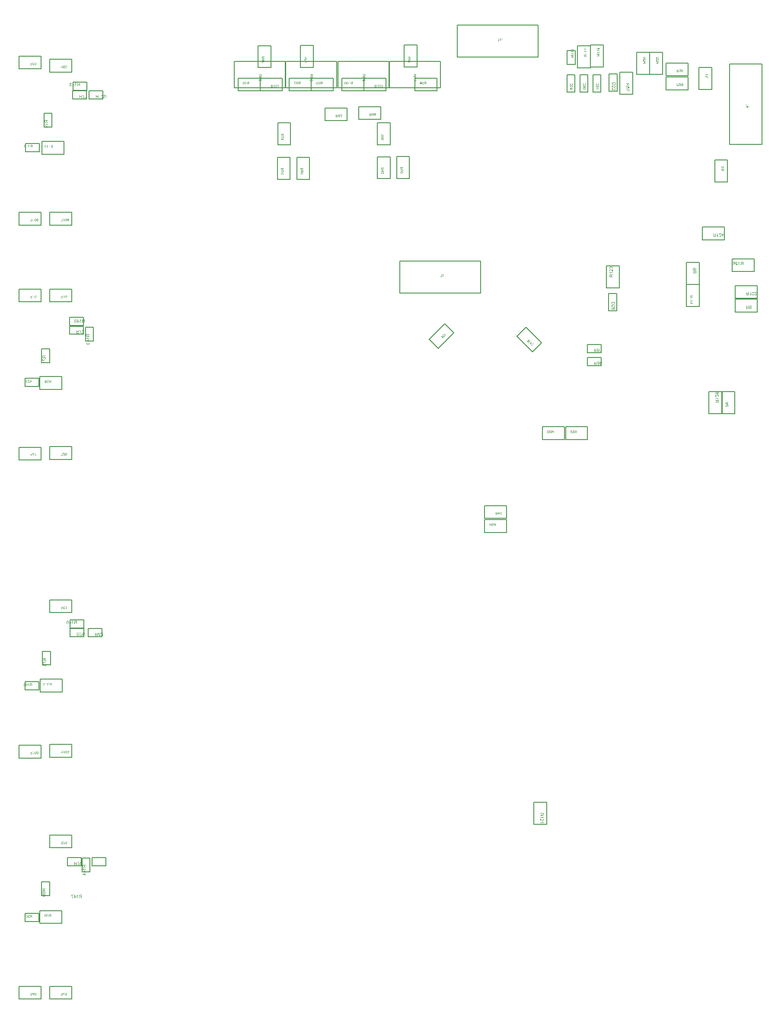
<source format=gbr>
%TF.GenerationSoftware,Altium Limited,Altium Designer,21.6.4 (81)*%
G04 Layer_Color=8388736*
%FSLAX43Y43*%
%MOMM*%
%TF.SameCoordinates,B094594F-E5AE-4C03-B854-EF891E02AD71*%
%TF.FilePolarity,Positive*%
%TF.FileFunction,Other,Mechanical_10*%
%TF.Part,Single*%
G01*
G75*
%TA.AperFunction,NonConductor*%
%ADD156C,0.200*%
G36*
X103730Y173238D02*
X103742Y173237D01*
X103754Y173235D01*
X103765Y173233D01*
X103775Y173230D01*
X103785Y173227D01*
X103794Y173223D01*
X103802Y173219D01*
X103809Y173216D01*
X103815Y173212D01*
X103821Y173209D01*
X103825Y173206D01*
X103829Y173204D01*
X103831Y173202D01*
X103832Y173201D01*
X103833Y173200D01*
X103841Y173193D01*
X103847Y173185D01*
X103854Y173176D01*
X103859Y173167D01*
X103868Y173149D01*
X103874Y173132D01*
X103876Y173123D01*
X103878Y173115D01*
X103880Y173109D01*
X103881Y173103D01*
X103882Y173098D01*
Y173094D01*
X103883Y173092D01*
Y173091D01*
X103818Y173084D01*
X103817Y173101D01*
X103814Y173116D01*
X103809Y173129D01*
X103804Y173140D01*
X103800Y173149D01*
X103795Y173154D01*
X103792Y173158D01*
X103791Y173160D01*
X103780Y173168D01*
X103768Y173175D01*
X103756Y173180D01*
X103744Y173183D01*
X103734Y173185D01*
X103725Y173186D01*
X103722Y173187D01*
X103718D01*
X103702Y173186D01*
X103688Y173183D01*
X103676Y173179D01*
X103666Y173174D01*
X103658Y173169D01*
X103653Y173166D01*
X103649Y173163D01*
X103648Y173161D01*
X103639Y173151D01*
X103632Y173140D01*
X103627Y173130D01*
X103624Y173120D01*
X103622Y173112D01*
X103621Y173104D01*
X103620Y173100D01*
Y173099D01*
Y173098D01*
X103622Y173085D01*
X103625Y173071D01*
X103630Y173058D01*
X103635Y173047D01*
X103641Y173037D01*
X103646Y173029D01*
X103648Y173026D01*
X103649Y173024D01*
X103651Y173023D01*
Y173022D01*
X103656Y173014D01*
X103664Y173006D01*
X103672Y172997D01*
X103681Y172988D01*
X103699Y172970D01*
X103718Y172953D01*
X103727Y172945D01*
X103736Y172937D01*
X103744Y172930D01*
X103750Y172925D01*
X103756Y172920D01*
X103760Y172916D01*
X103763Y172914D01*
X103764Y172913D01*
X103782Y172898D01*
X103799Y172883D01*
X103813Y172870D01*
X103824Y172859D01*
X103834Y172849D01*
X103841Y172843D01*
X103844Y172838D01*
X103846Y172837D01*
Y172837D01*
X103856Y172824D01*
X103864Y172812D01*
X103872Y172800D01*
X103877Y172790D01*
X103882Y172781D01*
X103885Y172775D01*
X103886Y172770D01*
X103887Y172769D01*
Y172769D01*
X103890Y172760D01*
X103892Y172753D01*
X103893Y172746D01*
X103894Y172739D01*
X103894Y172733D01*
Y172729D01*
Y172726D01*
Y172725D01*
X103555D01*
Y172786D01*
X103807D01*
X103798Y172798D01*
X103794Y172803D01*
X103790Y172809D01*
X103787Y172813D01*
X103784Y172816D01*
X103781Y172818D01*
X103781Y172819D01*
X103777Y172823D01*
X103773Y172826D01*
X103762Y172836D01*
X103750Y172847D01*
X103738Y172858D01*
X103726Y172868D01*
X103721Y172872D01*
X103716Y172877D01*
X103713Y172879D01*
X103710Y172882D01*
X103708Y172883D01*
X103707Y172884D01*
X103696Y172894D01*
X103684Y172904D01*
X103673Y172913D01*
X103664Y172922D01*
X103655Y172930D01*
X103648Y172937D01*
X103640Y172944D01*
X103634Y172950D01*
X103628Y172956D01*
X103624Y172960D01*
X103620Y172964D01*
X103617Y172967D01*
X103613Y172972D01*
X103611Y172973D01*
X103601Y172986D01*
X103592Y172997D01*
X103585Y173008D01*
X103579Y173017D01*
X103574Y173025D01*
X103571Y173031D01*
X103570Y173035D01*
X103569Y173036D01*
X103565Y173047D01*
X103562Y173058D01*
X103559Y173069D01*
X103557Y173078D01*
X103557Y173086D01*
X103556Y173092D01*
Y173095D01*
Y173097D01*
X103557Y173108D01*
X103558Y173118D01*
X103560Y173129D01*
X103563Y173137D01*
X103570Y173155D01*
X103577Y173169D01*
X103582Y173176D01*
X103586Y173181D01*
X103589Y173186D01*
X103593Y173190D01*
X103596Y173193D01*
X103597Y173196D01*
X103599Y173197D01*
X103600Y173197D01*
X103608Y173205D01*
X103617Y173211D01*
X103626Y173217D01*
X103636Y173221D01*
X103655Y173228D01*
X103674Y173234D01*
X103682Y173235D01*
X103690Y173236D01*
X103698Y173237D01*
X103704Y173238D01*
X103709Y173239D01*
X103716D01*
X103730Y173238D01*
D02*
G37*
G36*
X104492Y173226D02*
X104501Y173214D01*
X104510Y173202D01*
X104519Y173192D01*
X104528Y173183D01*
X104535Y173176D01*
X104538Y173174D01*
X104540Y173171D01*
X104540Y173171D01*
X104541Y173170D01*
X104557Y173157D01*
X104572Y173146D01*
X104587Y173135D01*
X104602Y173127D01*
X104614Y173120D01*
X104620Y173117D01*
X104624Y173115D01*
X104628Y173112D01*
X104631Y173112D01*
X104632Y173110D01*
X104633D01*
Y173049D01*
X104622Y173054D01*
X104611Y173059D01*
X104600Y173064D01*
X104589Y173069D01*
X104580Y173074D01*
X104573Y173078D01*
X104569Y173081D01*
X104568Y173081D01*
X104567D01*
X104554Y173089D01*
X104542Y173098D01*
X104532Y173105D01*
X104523Y173112D01*
X104516Y173117D01*
X104512Y173121D01*
X104508Y173124D01*
X104507Y173125D01*
Y172725D01*
X104444D01*
Y173239D01*
X104485D01*
X104492Y173226D01*
D02*
G37*
G36*
X104095D02*
X104103Y173214D01*
X104113Y173202D01*
X104121Y173192D01*
X104130Y173183D01*
X104137Y173176D01*
X104140Y173174D01*
X104142Y173171D01*
X104143Y173171D01*
X104144Y173170D01*
X104159Y173157D01*
X104175Y173146D01*
X104189Y173135D01*
X104204Y173127D01*
X104217Y173120D01*
X104222Y173117D01*
X104226Y173115D01*
X104230Y173112D01*
X104233Y173112D01*
X104234Y173110D01*
X104235D01*
Y173049D01*
X104224Y173054D01*
X104213Y173059D01*
X104202Y173064D01*
X104192Y173069D01*
X104183Y173074D01*
X104175Y173078D01*
X104171Y173081D01*
X104170Y173081D01*
X104169D01*
X104156Y173089D01*
X104144Y173098D01*
X104134Y173105D01*
X104126Y173112D01*
X104118Y173117D01*
X104114Y173121D01*
X104110Y173124D01*
X104110Y173125D01*
Y172725D01*
X104047D01*
Y173239D01*
X104087D01*
X104095Y173226D01*
D02*
G37*
G36*
X105170Y172725D02*
X105102D01*
Y172952D01*
X105015D01*
X105007Y172951D01*
X105001D01*
X104996Y172950D01*
X104992Y172950D01*
X104989D01*
X104988Y172949D01*
X104987D01*
X104975Y172945D01*
X104970Y172943D01*
X104965Y172941D01*
X104961Y172939D01*
X104958Y172937D01*
X104957Y172936D01*
X104956Y172936D01*
X104950Y172931D01*
X104944Y172926D01*
X104933Y172915D01*
X104928Y172910D01*
X104924Y172905D01*
X104922Y172902D01*
X104921Y172902D01*
X104914Y172891D01*
X104906Y172880D01*
X104897Y172868D01*
X104889Y172857D01*
X104883Y172847D01*
X104878Y172839D01*
X104875Y172836D01*
X104874Y172834D01*
X104872Y172832D01*
Y172831D01*
X104805Y172725D01*
X104721D01*
X104809Y172864D01*
X104819Y172879D01*
X104829Y172892D01*
X104838Y172903D01*
X104846Y172913D01*
X104854Y172921D01*
X104860Y172927D01*
X104863Y172930D01*
X104865Y172932D01*
X104871Y172936D01*
X104878Y172942D01*
X104891Y172950D01*
X104897Y172953D01*
X104901Y172956D01*
X104904Y172957D01*
X104906Y172958D01*
X104892Y172960D01*
X104880Y172962D01*
X104869Y172966D01*
X104858Y172969D01*
X104848Y172973D01*
X104839Y172977D01*
X104831Y172981D01*
X104824Y172984D01*
X104818Y172989D01*
X104812Y172993D01*
X104807Y172996D01*
X104804Y172998D01*
X104801Y173001D01*
X104798Y173003D01*
X104798Y173004D01*
X104797Y173004D01*
X104791Y173012D01*
X104785Y173019D01*
X104776Y173035D01*
X104770Y173050D01*
X104766Y173065D01*
X104763Y173078D01*
X104762Y173083D01*
Y173088D01*
X104761Y173092D01*
Y173095D01*
Y173096D01*
Y173097D01*
X104762Y173112D01*
X104764Y173126D01*
X104768Y173140D01*
X104772Y173151D01*
X104776Y173160D01*
X104779Y173168D01*
X104782Y173172D01*
X104783Y173173D01*
Y173174D01*
X104792Y173185D01*
X104801Y173196D01*
X104810Y173205D01*
X104819Y173211D01*
X104827Y173217D01*
X104834Y173219D01*
X104838Y173222D01*
X104839Y173222D01*
X104840D01*
X104846Y173225D01*
X104855Y173227D01*
X104871Y173231D01*
X104889Y173233D01*
X104905Y173235D01*
X104920Y173236D01*
X104927D01*
X104933Y173236D01*
X105170D01*
Y172725D01*
D02*
G37*
G36*
X181890Y136411D02*
X181712Y136233D01*
X181727Y136230D01*
X181734Y136230D01*
X181740Y136229D01*
X181746Y136228D01*
X181750D01*
X181754D01*
X181755D01*
X181760D01*
X181766Y136229D01*
X181780Y136229D01*
X181796Y136230D01*
X181813Y136231D01*
X181828Y136232D01*
X181835Y136233D01*
X181841D01*
X181846Y136233D01*
X181849Y136234D01*
X181851D01*
X181852D01*
X181868Y136235D01*
X181883Y136236D01*
X181897Y136237D01*
X181910Y136238D01*
X181922Y136238D01*
X181932D01*
X181942Y136239D01*
X181951D01*
X181959D01*
X181965D01*
X181970D01*
X181976D01*
X181981Y136238D01*
X181983D01*
X182000Y136237D01*
X182014Y136235D01*
X182027Y136233D01*
X182037Y136231D01*
X182046Y136228D01*
X182052Y136226D01*
X182056Y136224D01*
X182058Y136224D01*
X182069Y136219D01*
X182079Y136213D01*
X182088Y136208D01*
X182095Y136203D01*
X182102Y136198D01*
X182106Y136194D01*
X182109Y136191D01*
X182110Y136190D01*
X182117Y136182D01*
X182124Y136174D01*
X182130Y136165D01*
X182134Y136157D01*
X182141Y136139D01*
X182146Y136124D01*
X182148Y136116D01*
X182149Y136110D01*
X182150Y136104D01*
Y136098D01*
Y136094D01*
X182151Y136091D01*
X182150Y136089D01*
Y136088D01*
X182150Y136077D01*
X182148Y136067D01*
X182145Y136056D01*
X182141Y136046D01*
X182133Y136027D01*
X182123Y136010D01*
X182118Y136003D01*
X182114Y135996D01*
X182109Y135991D01*
X182105Y135986D01*
X182102Y135982D01*
X182097Y135977D01*
X182087Y135968D01*
X182078Y135959D01*
X182068Y135953D01*
X182058Y135946D01*
X182049Y135941D01*
X182040Y135936D01*
X182031Y135933D01*
X182023Y135930D01*
X182015Y135927D01*
X182008Y135925D01*
X182002Y135924D01*
X181997Y135923D01*
X181993Y135922D01*
X181990D01*
X181988Y135921D01*
X181987D01*
X181977D01*
X181966Y135922D01*
X181955Y135924D01*
X181945Y135926D01*
X181927Y135933D01*
X181910Y135941D01*
X181902Y135945D01*
X181895Y135949D01*
X181889Y135953D01*
X181884Y135956D01*
X181880Y135959D01*
X181877Y135962D01*
X181875Y135963D01*
X181875Y135964D01*
X181916Y136014D01*
X181929Y136003D01*
X181941Y135994D01*
X181954Y135988D01*
X181965Y135984D01*
X181974Y135981D01*
X181981Y135980D01*
X181986Y135980D01*
X181988D01*
X182002Y135981D01*
X182015Y135985D01*
X182028Y135990D01*
X182038Y135996D01*
X182047Y136002D01*
X182054Y136007D01*
X182056Y136009D01*
X182059Y136012D01*
X182070Y136024D01*
X182078Y136036D01*
X182083Y136047D01*
X182087Y136058D01*
X182089Y136067D01*
X182090Y136073D01*
X182091Y136078D01*
Y136080D01*
X182090Y136094D01*
X182087Y136106D01*
X182083Y136117D01*
X182078Y136126D01*
X182074Y136133D01*
X182069Y136139D01*
X182067Y136143D01*
X182066Y136143D01*
X182066Y136144D01*
X182055Y136152D01*
X182043Y136160D01*
X182031Y136165D01*
X182019Y136170D01*
X182008Y136173D01*
X181998Y136175D01*
X181995Y136176D01*
X181992Y136176D01*
X181991Y136176D01*
X181990Y136176D01*
X181980Y136178D01*
X181969Y136178D01*
X181957Y136179D01*
X181945D01*
X181919Y136178D01*
X181894Y136178D01*
X181881Y136177D01*
X181870Y136176D01*
X181860Y136175D01*
X181851Y136175D01*
X181844Y136174D01*
X181838Y136174D01*
X181835Y136173D01*
X181833D01*
X181809Y136171D01*
X181787Y136169D01*
X181768Y136169D01*
X181752D01*
X181738D01*
X181729D01*
X181723Y136169D01*
X181722Y136169D01*
X181721Y136169D01*
X181705Y136171D01*
X181691Y136174D01*
X181677Y136177D01*
X181666Y136180D01*
X181656Y136183D01*
X181650Y136186D01*
X181645Y136188D01*
X181644D01*
X181644Y136188D01*
X181636Y136192D01*
X181630Y136196D01*
X181623Y136200D01*
X181618Y136204D01*
X181613Y136208D01*
X181610Y136211D01*
X181608Y136213D01*
X181608Y136214D01*
X181848Y136454D01*
X181890Y136411D01*
D02*
G37*
G36*
X181622Y136031D02*
X181625Y136014D01*
X181628Y135998D01*
X181629Y135983D01*
X181630Y135970D01*
Y135959D01*
Y135951D01*
Y135946D01*
Y135944D01*
X181629Y135936D01*
X181628Y135928D01*
X181624Y135913D01*
X181622Y135907D01*
X181621Y135901D01*
X181620Y135898D01*
X181620Y135897D01*
X181631Y135904D01*
X181641Y135912D01*
X181652Y135917D01*
X181662Y135923D01*
X181671Y135927D01*
X181680Y135930D01*
X181689Y135933D01*
X181697Y135936D01*
X181704Y135937D01*
X181711Y135938D01*
X181716Y135939D01*
X181721Y135940D01*
X181724Y135941D01*
X181727D01*
X181728D01*
X181729D01*
X181739Y135939D01*
X181748Y135938D01*
X181766Y135934D01*
X181781Y135927D01*
X181794Y135920D01*
X181805Y135913D01*
X181809Y135910D01*
X181813Y135906D01*
X181816Y135904D01*
X181818Y135902D01*
X181819Y135901D01*
X181820Y135900D01*
X181830Y135889D01*
X181839Y135877D01*
X181846Y135865D01*
X181851Y135855D01*
X181854Y135845D01*
X181858Y135838D01*
X181859Y135832D01*
Y135831D01*
X181859Y135831D01*
X181861Y135816D01*
X181862Y135803D01*
X181862Y135790D01*
X181860Y135779D01*
X181858Y135769D01*
X181855Y135762D01*
X181854Y135758D01*
Y135757D01*
X181853Y135756D01*
X181850Y135750D01*
X181846Y135742D01*
X181837Y135728D01*
X181826Y135714D01*
X181816Y135701D01*
X181806Y135690D01*
X181801Y135685D01*
X181797Y135680D01*
X181630Y135512D01*
X181268Y135874D01*
X181316Y135922D01*
X181477Y135762D01*
X181538Y135823D01*
X181543Y135830D01*
X181548Y135834D01*
X181551Y135838D01*
X181553Y135841D01*
X181555Y135843D01*
X181555Y135845D01*
X181556Y135845D01*
X181562Y135856D01*
X181564Y135862D01*
X181565Y135866D01*
X181567Y135871D01*
X181568Y135874D01*
X181569Y135876D01*
Y135877D01*
X181570Y135884D01*
X181570Y135892D01*
Y135908D01*
Y135915D01*
X181570Y135921D01*
X181569Y135924D01*
Y135925D01*
X181567Y135938D01*
X181565Y135952D01*
X181562Y135966D01*
X181560Y135979D01*
X181558Y135991D01*
X181555Y136001D01*
X181555Y136004D01*
X181554Y136007D01*
Y136009D01*
X181554Y136010D01*
X181526Y136132D01*
X181586Y136192D01*
X181622Y136031D01*
D02*
G37*
G36*
X110556Y139126D02*
X110566Y139111D01*
X110578Y139096D01*
X110589Y139083D01*
X110600Y139072D01*
X110609Y139063D01*
X110612Y139060D01*
X110615Y139058D01*
X110616Y139057D01*
X110617Y139056D01*
X110636Y139040D01*
X110656Y139025D01*
X110674Y139012D01*
X110693Y139002D01*
X110708Y138993D01*
X110715Y138989D01*
X110720Y138986D01*
X110725Y138984D01*
X110729Y138983D01*
X110731Y138981D01*
X110732D01*
Y138905D01*
X110718Y138911D01*
X110704Y138917D01*
X110690Y138924D01*
X110677Y138930D01*
X110666Y138936D01*
X110657Y138940D01*
X110651Y138944D01*
X110650Y138945D01*
X110649D01*
X110633Y138955D01*
X110618Y138965D01*
X110605Y138974D01*
X110595Y138983D01*
X110585Y138989D01*
X110580Y138995D01*
X110575Y138998D01*
X110574Y138999D01*
Y138499D01*
X110496D01*
Y139142D01*
X110547D01*
X110556Y139126D01*
D02*
G37*
G36*
X111404Y138499D02*
X111319D01*
Y138783D01*
X111210D01*
X111199Y138782D01*
X111192D01*
X111186Y138781D01*
X111181Y138780D01*
X111177D01*
X111175Y138779D01*
X111174D01*
X111160Y138775D01*
X111153Y138772D01*
X111148Y138769D01*
X111142Y138766D01*
X111138Y138764D01*
X111137Y138764D01*
X111136Y138763D01*
X111128Y138757D01*
X111121Y138751D01*
X111107Y138737D01*
X111100Y138730D01*
X111096Y138725D01*
X111093Y138721D01*
X111092Y138720D01*
X111083Y138707D01*
X111073Y138693D01*
X111063Y138678D01*
X111052Y138665D01*
X111044Y138652D01*
X111038Y138642D01*
X111035Y138638D01*
X111033Y138635D01*
X111031Y138633D01*
Y138632D01*
X110947Y138499D01*
X110842D01*
X110952Y138673D01*
X110965Y138691D01*
X110977Y138708D01*
X110989Y138722D01*
X110999Y138735D01*
X111008Y138744D01*
X111015Y138752D01*
X111020Y138756D01*
X111022Y138758D01*
X111029Y138764D01*
X111038Y138770D01*
X111054Y138780D01*
X111062Y138784D01*
X111067Y138788D01*
X111071Y138789D01*
X111073Y138790D01*
X111056Y138793D01*
X111040Y138796D01*
X111026Y138801D01*
X111013Y138804D01*
X111001Y138809D01*
X110990Y138814D01*
X110979Y138819D01*
X110970Y138824D01*
X110963Y138829D01*
X110955Y138834D01*
X110950Y138838D01*
X110945Y138841D01*
X110941Y138844D01*
X110939Y138847D01*
X110938Y138848D01*
X110937Y138849D01*
X110929Y138858D01*
X110922Y138867D01*
X110911Y138887D01*
X110904Y138906D01*
X110898Y138924D01*
X110894Y138940D01*
X110893Y138947D01*
Y138953D01*
X110892Y138958D01*
Y138961D01*
Y138963D01*
Y138964D01*
X110893Y138984D01*
X110896Y139001D01*
X110901Y139018D01*
X110905Y139032D01*
X110911Y139044D01*
X110915Y139053D01*
X110918Y139059D01*
X110919Y139059D01*
Y139060D01*
X110930Y139075D01*
X110941Y139088D01*
X110953Y139099D01*
X110965Y139107D01*
X110975Y139114D01*
X110983Y139118D01*
X110989Y139120D01*
X110990Y139121D01*
X110990D01*
X110999Y139124D01*
X111009Y139127D01*
X111029Y139132D01*
X111051Y139134D01*
X111072Y139137D01*
X111091Y139138D01*
X111100D01*
X111107Y139139D01*
X111404D01*
Y138499D01*
D02*
G37*
G36*
X110321Y138725D02*
Y138653D01*
X110043D01*
Y138499D01*
X109964D01*
Y138653D01*
X109877D01*
Y138725D01*
X109964D01*
Y139139D01*
X110028D01*
X110321Y138725D01*
D02*
G37*
G36*
X109604Y139141D02*
X109618Y139140D01*
X109644Y139134D01*
X109656Y139131D01*
X109667Y139127D01*
X109678Y139122D01*
X109687Y139118D01*
X109694Y139113D01*
X109702Y139108D01*
X109708Y139105D01*
X109713Y139101D01*
X109716Y139098D01*
X109719Y139095D01*
X109721Y139095D01*
X109722Y139094D01*
X109730Y139084D01*
X109739Y139075D01*
X109745Y139065D01*
X109751Y139055D01*
X109760Y139035D01*
X109765Y139017D01*
X109769Y139001D01*
X109770Y138994D01*
X109771Y138988D01*
X109772Y138983D01*
Y138979D01*
Y138977D01*
Y138976D01*
X109771Y138960D01*
X109768Y138944D01*
X109764Y138930D01*
X109760Y138918D01*
X109756Y138909D01*
X109752Y138901D01*
X109750Y138898D01*
X109749Y138896D01*
X109739Y138885D01*
X109727Y138875D01*
X109715Y138865D01*
X109703Y138858D01*
X109692Y138852D01*
X109684Y138849D01*
X109680Y138847D01*
X109678Y138846D01*
X109677Y138845D01*
X109676D01*
X109697Y138838D01*
X109715Y138830D01*
X109730Y138820D01*
X109743Y138811D01*
X109753Y138801D01*
X109761Y138794D01*
X109764Y138789D01*
X109766Y138789D01*
Y138788D01*
X109776Y138771D01*
X109785Y138753D01*
X109790Y138737D01*
X109794Y138720D01*
X109796Y138705D01*
X109797Y138699D01*
Y138693D01*
X109798Y138690D01*
Y138686D01*
Y138684D01*
Y138683D01*
X109797Y138668D01*
X109795Y138654D01*
X109792Y138640D01*
X109788Y138626D01*
X109779Y138603D01*
X109775Y138592D01*
X109769Y138582D01*
X109764Y138573D01*
X109759Y138566D01*
X109753Y138559D01*
X109750Y138554D01*
X109746Y138549D01*
X109743Y138546D01*
X109741Y138544D01*
X109740Y138544D01*
X109729Y138533D01*
X109717Y138525D01*
X109704Y138518D01*
X109691Y138511D01*
X109679Y138507D01*
X109666Y138502D01*
X109642Y138495D01*
X109630Y138493D01*
X109620Y138491D01*
X109611Y138490D01*
X109603Y138489D01*
X109596Y138488D01*
X109587D01*
X109569Y138489D01*
X109554Y138491D01*
X109538Y138494D01*
X109523Y138496D01*
X109510Y138501D01*
X109497Y138506D01*
X109485Y138510D01*
X109475Y138516D01*
X109466Y138521D01*
X109458Y138526D01*
X109451Y138531D01*
X109445Y138535D01*
X109440Y138538D01*
X109437Y138541D01*
X109435Y138543D01*
X109434Y138544D01*
X109424Y138555D01*
X109415Y138566D01*
X109408Y138577D01*
X109401Y138589D01*
X109395Y138600D01*
X109390Y138612D01*
X109384Y138633D01*
X109381Y138643D01*
X109379Y138653D01*
X109378Y138661D01*
X109377Y138667D01*
X109376Y138673D01*
Y138678D01*
Y138680D01*
Y138681D01*
X109377Y138703D01*
X109381Y138722D01*
X109386Y138740D01*
X109392Y138754D01*
X109397Y138766D01*
X109403Y138776D01*
X109407Y138781D01*
X109408Y138782D01*
Y138783D01*
X109421Y138798D01*
X109434Y138811D01*
X109449Y138821D01*
X109463Y138830D01*
X109476Y138837D01*
X109487Y138841D01*
X109491Y138843D01*
X109494Y138844D01*
X109495Y138845D01*
X109496D01*
X109480Y138852D01*
X109466Y138861D01*
X109454Y138869D01*
X109444Y138877D01*
X109436Y138885D01*
X109431Y138890D01*
X109427Y138894D01*
X109426Y138896D01*
X109418Y138909D01*
X109412Y138922D01*
X109408Y138935D01*
X109405Y138948D01*
X109403Y138958D01*
X109402Y138966D01*
Y138972D01*
Y138973D01*
Y138973D01*
X109403Y138986D01*
X109404Y138998D01*
X109410Y139022D01*
X109419Y139042D01*
X109428Y139059D01*
X109437Y139073D01*
X109442Y139079D01*
X109445Y139084D01*
X109449Y139088D01*
X109452Y139091D01*
X109453Y139092D01*
X109454Y139093D01*
X109464Y139101D01*
X109474Y139109D01*
X109485Y139116D01*
X109496Y139121D01*
X109519Y139130D01*
X109541Y139135D01*
X109550Y139138D01*
X109559Y139139D01*
X109568Y139140D01*
X109575Y139141D01*
X109580Y139142D01*
X109589D01*
X109604Y139141D01*
D02*
G37*
G36*
X109955Y26401D02*
X109965Y26386D01*
X109977Y26372D01*
X109988Y26359D01*
X109999Y26348D01*
X110008Y26338D01*
X110011Y26336D01*
X110014Y26333D01*
X110015Y26332D01*
X110016Y26331D01*
X110035Y26315D01*
X110055Y26300D01*
X110073Y26287D01*
X110092Y26277D01*
X110107Y26268D01*
X110114Y26264D01*
X110119Y26262D01*
X110124Y26259D01*
X110128Y26258D01*
X110130Y26256D01*
X110131D01*
Y26180D01*
X110117Y26186D01*
X110103Y26192D01*
X110089Y26199D01*
X110076Y26205D01*
X110065Y26211D01*
X110056Y26215D01*
X110050Y26219D01*
X110049Y26220D01*
X110048D01*
X110032Y26230D01*
X110017Y26240D01*
X110004Y26250D01*
X109994Y26258D01*
X109984Y26264D01*
X109979Y26270D01*
X109974Y26274D01*
X109973Y26275D01*
Y25774D01*
X109895D01*
Y26417D01*
X109946D01*
X109955Y26401D01*
D02*
G37*
G36*
X110803Y25774D02*
X110718D01*
Y26058D01*
X110609D01*
X110598Y26057D01*
X110591D01*
X110585Y26056D01*
X110580Y26055D01*
X110576D01*
X110574Y26054D01*
X110573D01*
X110559Y26050D01*
X110552Y26047D01*
X110547Y26044D01*
X110541Y26042D01*
X110537Y26040D01*
X110535Y26039D01*
X110535Y26038D01*
X110527Y26032D01*
X110520Y26026D01*
X110506Y26012D01*
X110499Y26005D01*
X110495Y26000D01*
X110492Y25996D01*
X110491Y25995D01*
X110482Y25982D01*
X110472Y25969D01*
X110462Y25954D01*
X110451Y25940D01*
X110443Y25927D01*
X110437Y25917D01*
X110434Y25913D01*
X110432Y25910D01*
X110430Y25908D01*
Y25907D01*
X110346Y25774D01*
X110241D01*
X110351Y25948D01*
X110364Y25967D01*
X110376Y25983D01*
X110388Y25997D01*
X110398Y26010D01*
X110407Y26019D01*
X110414Y26027D01*
X110419Y26031D01*
X110421Y26033D01*
X110428Y26039D01*
X110437Y26045D01*
X110453Y26055D01*
X110461Y26059D01*
X110466Y26063D01*
X110470Y26065D01*
X110472Y26066D01*
X110455Y26068D01*
X110439Y26071D01*
X110425Y26076D01*
X110412Y26079D01*
X110400Y26084D01*
X110388Y26090D01*
X110378Y26094D01*
X110369Y26099D01*
X110362Y26104D01*
X110354Y26109D01*
X110349Y26113D01*
X110344Y26116D01*
X110340Y26119D01*
X110338Y26122D01*
X110337Y26123D01*
X110336Y26124D01*
X110328Y26133D01*
X110321Y26142D01*
X110310Y26162D01*
X110303Y26181D01*
X110297Y26200D01*
X110293Y26215D01*
X110292Y26222D01*
Y26228D01*
X110291Y26233D01*
Y26237D01*
Y26238D01*
Y26239D01*
X110292Y26259D01*
X110295Y26276D01*
X110300Y26293D01*
X110304Y26307D01*
X110310Y26319D01*
X110314Y26328D01*
X110317Y26334D01*
X110318Y26335D01*
Y26336D01*
X110329Y26350D01*
X110340Y26363D01*
X110352Y26374D01*
X110364Y26383D01*
X110374Y26389D01*
X110382Y26393D01*
X110388Y26396D01*
X110388Y26397D01*
X110389D01*
X110398Y26399D01*
X110408Y26402D01*
X110428Y26407D01*
X110450Y26410D01*
X110471Y26412D01*
X110490Y26413D01*
X110499D01*
X110506Y26414D01*
X110803D01*
Y25774D01*
D02*
G37*
G36*
X109720Y26000D02*
Y25928D01*
X109442D01*
Y25774D01*
X109363D01*
Y25928D01*
X109276D01*
Y26000D01*
X109363D01*
Y26414D01*
X109427D01*
X109720Y26000D01*
D02*
G37*
G36*
X109190Y26330D02*
X108877D01*
X108899Y26303D01*
X108920Y26275D01*
X108939Y26247D01*
X108956Y26220D01*
X108964Y26208D01*
X108970Y26197D01*
X108977Y26187D01*
X108981Y26178D01*
X108985Y26171D01*
X108988Y26166D01*
X108990Y26163D01*
X108991Y26162D01*
X109009Y26125D01*
X109026Y26088D01*
X109040Y26053D01*
X109045Y26037D01*
X109051Y26021D01*
X109056Y26007D01*
X109060Y25994D01*
X109064Y25983D01*
X109066Y25974D01*
X109069Y25966D01*
X109071Y25960D01*
X109072Y25956D01*
Y25956D01*
X109081Y25918D01*
X109085Y25899D01*
X109088Y25883D01*
X109090Y25867D01*
X109093Y25851D01*
X109095Y25838D01*
X109097Y25825D01*
X109098Y25814D01*
X109099Y25804D01*
X109100Y25795D01*
Y25787D01*
X109101Y25782D01*
Y25778D01*
Y25775D01*
Y25774D01*
X109020D01*
X109017Y25809D01*
X109013Y25842D01*
X109008Y25871D01*
X109005Y25885D01*
X109003Y25898D01*
X109001Y25909D01*
X108998Y25920D01*
X108996Y25929D01*
X108994Y25936D01*
X108992Y25942D01*
X108991Y25946D01*
X108991Y25949D01*
Y25950D01*
X108977Y25993D01*
X108962Y26032D01*
X108954Y26052D01*
X108947Y26070D01*
X108939Y26087D01*
X108931Y26103D01*
X108925Y26118D01*
X108918Y26131D01*
X108913Y26142D01*
X108908Y26152D01*
X108904Y26161D01*
X108901Y26166D01*
X108899Y26170D01*
X108898Y26171D01*
X108887Y26190D01*
X108876Y26210D01*
X108865Y26227D01*
X108854Y26244D01*
X108844Y26259D01*
X108833Y26274D01*
X108823Y26287D01*
X108815Y26298D01*
X108807Y26309D01*
X108799Y26318D01*
X108792Y26325D01*
X108786Y26332D01*
X108783Y26337D01*
X108779Y26341D01*
X108777Y26343D01*
X108776Y26344D01*
Y26406D01*
X109190D01*
Y26330D01*
D02*
G37*
G36*
X109027Y80127D02*
X109037Y80112D01*
X109049Y80097D01*
X109060Y80084D01*
X109072Y80073D01*
X109080Y80064D01*
X109084Y80061D01*
X109086Y80058D01*
X109087Y80058D01*
X109088Y80057D01*
X109108Y80041D01*
X109127Y80026D01*
X109146Y80013D01*
X109164Y80003D01*
X109180Y79994D01*
X109186Y79990D01*
X109192Y79987D01*
X109196Y79984D01*
X109200Y79984D01*
X109202Y79982D01*
X109203D01*
Y79906D01*
X109189Y79911D01*
X109175Y79918D01*
X109161Y79924D01*
X109148Y79931D01*
X109137Y79936D01*
X109128Y79941D01*
X109122Y79945D01*
X109121Y79946D01*
X109121D01*
X109104Y79956D01*
X109089Y79966D01*
X109076Y79975D01*
X109066Y79984D01*
X109057Y79990D01*
X109051Y79996D01*
X109047Y79999D01*
X109046Y80000D01*
Y79500D01*
X108967D01*
Y80143D01*
X109018D01*
X109027Y80127D01*
D02*
G37*
G36*
X108060Y80142D02*
X108078Y80140D01*
X108094Y80136D01*
X108110Y80131D01*
X108124Y80125D01*
X108138Y80119D01*
X108150Y80112D01*
X108161Y80106D01*
X108170Y80099D01*
X108179Y80092D01*
X108187Y80086D01*
X108192Y80081D01*
X108197Y80075D01*
X108201Y80071D01*
X108202Y80070D01*
X108203Y80069D01*
X108215Y80052D01*
X108226Y80033D01*
X108235Y80012D01*
X108243Y79991D01*
X108250Y79969D01*
X108255Y79947D01*
X108260Y79923D01*
X108263Y79902D01*
X108266Y79881D01*
X108268Y79862D01*
X108270Y79844D01*
X108271Y79829D01*
Y79816D01*
X108272Y79807D01*
Y79803D01*
Y79800D01*
Y79800D01*
Y79799D01*
X108271Y79769D01*
X108269Y79741D01*
X108266Y79715D01*
X108262Y79691D01*
X108257Y79670D01*
X108252Y79651D01*
X108247Y79633D01*
X108240Y79617D01*
X108235Y79604D01*
X108229Y79592D01*
X108225Y79583D01*
X108219Y79575D01*
X108215Y79568D01*
X108213Y79565D01*
X108211Y79562D01*
X108210Y79561D01*
X108198Y79548D01*
X108185Y79537D01*
X108172Y79528D01*
X108159Y79519D01*
X108145Y79512D01*
X108132Y79506D01*
X108119Y79502D01*
X108106Y79498D01*
X108095Y79495D01*
X108084Y79493D01*
X108075Y79491D01*
X108067Y79490D01*
X108059D01*
X108055Y79489D01*
X108050D01*
X108029Y79490D01*
X108009Y79494D01*
X107992Y79497D01*
X107976Y79503D01*
X107964Y79507D01*
X107955Y79512D01*
X107951Y79513D01*
X107948Y79515D01*
X107947Y79516D01*
X107946D01*
X107931Y79527D01*
X107916Y79540D01*
X107904Y79553D01*
X107894Y79566D01*
X107885Y79578D01*
X107880Y79587D01*
X107878Y79591D01*
X107876Y79593D01*
X107875Y79594D01*
Y79595D01*
X107866Y79615D01*
X107859Y79635D01*
X107855Y79653D01*
X107852Y79671D01*
X107849Y79686D01*
Y79691D01*
X107848Y79697D01*
Y79702D01*
Y79704D01*
Y79706D01*
Y79707D01*
X107849Y79724D01*
X107851Y79739D01*
X107854Y79755D01*
X107857Y79769D01*
X107861Y79782D01*
X107866Y79795D01*
X107871Y79806D01*
X107876Y79816D01*
X107882Y79825D01*
X107886Y79834D01*
X107891Y79840D01*
X107896Y79847D01*
X107898Y79851D01*
X107901Y79854D01*
X107903Y79856D01*
X107904Y79857D01*
X107914Y79867D01*
X107925Y79876D01*
X107937Y79884D01*
X107948Y79890D01*
X107959Y79897D01*
X107970Y79901D01*
X107992Y79908D01*
X108001Y79910D01*
X108010Y79912D01*
X108018Y79913D01*
X108025Y79914D01*
X108031Y79915D01*
X108038D01*
X108055Y79914D01*
X108070Y79911D01*
X108085Y79909D01*
X108098Y79905D01*
X108109Y79900D01*
X108117Y79898D01*
X108123Y79895D01*
X108124Y79894D01*
X108125D01*
X108140Y79885D01*
X108153Y79874D01*
X108165Y79864D01*
X108174Y79853D01*
X108182Y79844D01*
X108189Y79837D01*
X108192Y79831D01*
X108193Y79830D01*
Y79847D01*
X108192Y79863D01*
X108191Y79878D01*
X108190Y79893D01*
X108189Y79906D01*
X108187Y79918D01*
X108185Y79929D01*
X108182Y79939D01*
X108180Y79948D01*
X108178Y79956D01*
X108177Y79962D01*
X108176Y79968D01*
X108174Y79972D01*
X108173Y79974D01*
X108172Y79976D01*
Y79977D01*
X108163Y79996D01*
X108153Y80012D01*
X108143Y80025D01*
X108134Y80036D01*
X108126Y80045D01*
X108119Y80052D01*
X108115Y80056D01*
X108113Y80057D01*
X108102Y80064D01*
X108091Y80069D01*
X108079Y80072D01*
X108068Y80075D01*
X108060Y80077D01*
X108053Y80078D01*
X108046D01*
X108030Y80076D01*
X108014Y80072D01*
X108001Y80067D01*
X107989Y80061D01*
X107980Y80055D01*
X107973Y80049D01*
X107969Y80045D01*
X107968Y80044D01*
X107961Y80035D01*
X107955Y80025D01*
X107949Y80014D01*
X107945Y80003D01*
X107942Y79993D01*
X107939Y79984D01*
X107938Y79979D01*
X107937Y79978D01*
Y79977D01*
X107859Y79984D01*
X107864Y80009D01*
X107872Y80033D01*
X107882Y80053D01*
X107892Y80070D01*
X107902Y80082D01*
X107906Y80088D01*
X107910Y80093D01*
X107913Y80095D01*
X107916Y80098D01*
X107917Y80099D01*
X107918Y80100D01*
X107927Y80107D01*
X107937Y80114D01*
X107957Y80125D01*
X107978Y80132D01*
X107997Y80137D01*
X108015Y80141D01*
X108022Y80142D01*
X108029D01*
X108034Y80143D01*
X108042D01*
X108060Y80142D01*
D02*
G37*
G36*
X109875Y79500D02*
X109790D01*
Y79784D01*
X109681D01*
X109671Y79783D01*
X109663D01*
X109657Y79782D01*
X109652Y79781D01*
X109648D01*
X109647Y79780D01*
X109646D01*
X109631Y79776D01*
X109624Y79773D01*
X109619Y79770D01*
X109613Y79767D01*
X109610Y79765D01*
X109608Y79764D01*
X109607Y79763D01*
X109599Y79758D01*
X109592Y79751D01*
X109578Y79738D01*
X109572Y79731D01*
X109567Y79726D01*
X109564Y79722D01*
X109563Y79721D01*
X109554Y79708D01*
X109544Y79694D01*
X109534Y79679D01*
X109524Y79665D01*
X109515Y79653D01*
X109509Y79642D01*
X109506Y79639D01*
X109504Y79636D01*
X109502Y79634D01*
Y79633D01*
X109418Y79500D01*
X109313D01*
X109423Y79674D01*
X109436Y79692D01*
X109448Y79709D01*
X109460Y79723D01*
X109470Y79736D01*
X109479Y79745D01*
X109487Y79752D01*
X109491Y79757D01*
X109493Y79759D01*
X109501Y79764D01*
X109509Y79771D01*
X109526Y79781D01*
X109533Y79785D01*
X109538Y79788D01*
X109542Y79790D01*
X109544Y79791D01*
X109527Y79794D01*
X109512Y79797D01*
X109498Y79801D01*
X109484Y79805D01*
X109472Y79810D01*
X109461Y79815D01*
X109451Y79820D01*
X109441Y79825D01*
X109434Y79830D01*
X109427Y79835D01*
X109421Y79838D01*
X109416Y79842D01*
X109413Y79845D01*
X109410Y79848D01*
X109409Y79849D01*
X109408Y79849D01*
X109401Y79859D01*
X109393Y79868D01*
X109382Y79887D01*
X109375Y79907D01*
X109369Y79925D01*
X109366Y79941D01*
X109365Y79947D01*
Y79954D01*
X109364Y79959D01*
Y79962D01*
Y79964D01*
Y79965D01*
X109365Y79984D01*
X109367Y80002D01*
X109372Y80019D01*
X109377Y80033D01*
X109382Y80045D01*
X109386Y80054D01*
X109390Y80059D01*
X109391Y80060D01*
Y80061D01*
X109402Y80076D01*
X109413Y80089D01*
X109425Y80100D01*
X109436Y80108D01*
X109446Y80115D01*
X109454Y80119D01*
X109460Y80121D01*
X109461Y80122D01*
X109462D01*
X109470Y80125D01*
X109480Y80128D01*
X109501Y80132D01*
X109523Y80135D01*
X109543Y80138D01*
X109562Y80139D01*
X109571D01*
X109578Y80140D01*
X109875D01*
Y79500D01*
D02*
G37*
G36*
X108792Y79726D02*
Y79653D01*
X108514D01*
Y79500D01*
X108435D01*
Y79653D01*
X108349D01*
Y79726D01*
X108435D01*
Y80140D01*
X108499D01*
X108792Y79726D01*
D02*
G37*
G36*
X109603Y185477D02*
X109613Y185462D01*
X109625Y185447D01*
X109636Y185434D01*
X109647Y185423D01*
X109656Y185414D01*
X109659Y185411D01*
X109662Y185408D01*
X109663Y185408D01*
X109664Y185407D01*
X109683Y185391D01*
X109703Y185376D01*
X109721Y185363D01*
X109740Y185353D01*
X109756Y185344D01*
X109762Y185340D01*
X109768Y185337D01*
X109772Y185334D01*
X109776Y185334D01*
X109778Y185332D01*
X109779D01*
Y185256D01*
X109765Y185261D01*
X109751Y185268D01*
X109737Y185274D01*
X109724Y185281D01*
X109713Y185286D01*
X109704Y185291D01*
X109698Y185295D01*
X109697Y185296D01*
X109696D01*
X109680Y185306D01*
X109665Y185316D01*
X109652Y185325D01*
X109642Y185334D01*
X109633Y185340D01*
X109627Y185346D01*
X109622Y185349D01*
X109622Y185350D01*
Y184850D01*
X109543D01*
Y185493D01*
X109594D01*
X109603Y185477D01*
D02*
G37*
G36*
X108830Y185152D02*
X108756Y185142D01*
X108750Y185152D01*
X108741Y185161D01*
X108734Y185169D01*
X108727Y185175D01*
X108719Y185180D01*
X108714Y185185D01*
X108710Y185187D01*
X108709Y185187D01*
X108697Y185193D01*
X108685Y185198D01*
X108674Y185200D01*
X108663Y185203D01*
X108654Y185204D01*
X108646Y185205D01*
X108629D01*
X108617Y185203D01*
X108598Y185199D01*
X108581Y185192D01*
X108567Y185186D01*
X108556Y185178D01*
X108547Y185172D01*
X108543Y185167D01*
X108541Y185166D01*
Y185165D01*
X108528Y185150D01*
X108519Y185133D01*
X108512Y185115D01*
X108507Y185098D01*
X108505Y185083D01*
X108504Y185077D01*
Y185071D01*
X108503Y185066D01*
Y185063D01*
Y185061D01*
Y185060D01*
Y185047D01*
X108505Y185035D01*
X108509Y185012D01*
X108516Y184992D01*
X108522Y184977D01*
X108530Y184964D01*
X108536Y184954D01*
X108539Y184951D01*
X108541Y184948D01*
X108542Y184947D01*
X108543Y184946D01*
X108550Y184939D01*
X108557Y184932D01*
X108574Y184921D01*
X108590Y184914D01*
X108605Y184909D01*
X108618Y184905D01*
X108629Y184905D01*
X108633Y184904D01*
X108639D01*
X108656Y184905D01*
X108672Y184908D01*
X108686Y184913D01*
X108697Y184918D01*
X108707Y184924D01*
X108715Y184929D01*
X108718Y184932D01*
X108720Y184933D01*
X108731Y184946D01*
X108740Y184960D01*
X108748Y184976D01*
X108753Y184990D01*
X108757Y185003D01*
X108760Y185014D01*
X108761Y185018D01*
X108762Y185021D01*
Y185023D01*
Y185024D01*
X108844Y185017D01*
X108842Y185003D01*
X108839Y184989D01*
X108831Y184963D01*
X108821Y184941D01*
X108815Y184930D01*
X108810Y184922D01*
X108805Y184914D01*
X108800Y184906D01*
X108795Y184901D01*
X108790Y184896D01*
X108787Y184893D01*
X108785Y184889D01*
X108783Y184888D01*
X108782Y184887D01*
X108771Y184879D01*
X108760Y184871D01*
X108748Y184865D01*
X108736Y184859D01*
X108713Y184851D01*
X108690Y184845D01*
X108679Y184843D01*
X108669Y184842D01*
X108661Y184841D01*
X108654Y184840D01*
X108647Y184839D01*
X108639D01*
X108619Y184840D01*
X108601Y184843D01*
X108583Y184846D01*
X108568Y184851D01*
X108553Y184857D01*
X108539Y184864D01*
X108526Y184870D01*
X108515Y184878D01*
X108505Y184885D01*
X108495Y184892D01*
X108488Y184899D01*
X108482Y184905D01*
X108477Y184909D01*
X108473Y184913D01*
X108471Y184916D01*
X108470Y184917D01*
X108461Y184929D01*
X108454Y184942D01*
X108446Y184954D01*
X108441Y184966D01*
X108432Y184991D01*
X108426Y185015D01*
X108424Y185026D01*
X108422Y185036D01*
X108421Y185044D01*
X108421Y185052D01*
X108420Y185058D01*
Y185063D01*
Y185065D01*
Y185066D01*
X108421Y185083D01*
X108422Y185099D01*
X108425Y185114D01*
X108429Y185128D01*
X108433Y185141D01*
X108438Y185154D01*
X108444Y185165D01*
X108448Y185175D01*
X108454Y185185D01*
X108459Y185193D01*
X108464Y185199D01*
X108469Y185206D01*
X108472Y185211D01*
X108475Y185213D01*
X108477Y185215D01*
X108478Y185216D01*
X108489Y185226D01*
X108500Y185236D01*
X108512Y185243D01*
X108524Y185249D01*
X108536Y185256D01*
X108548Y185260D01*
X108570Y185267D01*
X108580Y185270D01*
X108590Y185272D01*
X108598Y185273D01*
X108605Y185273D01*
X108611Y185274D01*
X108631D01*
X108642Y185273D01*
X108665Y185268D01*
X108685Y185261D01*
X108703Y185254D01*
X108718Y185247D01*
X108725Y185243D01*
X108730Y185240D01*
X108735Y185237D01*
X108738Y185236D01*
X108740Y185235D01*
X108740Y185234D01*
X108706Y185407D01*
X108450D01*
Y185481D01*
X108768D01*
X108830Y185152D01*
D02*
G37*
G36*
X110451Y184850D02*
X110366D01*
Y185134D01*
X110257D01*
X110247Y185133D01*
X110239D01*
X110233Y185132D01*
X110228Y185131D01*
X110224D01*
X110222Y185130D01*
X110222D01*
X110207Y185126D01*
X110200Y185123D01*
X110195Y185120D01*
X110189Y185117D01*
X110186Y185115D01*
X110184Y185114D01*
X110183Y185113D01*
X110175Y185108D01*
X110168Y185101D01*
X110154Y185088D01*
X110148Y185081D01*
X110143Y185076D01*
X110140Y185072D01*
X110139Y185071D01*
X110130Y185058D01*
X110120Y185044D01*
X110110Y185029D01*
X110100Y185015D01*
X110091Y185003D01*
X110085Y184992D01*
X110082Y184989D01*
X110080Y184986D01*
X110078Y184984D01*
Y184983D01*
X109994Y184850D01*
X109889D01*
X109999Y185024D01*
X110012Y185042D01*
X110024Y185059D01*
X110036Y185073D01*
X110046Y185086D01*
X110055Y185095D01*
X110063Y185102D01*
X110067Y185107D01*
X110069Y185109D01*
X110076Y185114D01*
X110085Y185121D01*
X110101Y185131D01*
X110109Y185135D01*
X110114Y185138D01*
X110118Y185140D01*
X110120Y185141D01*
X110103Y185144D01*
X110088Y185147D01*
X110074Y185151D01*
X110060Y185155D01*
X110048Y185160D01*
X110037Y185165D01*
X110026Y185170D01*
X110017Y185175D01*
X110010Y185180D01*
X110002Y185185D01*
X109997Y185188D01*
X109992Y185192D01*
X109989Y185195D01*
X109986Y185198D01*
X109985Y185199D01*
X109984Y185199D01*
X109977Y185209D01*
X109969Y185218D01*
X109958Y185237D01*
X109951Y185257D01*
X109945Y185275D01*
X109941Y185291D01*
X109940Y185297D01*
Y185304D01*
X109940Y185309D01*
Y185312D01*
Y185314D01*
Y185315D01*
X109940Y185334D01*
X109943Y185352D01*
X109948Y185369D01*
X109953Y185383D01*
X109958Y185395D01*
X109962Y185404D01*
X109965Y185409D01*
X109966Y185410D01*
Y185411D01*
X109977Y185426D01*
X109989Y185439D01*
X110001Y185450D01*
X110012Y185458D01*
X110022Y185465D01*
X110030Y185469D01*
X110036Y185471D01*
X110037Y185472D01*
X110038D01*
X110046Y185475D01*
X110056Y185478D01*
X110076Y185482D01*
X110099Y185485D01*
X110119Y185488D01*
X110138Y185489D01*
X110147D01*
X110154Y185490D01*
X110451D01*
Y184850D01*
D02*
G37*
G36*
X109368Y185076D02*
Y185003D01*
X109090D01*
Y184850D01*
X109011D01*
Y185003D01*
X108924D01*
Y185076D01*
X109011D01*
Y185490D01*
X109075D01*
X109368Y185076D01*
D02*
G37*
G36*
X111668Y32190D02*
X111384D01*
Y32081D01*
X111385Y32071D01*
Y32064D01*
X111386Y32057D01*
X111387Y32052D01*
Y32049D01*
X111388Y32047D01*
Y32046D01*
X111392Y32031D01*
X111395Y32025D01*
X111398Y32019D01*
X111401Y32014D01*
X111403Y32010D01*
X111404Y32008D01*
X111405Y32007D01*
X111410Y32000D01*
X111417Y31992D01*
X111430Y31978D01*
X111437Y31972D01*
X111442Y31967D01*
X111446Y31965D01*
X111447Y31964D01*
X111460Y31954D01*
X111474Y31944D01*
X111489Y31934D01*
X111503Y31924D01*
X111515Y31916D01*
X111526Y31909D01*
X111529Y31906D01*
X111532Y31905D01*
X111534Y31903D01*
X111535D01*
X111668Y31819D01*
Y31713D01*
X111494Y31823D01*
X111476Y31836D01*
X111459Y31848D01*
X111445Y31860D01*
X111432Y31870D01*
X111423Y31880D01*
X111416Y31887D01*
X111411Y31892D01*
X111409Y31893D01*
X111404Y31901D01*
X111397Y31909D01*
X111387Y31926D01*
X111383Y31933D01*
X111380Y31939D01*
X111378Y31942D01*
X111377Y31944D01*
X111374Y31928D01*
X111371Y31912D01*
X111367Y31898D01*
X111363Y31884D01*
X111358Y31872D01*
X111353Y31861D01*
X111348Y31851D01*
X111343Y31842D01*
X111338Y31834D01*
X111333Y31827D01*
X111330Y31821D01*
X111326Y31817D01*
X111323Y31813D01*
X111320Y31810D01*
X111319Y31809D01*
X111319Y31808D01*
X111309Y31801D01*
X111300Y31794D01*
X111281Y31782D01*
X111261Y31775D01*
X111243Y31770D01*
X111227Y31766D01*
X111221Y31765D01*
X111214D01*
X111209Y31764D01*
X111206D01*
X111204D01*
X111203D01*
X111184Y31765D01*
X111166Y31768D01*
X111149Y31772D01*
X111135Y31777D01*
X111123Y31782D01*
X111114Y31786D01*
X111109Y31790D01*
X111108Y31791D01*
X111107D01*
X111092Y31802D01*
X111079Y31813D01*
X111068Y31825D01*
X111060Y31836D01*
X111053Y31846D01*
X111049Y31855D01*
X111047Y31860D01*
X111046Y31861D01*
Y31862D01*
X111043Y31870D01*
X111040Y31880D01*
X111036Y31901D01*
X111033Y31923D01*
X111030Y31943D01*
X111029Y31963D01*
Y31971D01*
X111028Y31978D01*
Y32275D01*
X111668D01*
Y32190D01*
D02*
G37*
G36*
X111257Y31589D02*
X111250Y31575D01*
X111244Y31562D01*
X111237Y31549D01*
X111232Y31537D01*
X111227Y31528D01*
X111223Y31523D01*
X111222Y31522D01*
Y31521D01*
X111212Y31504D01*
X111202Y31489D01*
X111193Y31476D01*
X111184Y31466D01*
X111178Y31457D01*
X111172Y31451D01*
X111169Y31447D01*
X111168Y31446D01*
X111668D01*
Y31367D01*
X111025D01*
Y31418D01*
X111041Y31427D01*
X111056Y31438D01*
X111071Y31450D01*
X111084Y31461D01*
X111095Y31472D01*
X111104Y31480D01*
X111107Y31484D01*
X111110Y31487D01*
X111110Y31488D01*
X111111Y31488D01*
X111127Y31508D01*
X111142Y31527D01*
X111155Y31546D01*
X111165Y31564D01*
X111174Y31580D01*
X111178Y31586D01*
X111181Y31592D01*
X111184Y31597D01*
X111184Y31600D01*
X111186Y31602D01*
Y31603D01*
X111262D01*
X111257Y31589D01*
D02*
G37*
G36*
X111515Y30914D02*
X111668D01*
Y30836D01*
X111515D01*
Y30749D01*
X111442D01*
Y30836D01*
X111028D01*
Y30900D01*
X111442Y31193D01*
X111515D01*
Y30914D01*
D02*
G37*
G36*
Y30417D02*
X111668D01*
Y30338D01*
X111515D01*
Y30251D01*
X111442D01*
Y30338D01*
X111028D01*
Y30402D01*
X111442Y30695D01*
X111515D01*
Y30417D01*
D02*
G37*
G36*
X112347Y136134D02*
X112063D01*
Y136025D01*
X112064Y136015D01*
Y136008D01*
X112065Y136001D01*
X112066Y135997D01*
Y135993D01*
X112067Y135991D01*
Y135990D01*
X112072Y135975D01*
X112074Y135969D01*
X112077Y135963D01*
X112080Y135958D01*
X112082Y135954D01*
X112083Y135952D01*
X112084Y135951D01*
X112089Y135944D01*
X112096Y135937D01*
X112109Y135923D01*
X112116Y135916D01*
X112121Y135912D01*
X112125Y135909D01*
X112126Y135908D01*
X112139Y135899D01*
X112153Y135889D01*
X112168Y135878D01*
X112182Y135868D01*
X112194Y135860D01*
X112205Y135853D01*
X112208Y135851D01*
X112211Y135849D01*
X112213Y135847D01*
X112214D01*
X112347Y135763D01*
Y135657D01*
X112173Y135767D01*
X112155Y135780D01*
X112138Y135792D01*
X112124Y135804D01*
X112111Y135815D01*
X112102Y135824D01*
X112095Y135831D01*
X112090Y135836D01*
X112088Y135838D01*
X112083Y135845D01*
X112076Y135853D01*
X112066Y135870D01*
X112062Y135877D01*
X112059Y135883D01*
X112057Y135887D01*
X112056Y135889D01*
X112053Y135872D01*
X112050Y135856D01*
X112046Y135842D01*
X112042Y135828D01*
X112037Y135816D01*
X112032Y135805D01*
X112027Y135795D01*
X112023Y135786D01*
X112017Y135778D01*
X112012Y135771D01*
X112009Y135766D01*
X112005Y135761D01*
X112002Y135757D01*
X111999Y135754D01*
X111998Y135754D01*
X111998Y135753D01*
X111988Y135745D01*
X111979Y135738D01*
X111960Y135727D01*
X111940Y135719D01*
X111922Y135714D01*
X111906Y135710D01*
X111900Y135709D01*
X111893D01*
X111888Y135708D01*
X111885D01*
X111883D01*
X111882D01*
X111863Y135709D01*
X111845Y135712D01*
X111828Y135717D01*
X111814Y135721D01*
X111802Y135727D01*
X111793Y135730D01*
X111788Y135734D01*
X111787Y135735D01*
X111786D01*
X111771Y135746D01*
X111758Y135757D01*
X111747Y135769D01*
X111739Y135780D01*
X111732Y135791D01*
X111729Y135799D01*
X111726Y135804D01*
X111725Y135805D01*
Y135806D01*
X111722Y135815D01*
X111719Y135825D01*
X111715Y135845D01*
X111712Y135867D01*
X111709Y135888D01*
X111708Y135907D01*
Y135915D01*
X111707Y135923D01*
Y136219D01*
X112347D01*
Y136134D01*
D02*
G37*
G36*
X111936Y135533D02*
X111929Y135520D01*
X111923Y135506D01*
X111916Y135493D01*
X111911Y135482D01*
X111906Y135472D01*
X111902Y135467D01*
X111901Y135466D01*
Y135465D01*
X111891Y135448D01*
X111881Y135434D01*
X111872Y135421D01*
X111863Y135411D01*
X111857Y135401D01*
X111851Y135396D01*
X111848Y135391D01*
X111847Y135390D01*
X112347D01*
Y135312D01*
X111704D01*
Y135362D01*
X111720Y135372D01*
X111735Y135382D01*
X111750Y135394D01*
X111763Y135405D01*
X111774Y135416D01*
X111783Y135424D01*
X111786Y135428D01*
X111789Y135431D01*
X111790Y135432D01*
X111790Y135433D01*
X111806Y135452D01*
X111821Y135472D01*
X111834Y135490D01*
X111844Y135509D01*
X111853Y135524D01*
X111857Y135531D01*
X111860Y135536D01*
X111863Y135541D01*
X111863Y135545D01*
X111865Y135546D01*
Y135547D01*
X111941D01*
X111936Y135533D01*
D02*
G37*
G36*
X112194Y134859D02*
X112347D01*
Y134780D01*
X112194D01*
Y134693D01*
X112121D01*
Y134780D01*
X111707D01*
Y134844D01*
X112121Y135137D01*
X112194D01*
Y134859D01*
D02*
G37*
G36*
X112193Y134610D02*
X112206Y134607D01*
X112232Y134599D01*
X112255Y134589D01*
X112264Y134583D01*
X112273Y134577D01*
X112281Y134572D01*
X112288Y134566D01*
X112294Y134562D01*
X112299Y134557D01*
X112303Y134554D01*
X112305Y134552D01*
X112307Y134550D01*
X112308Y134549D01*
X112317Y134538D01*
X112325Y134527D01*
X112331Y134516D01*
X112337Y134504D01*
X112346Y134480D01*
X112352Y134458D01*
X112354Y134448D01*
X112355Y134439D01*
X112356Y134430D01*
X112357Y134423D01*
X112358Y134418D01*
Y134409D01*
X112357Y134392D01*
X112355Y134376D01*
X112353Y134360D01*
X112349Y134345D01*
X112344Y134332D01*
X112340Y134320D01*
X112334Y134308D01*
X112329Y134297D01*
X112324Y134287D01*
X112318Y134279D01*
X112314Y134271D01*
X112309Y134266D01*
X112305Y134261D01*
X112303Y134258D01*
X112301Y134256D01*
X112300Y134255D01*
X112289Y134244D01*
X112277Y134234D01*
X112265Y134226D01*
X112253Y134219D01*
X112242Y134213D01*
X112230Y134208D01*
X112207Y134200D01*
X112197Y134198D01*
X112188Y134197D01*
X112180Y134195D01*
X112172Y134194D01*
X112167Y134193D01*
X112162D01*
X112159D01*
X112158D01*
X112136Y134194D01*
X112116Y134197D01*
X112098Y134203D01*
X112084Y134209D01*
X112072Y134214D01*
X112062Y134220D01*
X112057Y134223D01*
X112055Y134224D01*
X112041Y134237D01*
X112029Y134251D01*
X112020Y134266D01*
X112012Y134281D01*
X112007Y134294D01*
X112003Y134304D01*
X112002Y134308D01*
X112001Y134310D01*
X112000Y134312D01*
Y134313D01*
X111992Y134297D01*
X111984Y134284D01*
X111974Y134273D01*
X111966Y134264D01*
X111959Y134257D01*
X111952Y134251D01*
X111949Y134248D01*
X111947Y134247D01*
X111934Y134240D01*
X111921Y134234D01*
X111908Y134230D01*
X111896Y134227D01*
X111886Y134225D01*
X111878Y134224D01*
X111873D01*
X111871D01*
X111855Y134225D01*
X111839Y134228D01*
X111826Y134232D01*
X111814Y134236D01*
X111803Y134241D01*
X111795Y134245D01*
X111790Y134247D01*
X111789Y134248D01*
X111775Y134258D01*
X111763Y134269D01*
X111753Y134280D01*
X111743Y134291D01*
X111737Y134300D01*
X111731Y134308D01*
X111729Y134314D01*
X111728Y134315D01*
Y134316D01*
X111720Y134332D01*
X111715Y134349D01*
X111710Y134366D01*
X111707Y134381D01*
X111705Y134393D01*
X111704Y134403D01*
Y134426D01*
X111706Y134439D01*
X111711Y134464D01*
X111718Y134485D01*
X111726Y134504D01*
X111730Y134512D01*
X111734Y134518D01*
X111738Y134525D01*
X111741Y134529D01*
X111744Y134533D01*
X111746Y134536D01*
X111747Y134538D01*
X111748Y134539D01*
X111765Y134556D01*
X111785Y134570D01*
X111805Y134581D01*
X111826Y134590D01*
X111843Y134596D01*
X111851Y134599D01*
X111857Y134601D01*
X111863Y134602D01*
X111866Y134602D01*
X111869Y134603D01*
X111870D01*
X111884Y134525D01*
X111863Y134521D01*
X111846Y134516D01*
X111831Y134509D01*
X111819Y134503D01*
X111810Y134496D01*
X111803Y134491D01*
X111799Y134487D01*
X111798Y134486D01*
X111789Y134474D01*
X111781Y134461D01*
X111777Y134449D01*
X111773Y134437D01*
X111771Y134426D01*
X111769Y134418D01*
Y134410D01*
X111770Y134393D01*
X111774Y134379D01*
X111778Y134366D01*
X111783Y134355D01*
X111789Y134346D01*
X111793Y134340D01*
X111797Y134335D01*
X111798Y134334D01*
X111809Y134324D01*
X111821Y134317D01*
X111833Y134312D01*
X111844Y134308D01*
X111854Y134307D01*
X111862Y134305D01*
X111867D01*
X111868D01*
X111869D01*
X111879D01*
X111888Y134307D01*
X111904Y134311D01*
X111918Y134318D01*
X111930Y134325D01*
X111938Y134332D01*
X111945Y134339D01*
X111949Y134344D01*
X111949Y134344D01*
Y134345D01*
X111958Y134361D01*
X111964Y134376D01*
X111969Y134392D01*
X111972Y134406D01*
X111974Y134418D01*
X111975Y134428D01*
Y134440D01*
X111974Y134443D01*
Y134448D01*
X112044Y134457D01*
X112041Y134445D01*
X112039Y134434D01*
X112037Y134425D01*
X112036Y134417D01*
X112035Y134410D01*
Y134402D01*
X112037Y134382D01*
X112041Y134365D01*
X112047Y134349D01*
X112053Y134336D01*
X112060Y134326D01*
X112065Y134319D01*
X112069Y134314D01*
X112071Y134312D01*
X112084Y134300D01*
X112099Y134291D01*
X112114Y134284D01*
X112129Y134281D01*
X112141Y134278D01*
X112151Y134277D01*
X112155Y134276D01*
X112158D01*
X112159D01*
X112160D01*
X112181Y134278D01*
X112199Y134283D01*
X112215Y134288D01*
X112229Y134295D01*
X112240Y134303D01*
X112248Y134308D01*
X112254Y134313D01*
X112256Y134315D01*
X112268Y134330D01*
X112278Y134345D01*
X112284Y134361D01*
X112289Y134376D01*
X112292Y134389D01*
X112292Y134399D01*
X112293Y134403D01*
Y134408D01*
X112292Y134425D01*
X112289Y134441D01*
X112284Y134455D01*
X112279Y134466D01*
X112274Y134475D01*
X112269Y134482D01*
X112266Y134486D01*
X112265Y134488D01*
X112252Y134499D01*
X112237Y134508D01*
X112221Y134516D01*
X112205Y134523D01*
X112191Y134528D01*
X112184Y134529D01*
X112179Y134530D01*
X112174Y134531D01*
X112170Y134532D01*
X112169Y134533D01*
X112168D01*
X112178Y134612D01*
X112193Y134610D01*
D02*
G37*
G36*
X235187Y124876D02*
X235202Y124874D01*
X235218Y124871D01*
X235232Y124868D01*
X235245Y124864D01*
X235258Y124859D01*
X235269Y124854D01*
X235279Y124849D01*
X235288Y124843D01*
X235297Y124839D01*
X235303Y124834D01*
X235310Y124829D01*
X235314Y124827D01*
X235317Y124824D01*
X235319Y124822D01*
X235320Y124821D01*
X235330Y124811D01*
X235339Y124800D01*
X235347Y124788D01*
X235353Y124777D01*
X235359Y124766D01*
X235364Y124755D01*
X235371Y124733D01*
X235373Y124724D01*
X235375Y124715D01*
X235376Y124707D01*
X235377Y124700D01*
X235378Y124694D01*
Y124687D01*
X235377Y124670D01*
X235374Y124655D01*
X235371Y124640D01*
X235368Y124627D01*
X235363Y124616D01*
X235360Y124608D01*
X235358Y124602D01*
X235357Y124601D01*
Y124600D01*
X235347Y124585D01*
X235337Y124572D01*
X235327Y124560D01*
X235316Y124551D01*
X235307Y124543D01*
X235299Y124536D01*
X235294Y124533D01*
X235293Y124532D01*
X235310D01*
X235326Y124533D01*
X235341Y124534D01*
X235356Y124535D01*
X235369Y124536D01*
X235381Y124538D01*
X235392Y124540D01*
X235402Y124543D01*
X235411Y124545D01*
X235419Y124547D01*
X235425Y124548D01*
X235431Y124549D01*
X235434Y124551D01*
X235437Y124552D01*
X235439Y124553D01*
X235440D01*
X235458Y124562D01*
X235475Y124572D01*
X235488Y124582D01*
X235499Y124591D01*
X235508Y124599D01*
X235515Y124606D01*
X235518Y124610D01*
X235519Y124612D01*
X235527Y124623D01*
X235531Y124634D01*
X235535Y124645D01*
X235538Y124657D01*
X235540Y124665D01*
X235541Y124672D01*
Y124679D01*
X235539Y124695D01*
X235535Y124711D01*
X235530Y124724D01*
X235524Y124736D01*
X235518Y124745D01*
X235512Y124752D01*
X235508Y124756D01*
X235506Y124757D01*
X235498Y124764D01*
X235488Y124770D01*
X235477Y124776D01*
X235466Y124780D01*
X235456Y124783D01*
X235447Y124786D01*
X235442Y124787D01*
X235441Y124788D01*
X235440D01*
X235446Y124866D01*
X235472Y124861D01*
X235495Y124853D01*
X235516Y124843D01*
X235532Y124833D01*
X235545Y124823D01*
X235551Y124819D01*
X235555Y124815D01*
X235558Y124812D01*
X235561Y124809D01*
X235562Y124808D01*
X235563Y124807D01*
X235570Y124798D01*
X235577Y124788D01*
X235588Y124768D01*
X235595Y124747D01*
X235600Y124728D01*
X235604Y124710D01*
X235604Y124703D01*
Y124696D01*
X235605Y124691D01*
Y124683D01*
X235604Y124665D01*
X235603Y124647D01*
X235599Y124631D01*
X235594Y124615D01*
X235588Y124601D01*
X235582Y124587D01*
X235575Y124575D01*
X235568Y124564D01*
X235562Y124555D01*
X235555Y124546D01*
X235549Y124538D01*
X235543Y124533D01*
X235538Y124528D01*
X235534Y124524D01*
X235532Y124523D01*
X235531Y124522D01*
X235515Y124510D01*
X235495Y124499D01*
X235475Y124490D01*
X235454Y124482D01*
X235432Y124475D01*
X235409Y124470D01*
X235386Y124465D01*
X235365Y124462D01*
X235344Y124459D01*
X235324Y124457D01*
X235307Y124455D01*
X235292Y124454D01*
X235279D01*
X235270Y124453D01*
X235266D01*
X235263D01*
X235262D01*
X235261D01*
X235232Y124454D01*
X235204Y124456D01*
X235178Y124459D01*
X235154Y124463D01*
X235133Y124468D01*
X235114Y124473D01*
X235096Y124478D01*
X235080Y124485D01*
X235067Y124490D01*
X235055Y124496D01*
X235046Y124500D01*
X235038Y124506D01*
X235031Y124510D01*
X235028Y124512D01*
X235025Y124514D01*
X235024Y124515D01*
X235011Y124527D01*
X235000Y124540D01*
X234991Y124553D01*
X234982Y124566D01*
X234975Y124580D01*
X234969Y124593D01*
X234965Y124606D01*
X234961Y124619D01*
X234958Y124630D01*
X234955Y124641D01*
X234954Y124650D01*
X234953Y124658D01*
Y124666D01*
X234952Y124670D01*
Y124675D01*
X234953Y124696D01*
X234956Y124716D01*
X234960Y124733D01*
X234966Y124749D01*
X234970Y124761D01*
X234975Y124770D01*
X234976Y124774D01*
X234978Y124777D01*
X234979Y124778D01*
Y124779D01*
X234990Y124794D01*
X235003Y124809D01*
X235016Y124821D01*
X235028Y124831D01*
X235040Y124840D01*
X235050Y124845D01*
X235053Y124847D01*
X235056Y124849D01*
X235057Y124850D01*
X235058D01*
X235077Y124859D01*
X235098Y124866D01*
X235116Y124870D01*
X235134Y124873D01*
X235149Y124876D01*
X235154D01*
X235160Y124877D01*
X235164D01*
X235167D01*
X235169D01*
X235170D01*
X235187Y124876D01*
D02*
G37*
G36*
X235039Y124057D02*
X235054Y124069D01*
X235061Y124074D01*
X235067Y124079D01*
X235073Y124083D01*
X235077Y124087D01*
X235079Y124090D01*
X235080Y124091D01*
X235085Y124095D01*
X235089Y124101D01*
X235102Y124114D01*
X235115Y124129D01*
X235129Y124144D01*
X235141Y124159D01*
X235147Y124166D01*
X235152Y124171D01*
X235156Y124176D01*
X235159Y124180D01*
X235161Y124181D01*
X235162Y124182D01*
X235175Y124197D01*
X235187Y124212D01*
X235199Y124225D01*
X235209Y124237D01*
X235219Y124248D01*
X235228Y124257D01*
X235236Y124266D01*
X235244Y124274D01*
X235251Y124281D01*
X235257Y124287D01*
X235261Y124291D01*
X235266Y124296D01*
X235272Y124301D01*
X235273Y124302D01*
X235289Y124315D01*
X235303Y124327D01*
X235317Y124336D01*
X235328Y124343D01*
X235338Y124349D01*
X235346Y124352D01*
X235350Y124354D01*
X235352Y124355D01*
X235366Y124361D01*
X235380Y124364D01*
X235393Y124368D01*
X235404Y124370D01*
X235414Y124371D01*
X235421Y124372D01*
X235426D01*
X235428D01*
X235442Y124371D01*
X235455Y124369D01*
X235468Y124367D01*
X235479Y124364D01*
X235501Y124354D01*
X235518Y124345D01*
X235527Y124339D01*
X235533Y124335D01*
X235540Y124330D01*
X235544Y124326D01*
X235548Y124322D01*
X235552Y124320D01*
X235553Y124318D01*
X235554Y124317D01*
X235563Y124307D01*
X235571Y124296D01*
X235578Y124284D01*
X235583Y124272D01*
X235592Y124248D01*
X235599Y124224D01*
X235601Y124214D01*
X235603Y124204D01*
X235604Y124194D01*
X235604Y124187D01*
X235605Y124180D01*
Y124171D01*
X235604Y124155D01*
X235604Y124139D01*
X235601Y124124D01*
X235598Y124110D01*
X235594Y124097D01*
X235591Y124085D01*
X235586Y124074D01*
X235581Y124064D01*
X235577Y124055D01*
X235572Y124047D01*
X235568Y124041D01*
X235565Y124035D01*
X235562Y124031D01*
X235559Y124028D01*
X235558Y124026D01*
X235557Y124025D01*
X235548Y124016D01*
X235538Y124008D01*
X235527Y123999D01*
X235516Y123993D01*
X235494Y123982D01*
X235471Y123974D01*
X235461Y123971D01*
X235451Y123969D01*
X235443Y123967D01*
X235435Y123965D01*
X235429Y123964D01*
X235424D01*
X235421Y123963D01*
X235420D01*
X235412Y124044D01*
X235433Y124045D01*
X235452Y124049D01*
X235469Y124055D01*
X235481Y124061D01*
X235493Y124067D01*
X235500Y124072D01*
X235505Y124076D01*
X235506Y124078D01*
X235518Y124092D01*
X235526Y124106D01*
X235532Y124122D01*
X235536Y124136D01*
X235539Y124149D01*
X235540Y124160D01*
X235541Y124164D01*
Y124169D01*
X235540Y124189D01*
X235536Y124206D01*
X235530Y124221D01*
X235525Y124234D01*
X235518Y124244D01*
X235514Y124251D01*
X235510Y124255D01*
X235508Y124257D01*
X235495Y124268D01*
X235482Y124277D01*
X235469Y124283D01*
X235457Y124287D01*
X235446Y124290D01*
X235437Y124290D01*
X235432Y124291D01*
X235431D01*
X235430D01*
X235413Y124290D01*
X235396Y124286D01*
X235380Y124279D01*
X235365Y124273D01*
X235353Y124266D01*
X235343Y124259D01*
X235339Y124257D01*
X235336Y124255D01*
X235335Y124253D01*
X235334D01*
X235324Y124246D01*
X235314Y124237D01*
X235303Y124227D01*
X235292Y124216D01*
X235270Y124192D01*
X235248Y124169D01*
X235237Y124157D01*
X235228Y124147D01*
X235220Y124137D01*
X235212Y124129D01*
X235207Y124122D01*
X235202Y124117D01*
X235199Y124113D01*
X235199Y124112D01*
X235179Y124089D01*
X235161Y124068D01*
X235144Y124050D01*
X235130Y124036D01*
X235118Y124024D01*
X235110Y124016D01*
X235104Y124011D01*
X235103Y124009D01*
X235102D01*
X235087Y123996D01*
X235072Y123986D01*
X235057Y123977D01*
X235044Y123970D01*
X235033Y123964D01*
X235025Y123960D01*
X235019Y123959D01*
X235018Y123958D01*
X235017D01*
X235007Y123954D01*
X234998Y123952D01*
X234989Y123950D01*
X234980Y123949D01*
X234973Y123948D01*
X234967D01*
X234964D01*
X234963D01*
Y124373D01*
X235039D01*
Y124057D01*
D02*
G37*
G36*
X235605Y123707D02*
X235590Y123698D01*
X235575Y123688D01*
X235560Y123676D01*
X235547Y123665D01*
X235536Y123653D01*
X235527Y123645D01*
X235524Y123641D01*
X235521Y123639D01*
X235520Y123638D01*
X235519Y123637D01*
X235504Y123617D01*
X235489Y123598D01*
X235476Y123579D01*
X235466Y123561D01*
X235457Y123545D01*
X235453Y123539D01*
X235450Y123533D01*
X235447Y123529D01*
X235446Y123525D01*
X235445Y123523D01*
Y123522D01*
X235369D01*
X235374Y123536D01*
X235381Y123550D01*
X235387Y123564D01*
X235394Y123577D01*
X235399Y123588D01*
X235404Y123597D01*
X235408Y123603D01*
X235408Y123604D01*
Y123604D01*
X235419Y123621D01*
X235429Y123636D01*
X235438Y123649D01*
X235446Y123659D01*
X235453Y123668D01*
X235458Y123674D01*
X235462Y123678D01*
X235463Y123679D01*
X234963D01*
Y123758D01*
X235605D01*
Y123707D01*
D02*
G37*
G36*
X235137Y123302D02*
X235155Y123289D01*
X235172Y123277D01*
X235186Y123265D01*
X235199Y123255D01*
X235208Y123246D01*
X235215Y123238D01*
X235220Y123234D01*
X235222Y123232D01*
X235227Y123224D01*
X235234Y123216D01*
X235244Y123199D01*
X235248Y123192D01*
X235251Y123187D01*
X235253Y123183D01*
X235254Y123181D01*
X235257Y123198D01*
X235260Y123213D01*
X235264Y123227D01*
X235268Y123241D01*
X235273Y123253D01*
X235278Y123264D01*
X235283Y123274D01*
X235287Y123284D01*
X235293Y123291D01*
X235298Y123298D01*
X235301Y123304D01*
X235305Y123309D01*
X235308Y123312D01*
X235310Y123315D01*
X235311Y123316D01*
X235312Y123317D01*
X235322Y123324D01*
X235331Y123332D01*
X235350Y123343D01*
X235370Y123350D01*
X235388Y123356D01*
X235404Y123359D01*
X235410Y123360D01*
X235417D01*
X235421Y123361D01*
X235425D01*
X235427D01*
X235428D01*
X235447Y123360D01*
X235465Y123358D01*
X235481Y123353D01*
X235495Y123348D01*
X235507Y123343D01*
X235517Y123339D01*
X235522Y123335D01*
X235523Y123334D01*
X235524D01*
X235539Y123323D01*
X235552Y123312D01*
X235563Y123300D01*
X235571Y123289D01*
X235578Y123279D01*
X235581Y123271D01*
X235584Y123265D01*
X235585Y123264D01*
Y123263D01*
X235588Y123255D01*
X235591Y123245D01*
X235595Y123224D01*
X235598Y123202D01*
X235601Y123182D01*
X235602Y123162D01*
Y123154D01*
X235603Y123147D01*
Y122850D01*
X234963D01*
Y122935D01*
X235247D01*
Y123044D01*
X235246Y123054D01*
Y123062D01*
X235245Y123068D01*
X235244Y123073D01*
Y123077D01*
X235243Y123078D01*
Y123079D01*
X235238Y123094D01*
X235236Y123101D01*
X235233Y123106D01*
X235230Y123112D01*
X235228Y123115D01*
X235227Y123117D01*
X235226Y123118D01*
X235221Y123126D01*
X235214Y123133D01*
X235200Y123147D01*
X235194Y123153D01*
X235188Y123158D01*
X235185Y123161D01*
X235184Y123162D01*
X235171Y123171D01*
X235157Y123181D01*
X235142Y123191D01*
X235128Y123201D01*
X235115Y123210D01*
X235105Y123216D01*
X235102Y123219D01*
X235099Y123221D01*
X235097Y123223D01*
X235096D01*
X234963Y123307D01*
Y123412D01*
X235137Y123302D01*
D02*
G37*
G36*
X239120Y150417D02*
X239136Y150416D01*
X239151Y150413D01*
X239165Y150410D01*
X239178Y150406D01*
X239190Y150403D01*
X239201Y150398D01*
X239211Y150394D01*
X239220Y150389D01*
X239228Y150384D01*
X239234Y150381D01*
X239240Y150377D01*
X239244Y150374D01*
X239247Y150371D01*
X239249Y150370D01*
X239250Y150369D01*
X239259Y150360D01*
X239267Y150350D01*
X239276Y150339D01*
X239282Y150328D01*
X239293Y150306D01*
X239301Y150284D01*
X239303Y150273D01*
X239306Y150263D01*
X239308Y150255D01*
X239310Y150247D01*
X239311Y150241D01*
Y150236D01*
X239312Y150234D01*
Y150233D01*
X239231Y150224D01*
X239230Y150246D01*
X239226Y150264D01*
X239220Y150281D01*
X239214Y150294D01*
X239208Y150305D01*
X239203Y150312D01*
X239199Y150317D01*
X239197Y150319D01*
X239183Y150330D01*
X239169Y150338D01*
X239153Y150345D01*
X239139Y150348D01*
X239126Y150351D01*
X239115Y150352D01*
X239111Y150353D01*
X239106D01*
X239086Y150352D01*
X239069Y150348D01*
X239054Y150343D01*
X239041Y150337D01*
X239031Y150331D01*
X239024Y150326D01*
X239020Y150322D01*
X239018Y150320D01*
X239007Y150308D01*
X238998Y150295D01*
X238992Y150282D01*
X238988Y150269D01*
X238985Y150259D01*
X238985Y150249D01*
X238984Y150244D01*
Y150243D01*
Y150242D01*
X238985Y150225D01*
X238989Y150208D01*
X238996Y150192D01*
X239002Y150177D01*
X239009Y150165D01*
X239016Y150155D01*
X239018Y150151D01*
X239020Y150149D01*
X239022Y150148D01*
Y150147D01*
X239029Y150137D01*
X239038Y150126D01*
X239048Y150115D01*
X239059Y150104D01*
X239083Y150082D01*
X239106Y150060D01*
X239118Y150050D01*
X239128Y150040D01*
X239138Y150032D01*
X239146Y150025D01*
X239153Y150019D01*
X239158Y150014D01*
X239162Y150012D01*
X239163Y150011D01*
X239186Y149991D01*
X239207Y149973D01*
X239225Y149956D01*
X239239Y149942D01*
X239251Y149930D01*
X239259Y149922D01*
X239264Y149916D01*
X239266Y149916D01*
Y149915D01*
X239279Y149899D01*
X239289Y149884D01*
X239298Y149869D01*
X239305Y149856D01*
X239311Y149845D01*
X239315Y149837D01*
X239316Y149831D01*
X239317Y149830D01*
Y149830D01*
X239321Y149819D01*
X239323Y149810D01*
X239325Y149801D01*
X239326Y149793D01*
X239327Y149785D01*
Y149780D01*
Y149776D01*
Y149775D01*
X238902D01*
Y149851D01*
X239218D01*
X239206Y149867D01*
X239201Y149873D01*
X239196Y149879D01*
X239192Y149885D01*
X239188Y149889D01*
X239185Y149891D01*
X239184Y149892D01*
X239180Y149897D01*
X239174Y149902D01*
X239161Y149914D01*
X239146Y149928D01*
X239131Y149941D01*
X239116Y149953D01*
X239109Y149959D01*
X239104Y149965D01*
X239099Y149968D01*
X239095Y149971D01*
X239094Y149973D01*
X239093Y149974D01*
X239078Y149987D01*
X239063Y149999D01*
X239050Y150011D01*
X239038Y150021D01*
X239027Y150031D01*
X239018Y150040D01*
X239009Y150049D01*
X239001Y150056D01*
X238994Y150063D01*
X238988Y150069D01*
X238984Y150074D01*
X238979Y150078D01*
X238974Y150084D01*
X238973Y150086D01*
X238960Y150101D01*
X238948Y150115D01*
X238939Y150129D01*
X238932Y150140D01*
X238926Y150150D01*
X238923Y150158D01*
X238921Y150162D01*
X238920Y150164D01*
X238914Y150178D01*
X238911Y150192D01*
X238907Y150205D01*
X238905Y150216D01*
X238904Y150226D01*
X238903Y150234D01*
Y150238D01*
Y150240D01*
X238904Y150254D01*
X238906Y150267D01*
X238908Y150280D01*
X238911Y150291D01*
X238921Y150313D01*
X238930Y150331D01*
X238936Y150339D01*
X238940Y150345D01*
X238945Y150352D01*
X238949Y150357D01*
X238953Y150360D01*
X238955Y150364D01*
X238957Y150365D01*
X238958Y150366D01*
X238968Y150375D01*
X238979Y150383D01*
X238991Y150390D01*
X239003Y150395D01*
X239027Y150405D01*
X239051Y150411D01*
X239061Y150413D01*
X239071Y150415D01*
X239081Y150416D01*
X239088Y150417D01*
X239095Y150418D01*
X239104D01*
X239120Y150417D01*
D02*
G37*
G36*
X239577Y150402D02*
X239587Y150387D01*
X239599Y150372D01*
X239610Y150359D01*
X239622Y150348D01*
X239630Y150339D01*
X239634Y150336D01*
X239636Y150333D01*
X239637Y150333D01*
X239638Y150332D01*
X239658Y150316D01*
X239677Y150301D01*
X239696Y150288D01*
X239714Y150278D01*
X239730Y150269D01*
X239736Y150265D01*
X239742Y150262D01*
X239746Y150259D01*
X239750Y150259D01*
X239752Y150257D01*
X239753D01*
Y150181D01*
X239739Y150186D01*
X239725Y150193D01*
X239711Y150199D01*
X239698Y150206D01*
X239687Y150211D01*
X239678Y150216D01*
X239672Y150220D01*
X239671Y150221D01*
X239671D01*
X239654Y150231D01*
X239639Y150241D01*
X239626Y150250D01*
X239616Y150259D01*
X239607Y150265D01*
X239601Y150271D01*
X239597Y150274D01*
X239596Y150275D01*
Y149775D01*
X239517D01*
Y150418D01*
X239568D01*
X239577Y150402D01*
D02*
G37*
G36*
X238804Y150077D02*
X238730Y150067D01*
X238724Y150077D01*
X238715Y150086D01*
X238708Y150094D01*
X238701Y150100D01*
X238693Y150105D01*
X238688Y150110D01*
X238684Y150112D01*
X238683Y150112D01*
X238671Y150118D01*
X238659Y150123D01*
X238648Y150125D01*
X238637Y150128D01*
X238628Y150129D01*
X238620Y150130D01*
X238603D01*
X238592Y150128D01*
X238572Y150124D01*
X238556Y150117D01*
X238541Y150111D01*
X238530Y150103D01*
X238521Y150097D01*
X238517Y150092D01*
X238515Y150091D01*
Y150090D01*
X238502Y150075D01*
X238493Y150058D01*
X238486Y150040D01*
X238482Y150023D01*
X238479Y150008D01*
X238478Y150002D01*
Y149996D01*
X238477Y149991D01*
Y149988D01*
Y149986D01*
Y149985D01*
Y149972D01*
X238479Y149960D01*
X238483Y149937D01*
X238490Y149917D01*
X238496Y149902D01*
X238504Y149889D01*
X238510Y149879D01*
X238513Y149876D01*
X238515Y149873D01*
X238516Y149872D01*
X238517Y149871D01*
X238524Y149864D01*
X238531Y149857D01*
X238548Y149846D01*
X238564Y149839D01*
X238580Y149834D01*
X238593Y149830D01*
X238604Y149830D01*
X238607Y149829D01*
X238613D01*
X238630Y149830D01*
X238646Y149833D01*
X238660Y149838D01*
X238671Y149843D01*
X238681Y149849D01*
X238689Y149854D01*
X238692Y149857D01*
X238694Y149858D01*
X238705Y149871D01*
X238715Y149885D01*
X238722Y149901D01*
X238727Y149915D01*
X238731Y149928D01*
X238734Y149939D01*
X238735Y149943D01*
X238736Y149946D01*
Y149948D01*
Y149949D01*
X238818Y149942D01*
X238816Y149928D01*
X238813Y149914D01*
X238805Y149888D01*
X238795Y149866D01*
X238789Y149855D01*
X238784Y149847D01*
X238779Y149839D01*
X238774Y149831D01*
X238769Y149826D01*
X238764Y149821D01*
X238761Y149818D01*
X238759Y149814D01*
X238757Y149813D01*
X238756Y149812D01*
X238745Y149804D01*
X238734Y149796D01*
X238722Y149790D01*
X238710Y149784D01*
X238687Y149776D01*
X238664Y149770D01*
X238654Y149768D01*
X238643Y149767D01*
X238635Y149766D01*
X238628Y149765D01*
X238621Y149764D01*
X238613D01*
X238593Y149765D01*
X238575Y149768D01*
X238557Y149771D01*
X238542Y149776D01*
X238527Y149782D01*
X238513Y149789D01*
X238500Y149795D01*
X238489Y149803D01*
X238479Y149810D01*
X238470Y149817D01*
X238462Y149824D01*
X238456Y149830D01*
X238451Y149834D01*
X238447Y149838D01*
X238446Y149841D01*
X238445Y149842D01*
X238435Y149854D01*
X238428Y149867D01*
X238421Y149879D01*
X238415Y149891D01*
X238406Y149916D01*
X238400Y149941D01*
X238398Y149951D01*
X238397Y149961D01*
X238396Y149969D01*
X238395Y149977D01*
X238394Y149983D01*
Y149988D01*
Y149990D01*
Y149991D01*
X238395Y150008D01*
X238397Y150024D01*
X238399Y150039D01*
X238403Y150053D01*
X238408Y150066D01*
X238412Y150079D01*
X238418Y150090D01*
X238422Y150100D01*
X238428Y150110D01*
X238433Y150118D01*
X238438Y150124D01*
X238443Y150131D01*
X238446Y150136D01*
X238449Y150138D01*
X238451Y150140D01*
X238452Y150141D01*
X238463Y150151D01*
X238474Y150161D01*
X238486Y150168D01*
X238498Y150174D01*
X238510Y150181D01*
X238522Y150186D01*
X238544Y150192D01*
X238555Y150195D01*
X238564Y150197D01*
X238572Y150198D01*
X238580Y150198D01*
X238585Y150199D01*
X238605D01*
X238617Y150198D01*
X238639Y150193D01*
X238659Y150186D01*
X238678Y150179D01*
X238692Y150172D01*
X238699Y150168D01*
X238704Y150165D01*
X238709Y150162D01*
X238712Y150161D01*
X238714Y150160D01*
X238715Y150159D01*
X238680Y150332D01*
X238424D01*
Y150406D01*
X238742D01*
X238804Y150077D01*
D02*
G37*
G36*
X240425Y149775D02*
X240340D01*
Y150059D01*
X240231D01*
X240221Y150058D01*
X240213D01*
X240207Y150057D01*
X240202Y150056D01*
X240198D01*
X240197Y150055D01*
X240196D01*
X240181Y150051D01*
X240174Y150048D01*
X240169Y150045D01*
X240163Y150042D01*
X240160Y150040D01*
X240158Y150039D01*
X240157Y150038D01*
X240149Y150033D01*
X240142Y150026D01*
X240128Y150013D01*
X240122Y150006D01*
X240117Y150001D01*
X240114Y149997D01*
X240113Y149996D01*
X240104Y149983D01*
X240094Y149969D01*
X240084Y149954D01*
X240074Y149941D01*
X240065Y149928D01*
X240059Y149917D01*
X240056Y149914D01*
X240054Y149911D01*
X240052Y149909D01*
Y149908D01*
X239968Y149775D01*
X239863D01*
X239973Y149949D01*
X239986Y149967D01*
X239998Y149984D01*
X240010Y149998D01*
X240020Y150011D01*
X240029Y150020D01*
X240037Y150027D01*
X240041Y150032D01*
X240043Y150034D01*
X240051Y150039D01*
X240059Y150046D01*
X240076Y150056D01*
X240083Y150060D01*
X240088Y150063D01*
X240092Y150065D01*
X240094Y150066D01*
X240077Y150069D01*
X240062Y150072D01*
X240048Y150076D01*
X240034Y150080D01*
X240022Y150085D01*
X240011Y150090D01*
X240001Y150095D01*
X239991Y150100D01*
X239984Y150105D01*
X239977Y150110D01*
X239971Y150113D01*
X239966Y150117D01*
X239963Y150120D01*
X239960Y150123D01*
X239959Y150124D01*
X239958Y150124D01*
X239951Y150134D01*
X239943Y150143D01*
X239932Y150162D01*
X239925Y150182D01*
X239919Y150200D01*
X239916Y150216D01*
X239915Y150222D01*
Y150229D01*
X239914Y150234D01*
Y150237D01*
Y150239D01*
Y150240D01*
X239915Y150259D01*
X239917Y150277D01*
X239922Y150294D01*
X239927Y150308D01*
X239932Y150320D01*
X239936Y150329D01*
X239940Y150334D01*
X239941Y150335D01*
Y150336D01*
X239952Y150351D01*
X239963Y150364D01*
X239975Y150375D01*
X239986Y150383D01*
X239996Y150390D01*
X240004Y150394D01*
X240010Y150396D01*
X240011Y150397D01*
X240012D01*
X240020Y150400D01*
X240030Y150403D01*
X240051Y150407D01*
X240073Y150410D01*
X240093Y150413D01*
X240112Y150414D01*
X240121D01*
X240128Y150415D01*
X240425D01*
Y149775D01*
D02*
G37*
G36*
X235017Y155790D02*
X235004Y155772D01*
X234992Y155755D01*
X234980Y155741D01*
X234970Y155728D01*
X234961Y155719D01*
X234953Y155712D01*
X234949Y155707D01*
X234947Y155705D01*
X234939Y155700D01*
X234931Y155693D01*
X234914Y155683D01*
X234907Y155679D01*
X234902Y155676D01*
X234898Y155674D01*
X234896Y155673D01*
X234913Y155670D01*
X234928Y155667D01*
X234942Y155663D01*
X234956Y155659D01*
X234968Y155655D01*
X234979Y155649D01*
X234989Y155644D01*
X234999Y155640D01*
X235006Y155634D01*
X235013Y155630D01*
X235019Y155626D01*
X235024Y155622D01*
X235027Y155619D01*
X235030Y155617D01*
X235031Y155616D01*
X235032Y155615D01*
X235039Y155606D01*
X235047Y155596D01*
X235058Y155577D01*
X235065Y155557D01*
X235071Y155539D01*
X235074Y155523D01*
X235075Y155517D01*
Y155510D01*
X235076Y155506D01*
Y155502D01*
Y155500D01*
Y155499D01*
X235075Y155480D01*
X235073Y155462D01*
X235068Y155446D01*
X235063Y155432D01*
X235058Y155420D01*
X235054Y155410D01*
X235050Y155405D01*
X235049Y155404D01*
Y155403D01*
X235038Y155388D01*
X235027Y155375D01*
X235015Y155364D01*
X235004Y155356D01*
X234994Y155349D01*
X234986Y155346D01*
X234980Y155343D01*
X234979Y155342D01*
X234978D01*
X234970Y155339D01*
X234960Y155336D01*
X234939Y155332D01*
X234917Y155329D01*
X234897Y155326D01*
X234878Y155325D01*
X234869D01*
X234862Y155324D01*
X234565D01*
Y155964D01*
X234650D01*
Y155680D01*
X234759D01*
X234769Y155681D01*
X234777D01*
X234783Y155682D01*
X234788Y155683D01*
X234792D01*
X234793Y155684D01*
X234794D01*
X234809Y155689D01*
X234816Y155692D01*
X234821Y155694D01*
X234827Y155697D01*
X234830Y155699D01*
X234832Y155700D01*
X234833Y155701D01*
X234841Y155706D01*
X234848Y155713D01*
X234862Y155727D01*
X234868Y155733D01*
X234873Y155739D01*
X234876Y155742D01*
X234877Y155743D01*
X234886Y155756D01*
X234896Y155770D01*
X234906Y155785D01*
X234916Y155799D01*
X234925Y155812D01*
X234931Y155822D01*
X234934Y155826D01*
X234936Y155828D01*
X234938Y155830D01*
Y155831D01*
X235022Y155964D01*
X235127D01*
X235017Y155790D01*
D02*
G37*
G36*
X235473Y155322D02*
X235422D01*
X235413Y155337D01*
X235403Y155352D01*
X235391Y155367D01*
X235380Y155380D01*
X235368Y155391D01*
X235360Y155400D01*
X235356Y155403D01*
X235354Y155406D01*
X235353Y155407D01*
X235352Y155408D01*
X235332Y155423D01*
X235313Y155438D01*
X235294Y155451D01*
X235276Y155461D01*
X235260Y155471D01*
X235254Y155474D01*
X235248Y155477D01*
X235244Y155480D01*
X235240Y155481D01*
X235238Y155483D01*
X235237D01*
Y155558D01*
X235251Y155553D01*
X235265Y155546D01*
X235279Y155540D01*
X235292Y155533D01*
X235303Y155528D01*
X235312Y155523D01*
X235318Y155520D01*
X235319Y155519D01*
X235319D01*
X235336Y155508D01*
X235351Y155498D01*
X235364Y155489D01*
X235374Y155481D01*
X235383Y155474D01*
X235389Y155469D01*
X235393Y155465D01*
X235394Y155464D01*
Y155964D01*
X235473D01*
Y155322D01*
D02*
G37*
G36*
X236088Y155888D02*
X235772D01*
X235784Y155873D01*
X235789Y155866D01*
X235794Y155860D01*
X235798Y155854D01*
X235802Y155851D01*
X235805Y155848D01*
X235806Y155847D01*
X235810Y155842D01*
X235816Y155838D01*
X235829Y155826D01*
X235844Y155812D01*
X235859Y155798D01*
X235874Y155786D01*
X235881Y155780D01*
X235886Y155775D01*
X235891Y155771D01*
X235895Y155768D01*
X235896Y155766D01*
X235897Y155765D01*
X235912Y155753D01*
X235927Y155741D01*
X235940Y155728D01*
X235952Y155718D01*
X235963Y155708D01*
X235972Y155699D01*
X235981Y155691D01*
X235989Y155683D01*
X235996Y155676D01*
X236002Y155670D01*
X236006Y155666D01*
X236011Y155661D01*
X236016Y155655D01*
X236017Y155654D01*
X236030Y155638D01*
X236042Y155624D01*
X236051Y155610D01*
X236058Y155599D01*
X236064Y155589D01*
X236067Y155581D01*
X236069Y155577D01*
X236070Y155575D01*
X236076Y155561D01*
X236079Y155547D01*
X236083Y155534D01*
X236085Y155523D01*
X236086Y155513D01*
X236087Y155506D01*
Y155501D01*
Y155499D01*
X236086Y155485D01*
X236084Y155472D01*
X236082Y155459D01*
X236079Y155448D01*
X236069Y155426D01*
X236060Y155409D01*
X236054Y155400D01*
X236050Y155394D01*
X236045Y155387D01*
X236041Y155383D01*
X236037Y155379D01*
X236035Y155375D01*
X236033Y155374D01*
X236032Y155373D01*
X236022Y155364D01*
X236011Y155356D01*
X235999Y155349D01*
X235987Y155344D01*
X235963Y155335D01*
X235939Y155328D01*
X235929Y155326D01*
X235919Y155324D01*
X235909Y155324D01*
X235902Y155323D01*
X235895Y155322D01*
X235886D01*
X235870Y155323D01*
X235854Y155324D01*
X235839Y155326D01*
X235825Y155329D01*
X235812Y155333D01*
X235800Y155336D01*
X235789Y155341D01*
X235779Y155346D01*
X235770Y155350D01*
X235762Y155355D01*
X235756Y155359D01*
X235750Y155362D01*
X235746Y155365D01*
X235743Y155368D01*
X235741Y155369D01*
X235740Y155370D01*
X235731Y155379D01*
X235723Y155389D01*
X235714Y155400D01*
X235708Y155411D01*
X235697Y155434D01*
X235689Y155456D01*
X235686Y155466D01*
X235684Y155476D01*
X235682Y155484D01*
X235680Y155492D01*
X235679Y155498D01*
Y155503D01*
X235678Y155506D01*
Y155507D01*
X235759Y155515D01*
X235760Y155494D01*
X235764Y155475D01*
X235770Y155459D01*
X235776Y155446D01*
X235782Y155434D01*
X235787Y155427D01*
X235791Y155422D01*
X235793Y155421D01*
X235807Y155410D01*
X235821Y155401D01*
X235837Y155395D01*
X235851Y155391D01*
X235864Y155388D01*
X235875Y155387D01*
X235879Y155386D01*
X235884D01*
X235904Y155387D01*
X235921Y155391D01*
X235936Y155397D01*
X235949Y155402D01*
X235959Y155409D01*
X235966Y155413D01*
X235970Y155417D01*
X235972Y155419D01*
X235983Y155432D01*
X235992Y155445D01*
X235998Y155458D01*
X236002Y155471D01*
X236005Y155481D01*
X236005Y155490D01*
X236006Y155496D01*
Y155496D01*
Y155497D01*
X236005Y155514D01*
X236001Y155532D01*
X235994Y155547D01*
X235988Y155562D01*
X235980Y155574D01*
X235974Y155584D01*
X235972Y155588D01*
X235970Y155591D01*
X235968Y155592D01*
Y155593D01*
X235961Y155603D01*
X235952Y155613D01*
X235942Y155624D01*
X235931Y155635D01*
X235907Y155657D01*
X235884Y155679D01*
X235872Y155690D01*
X235862Y155699D01*
X235852Y155707D01*
X235844Y155715D01*
X235837Y155720D01*
X235832Y155725D01*
X235828Y155728D01*
X235827Y155728D01*
X235804Y155748D01*
X235783Y155766D01*
X235765Y155783D01*
X235751Y155797D01*
X235739Y155809D01*
X235731Y155817D01*
X235726Y155823D01*
X235724Y155824D01*
Y155825D01*
X235711Y155840D01*
X235701Y155855D01*
X235692Y155870D01*
X235685Y155883D01*
X235679Y155894D01*
X235675Y155902D01*
X235674Y155908D01*
X235673Y155909D01*
Y155910D01*
X235669Y155920D01*
X235667Y155929D01*
X235665Y155938D01*
X235664Y155947D01*
X235663Y155954D01*
Y155960D01*
Y155963D01*
Y155964D01*
X236088D01*
Y155888D01*
D02*
G37*
G36*
X236502Y155811D02*
X236589D01*
Y155739D01*
X236502D01*
Y155324D01*
X236438D01*
X236145Y155739D01*
Y155811D01*
X236423D01*
Y155964D01*
X236502D01*
Y155811D01*
D02*
G37*
G36*
X214675Y149476D02*
X214683Y149475D01*
X214691Y149473D01*
X214700Y149471D01*
X214710Y149469D01*
X214733Y149462D01*
X214745Y149456D01*
X214756Y149451D01*
X214768Y149443D01*
X214780Y149435D01*
X214792Y149426D01*
X214803Y149415D01*
X214804Y149414D01*
X214806Y149412D01*
X214808Y149408D01*
X214812Y149404D01*
X214817Y149398D01*
X214821Y149391D01*
X214827Y149382D01*
X214832Y149372D01*
X214837Y149362D01*
X214843Y149350D01*
X214847Y149338D01*
X214852Y149324D01*
X214856Y149309D01*
X214858Y149294D01*
X214860Y149278D01*
X214861Y149260D01*
Y149252D01*
X214860Y149246D01*
X214859Y149239D01*
X214858Y149231D01*
X214856Y149221D01*
X214855Y149211D01*
X214849Y149189D01*
X214840Y149166D01*
X214834Y149154D01*
X214828Y149143D01*
X214819Y149132D01*
X214811Y149121D01*
X214810Y149120D01*
X214808Y149118D01*
X214806Y149115D01*
X214802Y149112D01*
X214797Y149108D01*
X214791Y149103D01*
X214784Y149098D01*
X214776Y149092D01*
X214767Y149086D01*
X214758Y149081D01*
X214735Y149071D01*
X214709Y149062D01*
X214696Y149060D01*
X214681Y149058D01*
X214671Y149136D01*
X214672D01*
X214673Y149137D01*
X214677Y149138D01*
X214682Y149139D01*
X214687Y149140D01*
X214694Y149142D01*
X214708Y149147D01*
X214724Y149153D01*
X214740Y149161D01*
X214755Y149171D01*
X214768Y149182D01*
X214769Y149184D01*
X214772Y149187D01*
X214777Y149195D01*
X214782Y149204D01*
X214787Y149215D01*
X214792Y149229D01*
X214795Y149245D01*
X214796Y149261D01*
Y149267D01*
X214795Y149270D01*
X214795Y149281D01*
X214792Y149294D01*
X214787Y149308D01*
X214781Y149324D01*
X214771Y149340D01*
X214758Y149355D01*
X214757Y149356D01*
X214751Y149361D01*
X214743Y149367D01*
X214732Y149374D01*
X214718Y149381D01*
X214702Y149387D01*
X214684Y149392D01*
X214663Y149393D01*
X214662D01*
X214660D01*
X214658D01*
X214654Y149393D01*
X214644Y149392D01*
X214632Y149389D01*
X214617Y149385D01*
X214602Y149379D01*
X214587Y149369D01*
X214574Y149357D01*
X214572Y149356D01*
X214568Y149351D01*
X214562Y149344D01*
X214556Y149333D01*
X214550Y149320D01*
X214544Y149305D01*
X214540Y149287D01*
X214538Y149268D01*
Y149259D01*
X214539Y149253D01*
X214540Y149245D01*
X214542Y149235D01*
X214544Y149224D01*
X214547Y149212D01*
X214477Y149221D01*
Y149226D01*
X214478Y149230D01*
Y149242D01*
X214476Y149252D01*
X214475Y149264D01*
X214472Y149278D01*
X214467Y149294D01*
X214461Y149308D01*
X214452Y149324D01*
Y149325D01*
X214452Y149326D01*
X214448Y149331D01*
X214441Y149337D01*
X214433Y149344D01*
X214421Y149352D01*
X214407Y149358D01*
X214391Y149363D01*
X214382Y149365D01*
X214372D01*
X214371D01*
X214370D01*
X214365D01*
X214357Y149363D01*
X214347Y149361D01*
X214336Y149357D01*
X214324Y149353D01*
X214312Y149345D01*
X214301Y149335D01*
X214300Y149334D01*
X214296Y149330D01*
X214292Y149323D01*
X214286Y149315D01*
X214281Y149304D01*
X214277Y149291D01*
X214273Y149276D01*
X214272Y149259D01*
Y149252D01*
X214274Y149244D01*
X214276Y149233D01*
X214280Y149221D01*
X214284Y149209D01*
X214292Y149196D01*
X214301Y149184D01*
X214302Y149183D01*
X214306Y149179D01*
X214313Y149173D01*
X214322Y149167D01*
X214334Y149160D01*
X214349Y149154D01*
X214366Y149148D01*
X214387Y149145D01*
X214373Y149066D01*
X214372D01*
X214369Y149067D01*
X214366Y149068D01*
X214360Y149069D01*
X214354Y149071D01*
X214346Y149074D01*
X214329Y149079D01*
X214308Y149088D01*
X214288Y149099D01*
X214268Y149113D01*
X214251Y149131D01*
X214250Y149132D01*
X214249Y149134D01*
X214247Y149136D01*
X214244Y149140D01*
X214241Y149145D01*
X214237Y149151D01*
X214233Y149158D01*
X214229Y149166D01*
X214221Y149184D01*
X214214Y149206D01*
X214209Y149231D01*
X214207Y149244D01*
Y149267D01*
X214208Y149277D01*
X214210Y149289D01*
X214213Y149304D01*
X214218Y149320D01*
X214223Y149337D01*
X214231Y149354D01*
Y149355D01*
X214231Y149356D01*
X214234Y149361D01*
X214240Y149369D01*
X214246Y149379D01*
X214256Y149390D01*
X214266Y149401D01*
X214278Y149412D01*
X214292Y149421D01*
X214293Y149422D01*
X214298Y149425D01*
X214306Y149429D01*
X214317Y149433D01*
X214329Y149438D01*
X214342Y149441D01*
X214358Y149444D01*
X214374Y149445D01*
X214376D01*
X214381D01*
X214389Y149444D01*
X214399Y149442D01*
X214411Y149440D01*
X214424Y149435D01*
X214437Y149429D01*
X214450Y149422D01*
X214452Y149421D01*
X214455Y149418D01*
X214462Y149413D01*
X214469Y149405D01*
X214477Y149396D01*
X214487Y149385D01*
X214495Y149372D01*
X214503Y149356D01*
Y149357D01*
X214504Y149359D01*
X214505Y149362D01*
X214506Y149366D01*
X214510Y149376D01*
X214515Y149389D01*
X214523Y149404D01*
X214532Y149418D01*
X214544Y149432D01*
X214558Y149445D01*
X214560Y149446D01*
X214565Y149450D01*
X214574Y149455D01*
X214587Y149461D01*
X214601Y149466D01*
X214619Y149472D01*
X214639Y149476D01*
X214661Y149477D01*
X214662D01*
X214665D01*
X214670D01*
X214675Y149476D01*
D02*
G37*
G36*
X214850Y148548D02*
X214849D01*
X214845D01*
X214840D01*
X214832Y148549D01*
X214824Y148550D01*
X214815Y148552D01*
X214806Y148554D01*
X214795Y148558D01*
X214795D01*
X214794Y148559D01*
X214788Y148560D01*
X214780Y148564D01*
X214769Y148570D01*
X214756Y148577D01*
X214741Y148586D01*
X214726Y148596D01*
X214710Y148609D01*
X214709D01*
X214709Y148611D01*
X214703Y148616D01*
X214695Y148624D01*
X214683Y148636D01*
X214669Y148650D01*
X214652Y148668D01*
X214634Y148689D01*
X214614Y148712D01*
X214613Y148713D01*
X214611Y148717D01*
X214606Y148722D01*
X214600Y148729D01*
X214593Y148737D01*
X214585Y148747D01*
X214575Y148757D01*
X214565Y148769D01*
X214543Y148792D01*
X214521Y148816D01*
X214510Y148827D01*
X214499Y148837D01*
X214488Y148846D01*
X214478Y148853D01*
X214477D01*
X214476Y148855D01*
X214474Y148857D01*
X214470Y148859D01*
X214460Y148865D01*
X214448Y148873D01*
X214433Y148879D01*
X214417Y148886D01*
X214400Y148890D01*
X214383Y148891D01*
X214382D01*
X214381D01*
X214376Y148890D01*
X214366Y148890D01*
X214356Y148887D01*
X214343Y148883D01*
X214330Y148877D01*
X214317Y148868D01*
X214305Y148857D01*
X214303Y148855D01*
X214299Y148851D01*
X214294Y148844D01*
X214288Y148834D01*
X214282Y148821D01*
X214277Y148806D01*
X214273Y148789D01*
X214272Y148769D01*
Y148764D01*
X214273Y148760D01*
X214274Y148749D01*
X214277Y148736D01*
X214280Y148722D01*
X214287Y148706D01*
X214295Y148692D01*
X214306Y148678D01*
X214308Y148676D01*
X214313Y148672D01*
X214320Y148667D01*
X214331Y148661D01*
X214344Y148655D01*
X214361Y148649D01*
X214379Y148645D01*
X214401Y148644D01*
X214392Y148563D01*
X214391D01*
X214389Y148564D01*
X214384D01*
X214378Y148565D01*
X214370Y148567D01*
X214362Y148569D01*
X214352Y148571D01*
X214341Y148574D01*
X214319Y148582D01*
X214297Y148593D01*
X214286Y148599D01*
X214275Y148608D01*
X214265Y148616D01*
X214256Y148625D01*
X214255Y148626D01*
X214254Y148628D01*
X214251Y148631D01*
X214248Y148635D01*
X214244Y148641D01*
X214241Y148647D01*
X214236Y148655D01*
X214231Y148664D01*
X214227Y148674D01*
X214222Y148685D01*
X214219Y148697D01*
X214215Y148710D01*
X214212Y148724D01*
X214209Y148739D01*
X214208Y148755D01*
X214207Y148771D01*
Y148780D01*
X214208Y148787D01*
X214209Y148794D01*
X214210Y148804D01*
X214212Y148814D01*
X214214Y148824D01*
X214220Y148848D01*
X214230Y148872D01*
X214235Y148884D01*
X214242Y148896D01*
X214250Y148907D01*
X214259Y148917D01*
X214260Y148918D01*
X214261Y148920D01*
X214265Y148922D01*
X214268Y148926D01*
X214273Y148930D01*
X214280Y148935D01*
X214286Y148939D01*
X214294Y148945D01*
X214312Y148954D01*
X214334Y148964D01*
X214345Y148967D01*
X214358Y148969D01*
X214371Y148971D01*
X214385Y148972D01*
X214387D01*
X214391D01*
X214399Y148971D01*
X214409Y148970D01*
X214420Y148968D01*
X214433Y148964D01*
X214447Y148961D01*
X214461Y148955D01*
X214463Y148954D01*
X214467Y148952D01*
X214475Y148949D01*
X214485Y148943D01*
X214496Y148936D01*
X214510Y148927D01*
X214524Y148915D01*
X214539Y148902D01*
X214541Y148901D01*
X214547Y148896D01*
X214551Y148891D01*
X214556Y148887D01*
X214562Y148881D01*
X214569Y148874D01*
X214576Y148866D01*
X214585Y148857D01*
X214594Y148848D01*
X214604Y148837D01*
X214614Y148825D01*
X214626Y148812D01*
X214638Y148797D01*
X214651Y148782D01*
X214652Y148781D01*
X214654Y148780D01*
X214657Y148776D01*
X214660Y148771D01*
X214666Y148766D01*
X214672Y148759D01*
X214684Y148744D01*
X214697Y148729D01*
X214711Y148714D01*
X214723Y148701D01*
X214728Y148695D01*
X214733Y148691D01*
X214734Y148690D01*
X214736Y148687D01*
X214740Y148683D01*
X214746Y148679D01*
X214752Y148674D01*
X214758Y148669D01*
X214774Y148657D01*
Y148973D01*
X214850D01*
Y148548D01*
D02*
G37*
G36*
Y148279D02*
X214350D01*
X214351Y148278D01*
X214354Y148274D01*
X214360Y148268D01*
X214366Y148259D01*
X214375Y148249D01*
X214384Y148236D01*
X214394Y148221D01*
X214404Y148204D01*
Y148204D01*
X214405Y148203D01*
X214409Y148197D01*
X214414Y148188D01*
X214419Y148177D01*
X214426Y148164D01*
X214432Y148150D01*
X214439Y148136D01*
X214444Y148122D01*
X214368D01*
Y148123D01*
X214366Y148125D01*
X214366Y148129D01*
X214363Y148133D01*
X214360Y148139D01*
X214356Y148145D01*
X214347Y148161D01*
X214337Y148179D01*
X214324Y148198D01*
X214309Y148217D01*
X214293Y148237D01*
X214292Y148238D01*
X214292Y148239D01*
X214289Y148241D01*
X214286Y148245D01*
X214277Y148253D01*
X214266Y148265D01*
X214253Y148276D01*
X214238Y148288D01*
X214223Y148298D01*
X214207Y148307D01*
Y148358D01*
X214850D01*
Y148279D01*
D02*
G37*
G36*
Y147907D02*
X214717Y147823D01*
X214716D01*
X214714Y147821D01*
X214711Y147819D01*
X214708Y147816D01*
X214697Y147810D01*
X214684Y147801D01*
X214671Y147791D01*
X214656Y147781D01*
X214642Y147771D01*
X214629Y147762D01*
X214628Y147761D01*
X214624Y147758D01*
X214619Y147753D01*
X214612Y147747D01*
X214599Y147733D01*
X214592Y147726D01*
X214587Y147718D01*
X214586Y147717D01*
X214585Y147715D01*
X214583Y147712D01*
X214580Y147706D01*
X214577Y147701D01*
X214574Y147694D01*
X214570Y147679D01*
Y147678D01*
X214569Y147677D01*
Y147673D01*
X214568Y147668D01*
X214567Y147662D01*
Y147654D01*
X214566Y147644D01*
Y147535D01*
X214850D01*
Y147450D01*
X214210D01*
Y147747D01*
X214211Y147754D01*
Y147762D01*
X214212Y147782D01*
X214215Y147802D01*
X214218Y147824D01*
X214222Y147845D01*
X214225Y147855D01*
X214228Y147863D01*
Y147864D01*
X214229Y147865D01*
X214231Y147871D01*
X214235Y147879D01*
X214242Y147889D01*
X214250Y147900D01*
X214261Y147912D01*
X214274Y147923D01*
X214289Y147934D01*
X214290D01*
X214291Y147935D01*
X214296Y147939D01*
X214305Y147943D01*
X214317Y147948D01*
X214331Y147953D01*
X214348Y147958D01*
X214366Y147960D01*
X214385Y147961D01*
X214386D01*
X214388D01*
X214391D01*
X214396Y147960D01*
X214403D01*
X214409Y147959D01*
X214425Y147956D01*
X214443Y147950D01*
X214463Y147943D01*
X214482Y147932D01*
X214491Y147924D01*
X214501Y147917D01*
X214501Y147916D01*
X214502Y147915D01*
X214505Y147912D01*
X214508Y147909D01*
X214512Y147904D01*
X214515Y147898D01*
X214520Y147891D01*
X214525Y147884D01*
X214530Y147874D01*
X214535Y147864D01*
X214540Y147853D01*
X214545Y147841D01*
X214549Y147827D01*
X214553Y147813D01*
X214556Y147798D01*
X214559Y147781D01*
X214560Y147783D01*
X214562Y147787D01*
X214565Y147792D01*
X214569Y147799D01*
X214579Y147816D01*
X214586Y147824D01*
X214591Y147832D01*
X214593Y147834D01*
X214598Y147838D01*
X214605Y147846D01*
X214614Y147855D01*
X214627Y147865D01*
X214641Y147877D01*
X214658Y147889D01*
X214676Y147902D01*
X214850Y148012D01*
Y147907D01*
D02*
G37*
G36*
X241475Y144325D02*
X241462Y144307D01*
X241450Y144290D01*
X241438Y144276D01*
X241428Y144263D01*
X241418Y144254D01*
X241411Y144247D01*
X241406Y144242D01*
X241404Y144240D01*
X241397Y144235D01*
X241389Y144228D01*
X241372Y144218D01*
X241365Y144214D01*
X241359Y144211D01*
X241355Y144209D01*
X241354Y144208D01*
X241370Y144205D01*
X241386Y144202D01*
X241400Y144198D01*
X241414Y144194D01*
X241426Y144189D01*
X241437Y144184D01*
X241447Y144179D01*
X241456Y144175D01*
X241464Y144169D01*
X241471Y144164D01*
X241477Y144161D01*
X241481Y144157D01*
X241485Y144154D01*
X241488Y144152D01*
X241489Y144151D01*
X241490Y144150D01*
X241497Y144140D01*
X241504Y144131D01*
X241515Y144112D01*
X241523Y144092D01*
X241528Y144074D01*
X241532Y144058D01*
X241533Y144052D01*
Y144045D01*
X241534Y144041D01*
Y144037D01*
Y144035D01*
Y144034D01*
X241533Y144015D01*
X241530Y143997D01*
X241526Y143980D01*
X241521Y143967D01*
X241515Y143955D01*
X241512Y143945D01*
X241508Y143940D01*
X241507Y143939D01*
Y143938D01*
X241496Y143923D01*
X241485Y143910D01*
X241473Y143899D01*
X241462Y143891D01*
X241452Y143884D01*
X241443Y143881D01*
X241438Y143878D01*
X241437Y143877D01*
X241436D01*
X241428Y143874D01*
X241417Y143871D01*
X241397Y143867D01*
X241375Y143864D01*
X241355Y143861D01*
X241335Y143860D01*
X241327D01*
X241319Y143859D01*
X241023D01*
Y144499D01*
X241108D01*
Y144215D01*
X241217D01*
X241227Y144216D01*
X241234D01*
X241241Y144217D01*
X241245Y144218D01*
X241249D01*
X241251Y144219D01*
X241252D01*
X241267Y144224D01*
X241273Y144226D01*
X241279Y144229D01*
X241284Y144232D01*
X241288Y144234D01*
X241290Y144235D01*
X241291Y144236D01*
X241298Y144241D01*
X241306Y144248D01*
X241319Y144262D01*
X241326Y144268D01*
X241330Y144274D01*
X241333Y144277D01*
X241334Y144278D01*
X241343Y144291D01*
X241354Y144305D01*
X241364Y144320D01*
X241374Y144334D01*
X241382Y144347D01*
X241389Y144357D01*
X241391Y144360D01*
X241393Y144363D01*
X241395Y144365D01*
Y144366D01*
X241479Y144499D01*
X241585D01*
X241475Y144325D01*
D02*
G37*
G36*
X241931Y143857D02*
X241880D01*
X241870Y143872D01*
X241860Y143887D01*
X241848Y143902D01*
X241837Y143915D01*
X241826Y143926D01*
X241818Y143935D01*
X241814Y143938D01*
X241811Y143941D01*
X241810Y143942D01*
X241809Y143943D01*
X241790Y143958D01*
X241771Y143973D01*
X241752Y143986D01*
X241734Y143996D01*
X241718Y144005D01*
X241711Y144009D01*
X241706Y144012D01*
X241701Y144015D01*
X241698Y144016D01*
X241696Y144017D01*
X241695D01*
Y144093D01*
X241709Y144088D01*
X241723Y144081D01*
X241736Y144075D01*
X241749Y144068D01*
X241760Y144063D01*
X241770Y144058D01*
X241775Y144054D01*
X241776Y144054D01*
X241777D01*
X241794Y144043D01*
X241808Y144033D01*
X241821Y144024D01*
X241832Y144016D01*
X241841Y144009D01*
X241846Y144004D01*
X241851Y144000D01*
X241852Y143999D01*
Y144499D01*
X241931D01*
Y143857D01*
D02*
G37*
G36*
X243043Y144423D02*
X242727D01*
X242739Y144408D01*
X242744Y144401D01*
X242749Y144395D01*
X242753Y144389D01*
X242757Y144385D01*
X242760Y144383D01*
X242761Y144382D01*
X242765Y144377D01*
X242771Y144372D01*
X242784Y144360D01*
X242799Y144347D01*
X242814Y144333D01*
X242829Y144321D01*
X242836Y144315D01*
X242841Y144310D01*
X242846Y144306D01*
X242850Y144303D01*
X242851Y144301D01*
X242852Y144300D01*
X242867Y144287D01*
X242882Y144275D01*
X242895Y144263D01*
X242907Y144253D01*
X242918Y144243D01*
X242927Y144234D01*
X242936Y144225D01*
X242944Y144218D01*
X242951Y144211D01*
X242957Y144205D01*
X242961Y144201D01*
X242966Y144196D01*
X242971Y144190D01*
X242973Y144188D01*
X242985Y144173D01*
X242997Y144159D01*
X243006Y144145D01*
X243013Y144134D01*
X243019Y144124D01*
X243022Y144116D01*
X243024Y144112D01*
X243025Y144110D01*
X243031Y144096D01*
X243034Y144082D01*
X243038Y144069D01*
X243040Y144058D01*
X243041Y144048D01*
X243042Y144041D01*
Y144036D01*
Y144034D01*
X243041Y144020D01*
X243039Y144007D01*
X243037Y143994D01*
X243034Y143983D01*
X243024Y143961D01*
X243015Y143943D01*
X243009Y143935D01*
X243005Y143929D01*
X243000Y143922D01*
X242996Y143918D01*
X242992Y143914D01*
X242990Y143910D01*
X242988Y143909D01*
X242987Y143908D01*
X242977Y143899D01*
X242966Y143891D01*
X242954Y143884D01*
X242942Y143879D01*
X242918Y143870D01*
X242894Y143863D01*
X242884Y143861D01*
X242874Y143859D01*
X242864Y143858D01*
X242857Y143857D01*
X242850Y143857D01*
X242841D01*
X242825Y143857D01*
X242809Y143858D01*
X242794Y143861D01*
X242780Y143864D01*
X242767Y143868D01*
X242755Y143871D01*
X242744Y143876D01*
X242734Y143881D01*
X242725Y143885D01*
X242717Y143890D01*
X242711Y143894D01*
X242705Y143897D01*
X242701Y143900D01*
X242698Y143903D01*
X242696Y143904D01*
X242695Y143905D01*
X242686Y143914D01*
X242678Y143924D01*
X242669Y143935D01*
X242663Y143946D01*
X242652Y143968D01*
X242644Y143991D01*
X242642Y144001D01*
X242639Y144011D01*
X242637Y144019D01*
X242635Y144027D01*
X242634Y144033D01*
Y144038D01*
X242633Y144041D01*
Y144041D01*
X242714Y144050D01*
X242715Y144029D01*
X242719Y144010D01*
X242725Y143993D01*
X242731Y143980D01*
X242737Y143969D01*
X242742Y143962D01*
X242746Y143957D01*
X242748Y143956D01*
X242762Y143944D01*
X242776Y143936D01*
X242792Y143930D01*
X242806Y143926D01*
X242819Y143923D01*
X242830Y143922D01*
X242834Y143921D01*
X242839D01*
X242859Y143922D01*
X242876Y143926D01*
X242891Y143931D01*
X242904Y143937D01*
X242914Y143943D01*
X242921Y143948D01*
X242925Y143952D01*
X242927Y143954D01*
X242938Y143967D01*
X242947Y143980D01*
X242953Y143992D01*
X242957Y144005D01*
X242960Y144016D01*
X242960Y144025D01*
X242961Y144030D01*
Y144031D01*
Y144032D01*
X242960Y144049D01*
X242956Y144066D01*
X242949Y144082D01*
X242943Y144097D01*
X242936Y144109D01*
X242929Y144119D01*
X242927Y144123D01*
X242925Y144126D01*
X242923Y144127D01*
Y144127D01*
X242916Y144138D01*
X242907Y144148D01*
X242897Y144159D01*
X242886Y144170D01*
X242862Y144192D01*
X242839Y144214D01*
X242827Y144225D01*
X242817Y144234D01*
X242807Y144242D01*
X242799Y144250D01*
X242792Y144255D01*
X242787Y144260D01*
X242783Y144262D01*
X242782Y144263D01*
X242759Y144283D01*
X242738Y144301D01*
X242720Y144318D01*
X242706Y144332D01*
X242694Y144344D01*
X242686Y144352D01*
X242681Y144358D01*
X242679Y144359D01*
Y144360D01*
X242666Y144375D01*
X242656Y144390D01*
X242647Y144405D01*
X242640Y144418D01*
X242634Y144429D01*
X242630Y144437D01*
X242629Y144443D01*
X242628Y144444D01*
Y144445D01*
X242624Y144455D01*
X242622Y144464D01*
X242620Y144473D01*
X242619Y144482D01*
X242618Y144489D01*
Y144495D01*
Y144498D01*
Y144499D01*
X243043D01*
Y144423D01*
D02*
G37*
G36*
X242545D02*
X242230D01*
X242241Y144408D01*
X242247Y144401D01*
X242251Y144395D01*
X242256Y144389D01*
X242260Y144385D01*
X242262Y144383D01*
X242263Y144382D01*
X242268Y144377D01*
X242274Y144372D01*
X242286Y144360D01*
X242301Y144347D01*
X242317Y144333D01*
X242332Y144321D01*
X242338Y144315D01*
X242344Y144310D01*
X242348Y144306D01*
X242352Y144303D01*
X242354Y144301D01*
X242355Y144300D01*
X242370Y144287D01*
X242384Y144275D01*
X242397Y144263D01*
X242409Y144253D01*
X242421Y144243D01*
X242430Y144234D01*
X242439Y144225D01*
X242446Y144218D01*
X242454Y144211D01*
X242459Y144205D01*
X242464Y144201D01*
X242469Y144196D01*
X242473Y144190D01*
X242475Y144188D01*
X242488Y144173D01*
X242499Y144159D01*
X242508Y144145D01*
X242516Y144134D01*
X242521Y144124D01*
X242525Y144116D01*
X242527Y144112D01*
X242528Y144110D01*
X242533Y144096D01*
X242537Y144082D01*
X242541Y144069D01*
X242543Y144058D01*
X242544Y144048D01*
X242544Y144041D01*
Y144036D01*
Y144034D01*
X242544Y144020D01*
X242542Y144007D01*
X242540Y143994D01*
X242536Y143983D01*
X242527Y143961D01*
X242518Y143943D01*
X242512Y143935D01*
X242507Y143929D01*
X242503Y143922D01*
X242498Y143918D01*
X242495Y143914D01*
X242493Y143910D01*
X242491Y143909D01*
X242490Y143908D01*
X242480Y143899D01*
X242469Y143891D01*
X242457Y143884D01*
X242445Y143879D01*
X242421Y143870D01*
X242396Y143863D01*
X242386Y143861D01*
X242376Y143859D01*
X242367Y143858D01*
X242360Y143857D01*
X242353Y143857D01*
X242344D01*
X242327Y143857D01*
X242311Y143858D01*
X242297Y143861D01*
X242283Y143864D01*
X242270Y143868D01*
X242258Y143871D01*
X242247Y143876D01*
X242237Y143881D01*
X242227Y143885D01*
X242220Y143890D01*
X242213Y143894D01*
X242208Y143897D01*
X242203Y143900D01*
X242200Y143903D01*
X242199Y143904D01*
X242198Y143905D01*
X242188Y143914D01*
X242180Y143924D01*
X242172Y143935D01*
X242165Y143946D01*
X242154Y143968D01*
X242147Y143991D01*
X242144Y144001D01*
X242141Y144011D01*
X242139Y144019D01*
X242138Y144027D01*
X242137Y144033D01*
Y144038D01*
X242136Y144041D01*
Y144041D01*
X242216Y144050D01*
X242218Y144029D01*
X242222Y144010D01*
X242227Y143993D01*
X242234Y143980D01*
X242239Y143969D01*
X242245Y143962D01*
X242249Y143957D01*
X242250Y143956D01*
X242264Y143944D01*
X242279Y143936D01*
X242295Y143930D01*
X242309Y143926D01*
X242322Y143923D01*
X242333Y143922D01*
X242336Y143921D01*
X242342D01*
X242361Y143922D01*
X242379Y143926D01*
X242394Y143931D01*
X242407Y143937D01*
X242417Y143943D01*
X242423Y143948D01*
X242428Y143952D01*
X242430Y143954D01*
X242441Y143967D01*
X242449Y143980D01*
X242456Y143992D01*
X242459Y144005D01*
X242462Y144016D01*
X242463Y144025D01*
X242464Y144030D01*
Y144031D01*
Y144032D01*
X242462Y144049D01*
X242458Y144066D01*
X242452Y144082D01*
X242445Y144097D01*
X242438Y144109D01*
X242432Y144119D01*
X242430Y144123D01*
X242428Y144126D01*
X242426Y144127D01*
Y144127D01*
X242419Y144138D01*
X242409Y144148D01*
X242399Y144159D01*
X242388Y144170D01*
X242365Y144192D01*
X242342Y144214D01*
X242330Y144225D01*
X242320Y144234D01*
X242310Y144242D01*
X242301Y144250D01*
X242295Y144255D01*
X242289Y144260D01*
X242286Y144262D01*
X242285Y144263D01*
X242262Y144283D01*
X242240Y144301D01*
X242223Y144318D01*
X242209Y144332D01*
X242197Y144344D01*
X242188Y144352D01*
X242184Y144358D01*
X242182Y144359D01*
Y144360D01*
X242169Y144375D01*
X242159Y144390D01*
X242150Y144405D01*
X242142Y144418D01*
X242137Y144429D01*
X242133Y144437D01*
X242131Y144443D01*
X242130Y144444D01*
Y144445D01*
X242127Y144455D01*
X242125Y144464D01*
X242123Y144473D01*
X242122Y144482D01*
X242121Y144489D01*
Y144495D01*
Y144498D01*
Y144499D01*
X242545D01*
Y144423D01*
D02*
G37*
G36*
X215288Y142313D02*
X215287Y142296D01*
X215286Y142277D01*
X215284Y142259D01*
X215281Y142240D01*
X215278Y142225D01*
Y142224D01*
X215277Y142222D01*
Y142219D01*
X215276Y142215D01*
X215273Y142205D01*
X215268Y142192D01*
X215262Y142178D01*
X215253Y142162D01*
X215244Y142146D01*
X215232Y142131D01*
X215231Y142130D01*
X215230Y142130D01*
X215228Y142127D01*
X215225Y142123D01*
X215216Y142114D01*
X215203Y142103D01*
X215187Y142091D01*
X215168Y142078D01*
X215147Y142066D01*
X215123Y142056D01*
X215122D01*
X215120Y142055D01*
X215117Y142053D01*
X215111Y142052D01*
X215105Y142049D01*
X215097Y142047D01*
X215089Y142045D01*
X215079Y142043D01*
X215069Y142040D01*
X215057Y142038D01*
X215031Y142033D01*
X215002Y142031D01*
X214971Y142030D01*
X214970D01*
X214968D01*
X214963D01*
X214958D01*
X214952Y142031D01*
X214945D01*
X214927Y142031D01*
X214907Y142034D01*
X214885Y142037D01*
X214863Y142042D01*
X214841Y142047D01*
X214840D01*
X214838Y142048D01*
X214836Y142049D01*
X214832Y142050D01*
X214822Y142054D01*
X214809Y142059D01*
X214794Y142065D01*
X214779Y142072D01*
X214763Y142081D01*
X214749Y142091D01*
X214747Y142092D01*
X214742Y142095D01*
X214736Y142101D01*
X214727Y142108D01*
X214718Y142117D01*
X214709Y142127D01*
X214699Y142137D01*
X214690Y142149D01*
X214689Y142151D01*
X214687Y142154D01*
X214683Y142161D01*
X214678Y142170D01*
X214673Y142181D01*
X214668Y142194D01*
X214663Y142209D01*
X214658Y142226D01*
Y142228D01*
X214657Y142230D01*
X214656Y142233D01*
X214655Y142242D01*
X214653Y142255D01*
X214652Y142270D01*
X214650Y142288D01*
X214649Y142307D01*
X214648Y142328D01*
Y142559D01*
X215288D01*
Y142313D01*
D02*
G37*
G36*
X214665Y141956D02*
X214674Y141955D01*
X214683Y141953D01*
X214692Y141951D01*
X214702Y141947D01*
X214703D01*
X214704Y141946D01*
X214710Y141945D01*
X214718Y141941D01*
X214729Y141935D01*
X214742Y141928D01*
X214757Y141919D01*
X214772Y141909D01*
X214787Y141896D01*
X214788D01*
X214789Y141894D01*
X214795Y141889D01*
X214803Y141881D01*
X214815Y141869D01*
X214829Y141855D01*
X214846Y141837D01*
X214864Y141816D01*
X214884Y141793D01*
X214885Y141792D01*
X214887Y141788D01*
X214892Y141783D01*
X214897Y141776D01*
X214905Y141768D01*
X214913Y141758D01*
X214922Y141748D01*
X214933Y141736D01*
X214955Y141713D01*
X214977Y141689D01*
X214988Y141678D01*
X214999Y141668D01*
X215009Y141659D01*
X215020Y141652D01*
X215020D01*
X215021Y141650D01*
X215024Y141648D01*
X215028Y141646D01*
X215038Y141639D01*
X215050Y141632D01*
X215065Y141626D01*
X215081Y141619D01*
X215098Y141615D01*
X215115Y141614D01*
X215116D01*
X215117D01*
X215122Y141615D01*
X215131Y141615D01*
X215142Y141618D01*
X215154Y141622D01*
X215167Y141628D01*
X215180Y141637D01*
X215193Y141648D01*
X215195Y141650D01*
X215199Y141654D01*
X215204Y141661D01*
X215210Y141671D01*
X215216Y141684D01*
X215221Y141699D01*
X215225Y141716D01*
X215226Y141736D01*
Y141741D01*
X215225Y141745D01*
X215224Y141756D01*
X215221Y141769D01*
X215217Y141783D01*
X215211Y141799D01*
X215203Y141813D01*
X215191Y141827D01*
X215190Y141829D01*
X215185Y141833D01*
X215178Y141838D01*
X215167Y141844D01*
X215154Y141850D01*
X215137Y141856D01*
X215118Y141860D01*
X215097Y141861D01*
X215105Y141942D01*
X215106D01*
X215109Y141941D01*
X215114D01*
X215120Y141940D01*
X215128Y141938D01*
X215136Y141936D01*
X215146Y141934D01*
X215156Y141931D01*
X215179Y141923D01*
X215201Y141912D01*
X215212Y141906D01*
X215223Y141897D01*
X215233Y141889D01*
X215242Y141880D01*
X215243Y141879D01*
X215244Y141877D01*
X215247Y141874D01*
X215250Y141870D01*
X215253Y141864D01*
X215257Y141858D01*
X215262Y141850D01*
X215266Y141841D01*
X215271Y141831D01*
X215276Y141820D01*
X215279Y141808D01*
X215283Y141795D01*
X215286Y141781D01*
X215289Y141766D01*
X215289Y141750D01*
X215290Y141734D01*
Y141725D01*
X215289Y141718D01*
X215289Y141711D01*
X215288Y141701D01*
X215286Y141691D01*
X215284Y141681D01*
X215277Y141657D01*
X215268Y141633D01*
X215263Y141621D01*
X215256Y141609D01*
X215248Y141598D01*
X215239Y141588D01*
X215238Y141587D01*
X215237Y141585D01*
X215233Y141583D01*
X215229Y141579D01*
X215225Y141575D01*
X215218Y141570D01*
X215212Y141566D01*
X215204Y141560D01*
X215186Y141551D01*
X215164Y141541D01*
X215153Y141538D01*
X215140Y141536D01*
X215127Y141534D01*
X215113Y141533D01*
X215111D01*
X215106D01*
X215099Y141534D01*
X215089Y141535D01*
X215078Y141537D01*
X215065Y141541D01*
X215051Y141544D01*
X215037Y141550D01*
X215035Y141551D01*
X215031Y141553D01*
X215023Y141556D01*
X215013Y141562D01*
X215002Y141569D01*
X214988Y141578D01*
X214974Y141590D01*
X214958Y141603D01*
X214957Y141604D01*
X214951Y141609D01*
X214946Y141614D01*
X214942Y141618D01*
X214936Y141624D01*
X214929Y141631D01*
X214922Y141639D01*
X214913Y141648D01*
X214904Y141657D01*
X214894Y141668D01*
X214884Y141680D01*
X214872Y141693D01*
X214860Y141708D01*
X214847Y141723D01*
X214846Y141724D01*
X214844Y141725D01*
X214841Y141729D01*
X214837Y141734D01*
X214832Y141739D01*
X214826Y141746D01*
X214814Y141761D01*
X214800Y141776D01*
X214787Y141791D01*
X214775Y141804D01*
X214770Y141810D01*
X214765Y141814D01*
X214764Y141815D01*
X214762Y141818D01*
X214758Y141822D01*
X214752Y141826D01*
X214746Y141831D01*
X214739Y141836D01*
X214724Y141848D01*
Y141532D01*
X214648D01*
Y141957D01*
X214649D01*
X214652D01*
X214658D01*
X214665Y141956D01*
D02*
G37*
G36*
X214842Y141448D02*
X214848D01*
X214854Y141447D01*
X214869Y141445D01*
X214885Y141442D01*
X214902Y141436D01*
X214920Y141428D01*
X214936Y141418D01*
X214937D01*
X214938Y141416D01*
X214943Y141412D01*
X214950Y141405D01*
X214959Y141394D01*
X214969Y141382D01*
X214979Y141366D01*
X214987Y141348D01*
X214994Y141327D01*
Y141328D01*
X214995Y141329D01*
X214995Y141332D01*
X214997Y141335D01*
X215001Y141344D01*
X215007Y141355D01*
X215014Y141367D01*
X215023Y141379D01*
X215033Y141390D01*
X215044Y141400D01*
X215046Y141401D01*
X215050Y141404D01*
X215057Y141407D01*
X215067Y141411D01*
X215079Y141416D01*
X215093Y141419D01*
X215108Y141422D01*
X215125Y141423D01*
X215126D01*
X215128D01*
X215131D01*
X215137Y141422D01*
X215142Y141421D01*
X215150Y141420D01*
X215166Y141417D01*
X215184Y141411D01*
X215204Y141402D01*
X215214Y141396D01*
X215224Y141390D01*
X215233Y141382D01*
X215242Y141373D01*
X215243Y141372D01*
X215244Y141370D01*
X215247Y141368D01*
X215250Y141364D01*
X215253Y141359D01*
X215257Y141353D01*
X215262Y141345D01*
X215266Y141338D01*
X215271Y141329D01*
X215276Y141319D01*
X215279Y141308D01*
X215283Y141296D01*
X215289Y141270D01*
X215289Y141255D01*
X215290Y141240D01*
Y141232D01*
X215289Y141226D01*
X215289Y141219D01*
X215288Y141210D01*
X215287Y141201D01*
X215284Y141192D01*
X215278Y141170D01*
X215270Y141148D01*
X215265Y141137D01*
X215258Y141125D01*
X215250Y141115D01*
X215241Y141105D01*
X215240Y141104D01*
X215240Y141103D01*
X215237Y141100D01*
X215233Y141097D01*
X215228Y141093D01*
X215222Y141088D01*
X215208Y141079D01*
X215191Y141070D01*
X215170Y141062D01*
X215147Y141055D01*
X215135Y141054D01*
X215122Y141053D01*
X215121D01*
X215120D01*
X215115D01*
X215106Y141054D01*
X215096Y141056D01*
X215083Y141059D01*
X215070Y141063D01*
X215057Y141069D01*
X215044Y141077D01*
X215043Y141078D01*
X215039Y141082D01*
X215033Y141088D01*
X215026Y141095D01*
X215018Y141105D01*
X215009Y141117D01*
X215001Y141131D01*
X214994Y141148D01*
Y141147D01*
X214993Y141145D01*
X214992Y141142D01*
X214990Y141138D01*
X214985Y141127D01*
X214979Y141114D01*
X214970Y141100D01*
X214959Y141086D01*
X214946Y141072D01*
X214932Y141059D01*
X214931D01*
X214930Y141058D01*
X214924Y141054D01*
X214915Y141049D01*
X214903Y141043D01*
X214888Y141038D01*
X214871Y141032D01*
X214851Y141028D01*
X214830Y141027D01*
X214829D01*
X214826D01*
X214822D01*
X214816Y141028D01*
X214810Y141029D01*
X214801Y141030D01*
X214792Y141032D01*
X214782Y141035D01*
X214761Y141041D01*
X214749Y141046D01*
X214738Y141052D01*
X214726Y141059D01*
X214714Y141066D01*
X214703Y141076D01*
X214692Y141086D01*
X214691Y141087D01*
X214689Y141088D01*
X214687Y141091D01*
X214684Y141096D01*
X214679Y141102D01*
X214675Y141109D01*
X214670Y141117D01*
X214664Y141126D01*
X214659Y141137D01*
X214654Y141149D01*
X214650Y141161D01*
X214645Y141174D01*
X214642Y141189D01*
X214640Y141205D01*
X214638Y141221D01*
X214637Y141238D01*
Y141247D01*
X214638Y141254D01*
X214639Y141262D01*
X214640Y141272D01*
X214641Y141282D01*
X214644Y141293D01*
X214651Y141318D01*
X214655Y141331D01*
X214660Y141343D01*
X214666Y141356D01*
X214674Y141369D01*
X214682Y141381D01*
X214692Y141392D01*
X214693Y141393D01*
X214695Y141394D01*
X214698Y141397D01*
X214702Y141401D01*
X214708Y141405D01*
X214714Y141410D01*
X214722Y141415D01*
X214731Y141420D01*
X214740Y141426D01*
X214751Y141431D01*
X214775Y141440D01*
X214788Y141443D01*
X214802Y141446D01*
X214817Y141448D01*
X214832Y141449D01*
X214833D01*
X214835D01*
X214838D01*
X214842Y141448D01*
D02*
G37*
G36*
X201315Y42128D02*
X201314Y42121D01*
Y42112D01*
X201313Y42093D01*
X201310Y42073D01*
X201307Y42051D01*
X201303Y42030D01*
X201300Y42020D01*
X201297Y42012D01*
Y42011D01*
X201296Y42010D01*
X201294Y42004D01*
X201290Y41996D01*
X201283Y41986D01*
X201275Y41975D01*
X201264Y41963D01*
X201251Y41952D01*
X201236Y41941D01*
X201235D01*
X201234Y41940D01*
X201229Y41936D01*
X201220Y41932D01*
X201208Y41927D01*
X201194Y41922D01*
X201177Y41917D01*
X201159Y41915D01*
X201140Y41914D01*
X201139D01*
X201137D01*
X201134D01*
X201129Y41915D01*
X201122D01*
X201116Y41916D01*
X201100Y41919D01*
X201082Y41925D01*
X201062Y41932D01*
X201043Y41943D01*
X201034Y41951D01*
X201024Y41958D01*
X201024Y41959D01*
X201023Y41960D01*
X201020Y41963D01*
X201017Y41966D01*
X201013Y41971D01*
X201010Y41977D01*
X201005Y41984D01*
X201000Y41991D01*
X200995Y42001D01*
X200990Y42011D01*
X200985Y42022D01*
X200980Y42034D01*
X200976Y42048D01*
X200972Y42062D01*
X200969Y42077D01*
X200966Y42094D01*
X200965Y42092D01*
X200963Y42088D01*
X200960Y42083D01*
X200956Y42076D01*
X200946Y42059D01*
X200939Y42051D01*
X200934Y42043D01*
X200932Y42041D01*
X200927Y42037D01*
X200920Y42029D01*
X200911Y42020D01*
X200898Y42010D01*
X200884Y41998D01*
X200867Y41986D01*
X200849Y41973D01*
X200675Y41863D01*
Y41968D01*
X200808Y42052D01*
X200809D01*
X200811Y42054D01*
X200814Y42056D01*
X200817Y42059D01*
X200828Y42065D01*
X200840Y42074D01*
X200854Y42084D01*
X200869Y42094D01*
X200883Y42104D01*
X200896Y42113D01*
X200897Y42114D01*
X200901Y42117D01*
X200906Y42122D01*
X200913Y42128D01*
X200926Y42142D01*
X200933Y42149D01*
X200939Y42157D01*
X200939Y42158D01*
X200940Y42160D01*
X200942Y42163D01*
X200945Y42169D01*
X200948Y42174D01*
X200951Y42181D01*
X200955Y42196D01*
Y42197D01*
X200956Y42198D01*
Y42202D01*
X200957Y42207D01*
X200958Y42213D01*
Y42221D01*
X200959Y42231D01*
Y42340D01*
X200675D01*
Y42425D01*
X201315D01*
Y42128D01*
D02*
G37*
G36*
X201157Y41752D02*
X201159Y41750D01*
X201159Y41746D01*
X201162Y41742D01*
X201165Y41736D01*
X201169Y41730D01*
X201178Y41714D01*
X201188Y41696D01*
X201201Y41677D01*
X201216Y41658D01*
X201232Y41638D01*
X201233Y41637D01*
X201233Y41636D01*
X201236Y41634D01*
X201239Y41630D01*
X201248Y41622D01*
X201259Y41610D01*
X201272Y41599D01*
X201287Y41587D01*
X201302Y41577D01*
X201318Y41568D01*
Y41517D01*
X200675D01*
Y41596D01*
X201175D01*
X201174Y41597D01*
X201171Y41601D01*
X201165Y41607D01*
X201159Y41616D01*
X201150Y41626D01*
X201141Y41639D01*
X201131Y41654D01*
X201121Y41671D01*
Y41671D01*
X201120Y41672D01*
X201116Y41678D01*
X201111Y41687D01*
X201106Y41698D01*
X201099Y41711D01*
X201093Y41725D01*
X201086Y41739D01*
X201081Y41753D01*
X201157D01*
Y41752D01*
D02*
G37*
G36*
X200693Y41326D02*
X200701Y41325D01*
X200710Y41323D01*
X200719Y41321D01*
X200730Y41317D01*
X200730D01*
X200731Y41316D01*
X200737Y41315D01*
X200745Y41311D01*
X200756Y41305D01*
X200769Y41298D01*
X200784Y41289D01*
X200799Y41279D01*
X200815Y41266D01*
X200816D01*
X200816Y41264D01*
X200822Y41259D01*
X200830Y41251D01*
X200842Y41239D01*
X200856Y41225D01*
X200873Y41207D01*
X200891Y41186D01*
X200911Y41163D01*
X200912Y41162D01*
X200914Y41158D01*
X200919Y41153D01*
X200925Y41146D01*
X200932Y41138D01*
X200940Y41128D01*
X200950Y41118D01*
X200960Y41106D01*
X200982Y41083D01*
X201004Y41059D01*
X201015Y41048D01*
X201026Y41038D01*
X201036Y41029D01*
X201047Y41022D01*
X201048D01*
X201049Y41020D01*
X201051Y41018D01*
X201055Y41016D01*
X201065Y41009D01*
X201077Y41002D01*
X201092Y40996D01*
X201108Y40989D01*
X201125Y40985D01*
X201142Y40984D01*
X201143D01*
X201144D01*
X201149Y40985D01*
X201159Y40985D01*
X201169Y40988D01*
X201182Y40992D01*
X201195Y40998D01*
X201208Y41007D01*
X201220Y41018D01*
X201222Y41020D01*
X201226Y41024D01*
X201231Y41031D01*
X201237Y41041D01*
X201243Y41054D01*
X201248Y41069D01*
X201252Y41086D01*
X201253Y41106D01*
Y41111D01*
X201252Y41115D01*
X201251Y41126D01*
X201248Y41139D01*
X201245Y41153D01*
X201238Y41169D01*
X201230Y41183D01*
X201219Y41197D01*
X201217Y41199D01*
X201212Y41203D01*
X201205Y41208D01*
X201194Y41214D01*
X201181Y41220D01*
X201164Y41226D01*
X201146Y41230D01*
X201124Y41231D01*
X201133Y41312D01*
X201134D01*
X201136Y41311D01*
X201141D01*
X201147Y41310D01*
X201155Y41308D01*
X201163Y41306D01*
X201173Y41304D01*
X201184Y41301D01*
X201206Y41293D01*
X201228Y41282D01*
X201239Y41276D01*
X201250Y41267D01*
X201260Y41259D01*
X201269Y41250D01*
X201270Y41249D01*
X201271Y41247D01*
X201274Y41244D01*
X201277Y41240D01*
X201281Y41234D01*
X201284Y41228D01*
X201289Y41220D01*
X201294Y41211D01*
X201298Y41201D01*
X201303Y41190D01*
X201306Y41178D01*
X201310Y41165D01*
X201313Y41151D01*
X201316Y41136D01*
X201317Y41120D01*
X201318Y41104D01*
Y41095D01*
X201317Y41088D01*
X201316Y41081D01*
X201315Y41071D01*
X201313Y41061D01*
X201311Y41051D01*
X201305Y41027D01*
X201295Y41003D01*
X201290Y40991D01*
X201283Y40979D01*
X201275Y40968D01*
X201266Y40958D01*
X201265Y40957D01*
X201264Y40955D01*
X201260Y40953D01*
X201257Y40949D01*
X201252Y40945D01*
X201245Y40940D01*
X201239Y40936D01*
X201231Y40930D01*
X201213Y40921D01*
X201191Y40911D01*
X201180Y40908D01*
X201167Y40906D01*
X201154Y40904D01*
X201140Y40903D01*
X201138D01*
X201134D01*
X201126Y40904D01*
X201116Y40905D01*
X201105Y40907D01*
X201092Y40911D01*
X201078Y40914D01*
X201064Y40920D01*
X201062Y40921D01*
X201058Y40923D01*
X201050Y40926D01*
X201040Y40932D01*
X201029Y40939D01*
X201015Y40948D01*
X201001Y40960D01*
X200986Y40973D01*
X200984Y40974D01*
X200978Y40979D01*
X200974Y40984D01*
X200969Y40988D01*
X200963Y40994D01*
X200956Y41001D01*
X200949Y41009D01*
X200940Y41018D01*
X200931Y41027D01*
X200921Y41038D01*
X200911Y41050D01*
X200899Y41063D01*
X200887Y41078D01*
X200874Y41093D01*
X200873Y41094D01*
X200871Y41095D01*
X200868Y41099D01*
X200865Y41104D01*
X200859Y41109D01*
X200853Y41116D01*
X200841Y41131D01*
X200828Y41146D01*
X200814Y41161D01*
X200802Y41174D01*
X200797Y41180D01*
X200792Y41184D01*
X200791Y41185D01*
X200789Y41188D01*
X200785Y41192D01*
X200779Y41196D01*
X200773Y41201D01*
X200767Y41206D01*
X200751Y41218D01*
Y40902D01*
X200675D01*
Y41327D01*
X200676D01*
X200680D01*
X200685D01*
X200693Y41326D01*
D02*
G37*
G36*
X201157Y40757D02*
X201159Y40755D01*
X201159Y40752D01*
X201162Y40747D01*
X201165Y40741D01*
X201169Y40735D01*
X201178Y40719D01*
X201188Y40701D01*
X201201Y40682D01*
X201216Y40663D01*
X201232Y40643D01*
X201233Y40642D01*
X201233Y40642D01*
X201236Y40639D01*
X201239Y40635D01*
X201248Y40627D01*
X201259Y40616D01*
X201272Y40605D01*
X201287Y40593D01*
X201302Y40582D01*
X201318Y40573D01*
Y40522D01*
X200675D01*
Y40601D01*
X201175D01*
X201174Y40602D01*
X201171Y40606D01*
X201165Y40612D01*
X201159Y40621D01*
X201150Y40631D01*
X201141Y40644D01*
X201131Y40659D01*
X201121Y40676D01*
Y40677D01*
X201120Y40678D01*
X201116Y40683D01*
X201111Y40692D01*
X201106Y40703D01*
X201099Y40716D01*
X201093Y40730D01*
X201086Y40744D01*
X201081Y40758D01*
X201157D01*
Y40757D01*
D02*
G37*
G36*
X114045Y182919D02*
X114033Y182900D01*
X114020Y182884D01*
X114008Y182870D01*
X113998Y182857D01*
X113989Y182848D01*
X113982Y182840D01*
X113977Y182836D01*
X113975Y182834D01*
X113968Y182828D01*
X113959Y182822D01*
X113943Y182812D01*
X113935Y182808D01*
X113930Y182804D01*
X113926Y182802D01*
X113924Y182801D01*
X113941Y182799D01*
X113957Y182796D01*
X113971Y182791D01*
X113984Y182788D01*
X113996Y182783D01*
X114008Y182777D01*
X114018Y182773D01*
X114027Y182768D01*
X114034Y182763D01*
X114042Y182758D01*
X114047Y182754D01*
X114052Y182751D01*
X114056Y182748D01*
X114058Y182745D01*
X114059Y182744D01*
X114060Y182743D01*
X114068Y182734D01*
X114075Y182725D01*
X114086Y182705D01*
X114094Y182686D01*
X114099Y182667D01*
X114103Y182652D01*
X114104Y182645D01*
Y182639D01*
X114105Y182634D01*
Y182630D01*
Y182628D01*
Y182628D01*
X114104Y182608D01*
X114101Y182591D01*
X114096Y182574D01*
X114092Y182560D01*
X114086Y182548D01*
X114082Y182539D01*
X114079Y182533D01*
X114078Y182532D01*
Y182531D01*
X114067Y182517D01*
X114056Y182504D01*
X114044Y182493D01*
X114033Y182484D01*
X114022Y182478D01*
X114014Y182474D01*
X114008Y182471D01*
X114008Y182470D01*
X114007D01*
X113998Y182468D01*
X113988Y182465D01*
X113968Y182460D01*
X113946Y182457D01*
X113925Y182455D01*
X113906Y182454D01*
X113898D01*
X113890Y182453D01*
X113593D01*
Y183093D01*
X113678D01*
Y182809D01*
X113787D01*
X113798Y182810D01*
X113805D01*
X113812Y182811D01*
X113816Y182812D01*
X113820D01*
X113822Y182812D01*
X113823D01*
X113837Y182817D01*
X113844Y182820D01*
X113849Y182823D01*
X113855Y182825D01*
X113859Y182827D01*
X113861Y182828D01*
X113861Y182829D01*
X113869Y182835D01*
X113876Y182841D01*
X113890Y182855D01*
X113897Y182861D01*
X113901Y182867D01*
X113904Y182871D01*
X113905Y182872D01*
X113914Y182885D01*
X113924Y182898D01*
X113935Y182913D01*
X113945Y182927D01*
X113953Y182940D01*
X113959Y182950D01*
X113962Y182954D01*
X113964Y182957D01*
X113966Y182959D01*
Y182959D01*
X114050Y183093D01*
X114155D01*
X114045Y182919D01*
D02*
G37*
G36*
X114501Y182450D02*
X114450D01*
X114441Y182466D01*
X114431Y182481D01*
X114419Y182495D01*
X114408Y182508D01*
X114397Y182519D01*
X114388Y182529D01*
X114385Y182531D01*
X114382Y182534D01*
X114381Y182535D01*
X114380Y182536D01*
X114361Y182552D01*
X114341Y182567D01*
X114323Y182579D01*
X114304Y182590D01*
X114289Y182599D01*
X114282Y182603D01*
X114277Y182605D01*
X114272Y182608D01*
X114268Y182609D01*
X114266Y182611D01*
X114266D01*
Y182687D01*
X114279Y182681D01*
X114293Y182675D01*
X114307Y182668D01*
X114320Y182662D01*
X114331Y182656D01*
X114340Y182652D01*
X114346Y182648D01*
X114347Y182647D01*
X114348D01*
X114364Y182637D01*
X114379Y182627D01*
X114392Y182617D01*
X114402Y182609D01*
X114412Y182603D01*
X114417Y182597D01*
X114422Y182593D01*
X114423Y182592D01*
Y183093D01*
X114501D01*
Y182450D01*
D02*
G37*
G36*
X115116Y183017D02*
X114801D01*
X114812Y183001D01*
X114817Y182995D01*
X114822Y182988D01*
X114827Y182983D01*
X114830Y182979D01*
X114833Y182976D01*
X114834Y182975D01*
X114839Y182971D01*
X114844Y182966D01*
X114857Y182954D01*
X114872Y182940D01*
X114888Y182926D01*
X114903Y182914D01*
X114909Y182909D01*
X114915Y182903D01*
X114919Y182899D01*
X114923Y182897D01*
X114925Y182895D01*
X114926Y182894D01*
X114940Y182881D01*
X114955Y182869D01*
X114968Y182857D01*
X114980Y182847D01*
X114991Y182837D01*
X115001Y182827D01*
X115010Y182819D01*
X115017Y182812D01*
X115025Y182804D01*
X115030Y182799D01*
X115035Y182794D01*
X115039Y182789D01*
X115044Y182784D01*
X115046Y182782D01*
X115059Y182766D01*
X115070Y182752D01*
X115079Y182739D01*
X115087Y182727D01*
X115092Y182717D01*
X115096Y182710D01*
X115098Y182705D01*
X115099Y182703D01*
X115104Y182690D01*
X115108Y182676D01*
X115111Y182663D01*
X115113Y182652D01*
X115114Y182641D01*
X115115Y182634D01*
Y182629D01*
Y182628D01*
X115114Y182614D01*
X115112Y182601D01*
X115111Y182588D01*
X115107Y182577D01*
X115098Y182555D01*
X115088Y182537D01*
X115083Y182529D01*
X115078Y182522D01*
X115074Y182516D01*
X115069Y182511D01*
X115065Y182507D01*
X115063Y182504D01*
X115062Y182503D01*
X115061Y182502D01*
X115050Y182493D01*
X115039Y182484D01*
X115027Y182478D01*
X115015Y182472D01*
X114991Y182463D01*
X114967Y182457D01*
X114957Y182455D01*
X114947Y182453D01*
X114938Y182452D01*
X114930Y182451D01*
X114924Y182450D01*
X114915D01*
X114898Y182451D01*
X114882Y182452D01*
X114867Y182455D01*
X114854Y182457D01*
X114841Y182461D01*
X114829Y182465D01*
X114817Y182469D01*
X114807Y182474D01*
X114798Y182479D01*
X114791Y182483D01*
X114784Y182487D01*
X114779Y182491D01*
X114774Y182494D01*
X114771Y182496D01*
X114769Y182497D01*
X114768Y182498D01*
X114759Y182507D01*
X114751Y182518D01*
X114743Y182529D01*
X114736Y182540D01*
X114725Y182562D01*
X114718Y182584D01*
X114715Y182594D01*
X114712Y182604D01*
X114710Y182613D01*
X114708Y182620D01*
X114707Y182627D01*
Y182631D01*
X114707Y182634D01*
Y182635D01*
X114787Y182643D01*
X114789Y182622D01*
X114793Y182604D01*
X114798Y182587D01*
X114805Y182574D01*
X114810Y182563D01*
X114816Y182555D01*
X114819Y182551D01*
X114821Y182549D01*
X114835Y182538D01*
X114850Y182530D01*
X114866Y182523D01*
X114879Y182519D01*
X114892Y182517D01*
X114903Y182516D01*
X114907Y182515D01*
X114913D01*
X114932Y182516D01*
X114950Y182519D01*
X114964Y182525D01*
X114977Y182530D01*
X114988Y182537D01*
X114994Y182542D01*
X114999Y182545D01*
X115001Y182547D01*
X115012Y182560D01*
X115020Y182573D01*
X115026Y182586D01*
X115030Y182599D01*
X115033Y182609D01*
X115034Y182618D01*
X115035Y182624D01*
Y182625D01*
Y182626D01*
X115033Y182642D01*
X115029Y182660D01*
X115023Y182676D01*
X115016Y182690D01*
X115009Y182702D01*
X115002Y182713D01*
X115001Y182716D01*
X114999Y182719D01*
X114997Y182720D01*
Y182721D01*
X114989Y182731D01*
X114980Y182741D01*
X114970Y182752D01*
X114959Y182763D01*
X114936Y182786D01*
X114913Y182808D01*
X114901Y182818D01*
X114891Y182827D01*
X114880Y182836D01*
X114872Y182843D01*
X114866Y182849D01*
X114860Y182853D01*
X114856Y182856D01*
X114855Y182857D01*
X114832Y182876D01*
X114811Y182895D01*
X114793Y182911D01*
X114780Y182925D01*
X114768Y182937D01*
X114759Y182946D01*
X114755Y182951D01*
X114753Y182952D01*
Y182953D01*
X114740Y182969D01*
X114730Y182984D01*
X114720Y182998D01*
X114713Y183011D01*
X114707Y183022D01*
X114704Y183031D01*
X114702Y183036D01*
X114701Y183037D01*
Y183038D01*
X114697Y183048D01*
X114695Y183057D01*
X114694Y183067D01*
X114693Y183075D01*
X114692Y183082D01*
Y183088D01*
Y183092D01*
Y183093D01*
X115116D01*
Y183017D01*
D02*
G37*
G36*
X115434Y183102D02*
X115457Y183098D01*
X115477Y183092D01*
X115493Y183085D01*
X115507Y183079D01*
X115512Y183075D01*
X115516Y183072D01*
X115520Y183070D01*
X115523Y183069D01*
X115524Y183067D01*
X115525D01*
X115541Y183051D01*
X115555Y183034D01*
X115567Y183016D01*
X115577Y182999D01*
X115584Y182984D01*
X115588Y182977D01*
X115589Y182971D01*
X115591Y182966D01*
X115593Y182962D01*
X115594Y182960D01*
Y182959D01*
X115599Y182946D01*
X115602Y182932D01*
X115608Y182902D01*
X115613Y182872D01*
X115615Y182842D01*
X115616Y182829D01*
X115617Y182817D01*
Y182806D01*
X115618Y182796D01*
Y182788D01*
Y182782D01*
Y182778D01*
Y182777D01*
Y182760D01*
X115617Y182743D01*
Y182728D01*
X115616Y182714D01*
X115614Y182701D01*
X115614Y182688D01*
X115613Y182677D01*
X115611Y182666D01*
X115610Y182657D01*
X115608Y182649D01*
X115607Y182642D01*
X115606Y182637D01*
X115605Y182632D01*
X115604Y182629D01*
X115603Y182628D01*
Y182627D01*
X115598Y182606D01*
X115591Y182588D01*
X115584Y182572D01*
X115578Y182558D01*
X115572Y182546D01*
X115568Y182538D01*
X115565Y182533D01*
X115564Y182531D01*
X115553Y182518D01*
X115543Y182506D01*
X115532Y182495D01*
X115522Y182486D01*
X115513Y182480D01*
X115505Y182475D01*
X115501Y182472D01*
X115500Y182471D01*
X115499D01*
X115484Y182464D01*
X115468Y182459D01*
X115454Y182456D01*
X115440Y182453D01*
X115428Y182451D01*
X115418Y182450D01*
X115409D01*
X115384Y182452D01*
X115361Y182456D01*
X115342Y182462D01*
X115325Y182469D01*
X115311Y182476D01*
X115306Y182479D01*
X115301Y182482D01*
X115297Y182484D01*
X115295Y182486D01*
X115294Y182488D01*
X115293D01*
X115276Y182503D01*
X115262Y182520D01*
X115250Y182538D01*
X115241Y182555D01*
X115234Y182570D01*
X115230Y182577D01*
X115228Y182583D01*
X115226Y182588D01*
X115224Y182592D01*
X115223Y182593D01*
Y182594D01*
X115220Y182608D01*
X115216Y182622D01*
X115210Y182653D01*
X115206Y182683D01*
X115203Y182712D01*
X115202Y182726D01*
X115201Y182738D01*
Y182749D01*
X115200Y182759D01*
Y182766D01*
Y182773D01*
Y182776D01*
Y182777D01*
X115201Y182810D01*
X115203Y182840D01*
X115206Y182868D01*
X115210Y182894D01*
X115215Y182918D01*
X115221Y182939D01*
X115226Y182959D01*
X115232Y182975D01*
X115237Y182990D01*
X115244Y183003D01*
X115248Y183014D01*
X115253Y183022D01*
X115258Y183030D01*
X115260Y183034D01*
X115262Y183037D01*
X115263Y183038D01*
X115273Y183049D01*
X115284Y183059D01*
X115296Y183069D01*
X115308Y183076D01*
X115320Y183082D01*
X115332Y183088D01*
X115344Y183092D01*
X115356Y183095D01*
X115367Y183098D01*
X115377Y183100D01*
X115386Y183102D01*
X115393Y183103D01*
X115400Y183104D01*
X115409D01*
X115434Y183102D01*
D02*
G37*
G36*
X110870Y182919D02*
X110857Y182901D01*
X110845Y182884D01*
X110833Y182870D01*
X110823Y182857D01*
X110814Y182848D01*
X110806Y182840D01*
X110802Y182836D01*
X110800Y182834D01*
X110792Y182828D01*
X110784Y182822D01*
X110767Y182812D01*
X110760Y182808D01*
X110755Y182804D01*
X110751Y182803D01*
X110749Y182802D01*
X110766Y182799D01*
X110781Y182796D01*
X110795Y182791D01*
X110809Y182788D01*
X110821Y182783D01*
X110832Y182778D01*
X110842Y182773D01*
X110852Y182768D01*
X110859Y182763D01*
X110866Y182758D01*
X110872Y182754D01*
X110877Y182751D01*
X110880Y182748D01*
X110883Y182745D01*
X110884Y182744D01*
X110885Y182743D01*
X110892Y182734D01*
X110900Y182725D01*
X110911Y182705D01*
X110918Y182686D01*
X110924Y182668D01*
X110927Y182652D01*
X110928Y182645D01*
Y182639D01*
X110929Y182634D01*
Y182631D01*
Y182629D01*
Y182628D01*
X110928Y182608D01*
X110926Y182591D01*
X110921Y182574D01*
X110916Y182560D01*
X110911Y182548D01*
X110907Y182539D01*
X110903Y182533D01*
X110902Y182533D01*
Y182532D01*
X110891Y182517D01*
X110880Y182504D01*
X110868Y182493D01*
X110857Y182484D01*
X110847Y182478D01*
X110839Y182474D01*
X110833Y182472D01*
X110832Y182471D01*
X110831D01*
X110823Y182468D01*
X110813Y182465D01*
X110792Y182460D01*
X110770Y182458D01*
X110750Y182455D01*
X110730Y182454D01*
X110722D01*
X110715Y182453D01*
X110418D01*
Y183093D01*
X110503D01*
Y182809D01*
X110612D01*
X110622Y182810D01*
X110630D01*
X110636Y182811D01*
X110641Y182812D01*
X110645D01*
X110646Y182813D01*
X110647D01*
X110662Y182817D01*
X110669Y182820D01*
X110674Y182823D01*
X110680Y182826D01*
X110683Y182827D01*
X110685Y182828D01*
X110686Y182829D01*
X110694Y182835D01*
X110701Y182841D01*
X110715Y182855D01*
X110721Y182862D01*
X110726Y182867D01*
X110729Y182871D01*
X110730Y182872D01*
X110739Y182885D01*
X110749Y182899D01*
X110759Y182913D01*
X110769Y182927D01*
X110778Y182940D01*
X110784Y182950D01*
X110787Y182954D01*
X110789Y182957D01*
X110791Y182959D01*
Y182960D01*
X110875Y183093D01*
X110980D01*
X110870Y182919D01*
D02*
G37*
G36*
X111706Y183058D02*
X111711Y183025D01*
X111715Y182996D01*
X111718Y182982D01*
X111721Y182969D01*
X111723Y182958D01*
X111725Y182948D01*
X111727Y182938D01*
X111729Y182931D01*
X111731Y182926D01*
X111732Y182921D01*
X111733Y182918D01*
Y182917D01*
X111747Y182875D01*
X111761Y182835D01*
X111769Y182815D01*
X111776Y182797D01*
X111785Y182780D01*
X111792Y182764D01*
X111798Y182749D01*
X111805Y182736D01*
X111810Y182725D01*
X111815Y182715D01*
X111820Y182706D01*
X111822Y182701D01*
X111824Y182697D01*
X111825Y182696D01*
X111836Y182677D01*
X111847Y182657D01*
X111858Y182640D01*
X111870Y182623D01*
X111880Y182608D01*
X111890Y182594D01*
X111900Y182581D01*
X111908Y182570D01*
X111917Y182558D01*
X111924Y182549D01*
X111932Y182542D01*
X111937Y182535D01*
X111941Y182530D01*
X111944Y182526D01*
X111946Y182524D01*
X111947Y182523D01*
Y182461D01*
X111533D01*
Y182537D01*
X111846D01*
X111824Y182564D01*
X111803Y182593D01*
X111785Y182620D01*
X111767Y182647D01*
X111760Y182659D01*
X111753Y182670D01*
X111747Y182680D01*
X111742Y182689D01*
X111738Y182696D01*
X111735Y182701D01*
X111734Y182705D01*
X111733Y182705D01*
X111714Y182742D01*
X111698Y182779D01*
X111684Y182815D01*
X111678Y182830D01*
X111673Y182846D01*
X111667Y182860D01*
X111663Y182873D01*
X111660Y182884D01*
X111657Y182893D01*
X111654Y182901D01*
X111652Y182907D01*
X111651Y182911D01*
Y182912D01*
X111642Y182950D01*
X111638Y182968D01*
X111636Y182985D01*
X111633Y183000D01*
X111630Y183016D01*
X111628Y183029D01*
X111626Y183042D01*
X111625Y183053D01*
X111625Y183063D01*
X111624Y183073D01*
Y183080D01*
X111623Y183085D01*
Y183089D01*
Y183092D01*
Y183093D01*
X111703D01*
X111706Y183058D01*
D02*
G37*
G36*
X111209D02*
X111213Y183025D01*
X111218Y182996D01*
X111221Y182982D01*
X111223Y182969D01*
X111225Y182958D01*
X111228Y182948D01*
X111230Y182938D01*
X111232Y182931D01*
X111233Y182926D01*
X111234Y182921D01*
X111235Y182918D01*
Y182917D01*
X111249Y182875D01*
X111264Y182835D01*
X111271Y182815D01*
X111279Y182797D01*
X111287Y182780D01*
X111294Y182764D01*
X111301Y182749D01*
X111307Y182736D01*
X111313Y182725D01*
X111318Y182715D01*
X111322Y182706D01*
X111325Y182701D01*
X111327Y182697D01*
X111328Y182696D01*
X111339Y182677D01*
X111350Y182657D01*
X111361Y182640D01*
X111372Y182623D01*
X111382Y182608D01*
X111392Y182594D01*
X111403Y182581D01*
X111411Y182570D01*
X111419Y182558D01*
X111427Y182549D01*
X111434Y182542D01*
X111440Y182535D01*
X111443Y182530D01*
X111447Y182526D01*
X111449Y182524D01*
X111450Y182523D01*
Y182461D01*
X111036D01*
Y182537D01*
X111349D01*
X111327Y182564D01*
X111306Y182593D01*
X111287Y182620D01*
X111270Y182647D01*
X111262Y182659D01*
X111256Y182670D01*
X111249Y182680D01*
X111245Y182689D01*
X111241Y182696D01*
X111238Y182701D01*
X111236Y182705D01*
X111235Y182705D01*
X111217Y182742D01*
X111200Y182779D01*
X111186Y182815D01*
X111181Y182830D01*
X111175Y182846D01*
X111170Y182860D01*
X111166Y182873D01*
X111162Y182884D01*
X111160Y182893D01*
X111157Y182901D01*
X111155Y182907D01*
X111154Y182911D01*
Y182912D01*
X111145Y182950D01*
X111141Y182968D01*
X111138Y182985D01*
X111135Y183000D01*
X111133Y183016D01*
X111131Y183029D01*
X111129Y183042D01*
X111128Y183053D01*
X111127Y183063D01*
X111126Y183073D01*
Y183080D01*
X111125Y183085D01*
Y183089D01*
Y183092D01*
Y183093D01*
X111206D01*
X111209Y183058D01*
D02*
G37*
G36*
X110325Y77648D02*
X110312Y77630D01*
X110300Y77613D01*
X110288Y77599D01*
X110277Y77586D01*
X110268Y77577D01*
X110261Y77569D01*
X110256Y77565D01*
X110254Y77563D01*
X110247Y77557D01*
X110239Y77551D01*
X110222Y77541D01*
X110215Y77537D01*
X110209Y77533D01*
X110205Y77532D01*
X110203Y77531D01*
X110220Y77528D01*
X110236Y77525D01*
X110250Y77520D01*
X110264Y77517D01*
X110276Y77512D01*
X110287Y77507D01*
X110297Y77502D01*
X110306Y77497D01*
X110313Y77492D01*
X110321Y77487D01*
X110326Y77483D01*
X110331Y77480D01*
X110335Y77477D01*
X110338Y77474D01*
X110338Y77473D01*
X110339Y77472D01*
X110347Y77463D01*
X110354Y77454D01*
X110365Y77434D01*
X110373Y77415D01*
X110378Y77397D01*
X110382Y77381D01*
X110383Y77374D01*
Y77368D01*
X110384Y77363D01*
Y77360D01*
Y77358D01*
Y77357D01*
X110383Y77337D01*
X110380Y77320D01*
X110375Y77303D01*
X110371Y77289D01*
X110365Y77277D01*
X110362Y77268D01*
X110358Y77262D01*
X110357Y77262D01*
Y77261D01*
X110346Y77246D01*
X110335Y77233D01*
X110323Y77222D01*
X110312Y77213D01*
X110301Y77207D01*
X110293Y77203D01*
X110288Y77201D01*
X110287Y77200D01*
X110286D01*
X110277Y77197D01*
X110267Y77194D01*
X110247Y77189D01*
X110225Y77187D01*
X110204Y77184D01*
X110185Y77183D01*
X110177D01*
X110169Y77182D01*
X109872D01*
Y77822D01*
X109958D01*
Y77538D01*
X110067D01*
X110077Y77539D01*
X110084D01*
X110091Y77540D01*
X110095Y77541D01*
X110099D01*
X110101Y77542D01*
X110102D01*
X110117Y77546D01*
X110123Y77549D01*
X110129Y77552D01*
X110134Y77555D01*
X110138Y77556D01*
X110140Y77557D01*
X110141Y77558D01*
X110148Y77564D01*
X110155Y77570D01*
X110169Y77584D01*
X110176Y77591D01*
X110180Y77596D01*
X110183Y77600D01*
X110184Y77601D01*
X110193Y77614D01*
X110203Y77628D01*
X110214Y77642D01*
X110224Y77656D01*
X110232Y77669D01*
X110239Y77679D01*
X110241Y77683D01*
X110243Y77686D01*
X110245Y77688D01*
Y77689D01*
X110329Y77822D01*
X110435D01*
X110325Y77648D01*
D02*
G37*
G36*
X111221Y77832D02*
X111241Y77828D01*
X111258Y77825D01*
X111274Y77819D01*
X111286Y77814D01*
X111295Y77810D01*
X111299Y77809D01*
X111302Y77807D01*
X111303Y77806D01*
X111304D01*
X111319Y77795D01*
X111334Y77782D01*
X111346Y77769D01*
X111356Y77756D01*
X111365Y77744D01*
X111370Y77735D01*
X111372Y77731D01*
X111374Y77728D01*
X111375Y77728D01*
Y77727D01*
X111384Y77707D01*
X111391Y77687D01*
X111395Y77668D01*
X111398Y77651D01*
X111401Y77636D01*
Y77630D01*
X111402Y77625D01*
Y77620D01*
Y77617D01*
Y77616D01*
Y77615D01*
X111401Y77598D01*
X111399Y77582D01*
X111396Y77567D01*
X111393Y77553D01*
X111389Y77540D01*
X111384Y77527D01*
X111379Y77516D01*
X111374Y77506D01*
X111368Y77496D01*
X111364Y77488D01*
X111359Y77482D01*
X111355Y77475D01*
X111352Y77470D01*
X111349Y77468D01*
X111347Y77466D01*
X111346Y77465D01*
X111336Y77455D01*
X111325Y77446D01*
X111313Y77438D01*
X111302Y77432D01*
X111291Y77425D01*
X111280Y77421D01*
X111258Y77414D01*
X111249Y77411D01*
X111240Y77409D01*
X111232Y77409D01*
X111225Y77408D01*
X111220Y77407D01*
X111212D01*
X111196Y77408D01*
X111180Y77410D01*
X111165Y77413D01*
X111152Y77417D01*
X111141Y77421D01*
X111133Y77424D01*
X111127Y77427D01*
X111126Y77428D01*
X111125D01*
X111110Y77437D01*
X111098Y77447D01*
X111085Y77458D01*
X111076Y77469D01*
X111068Y77478D01*
X111061Y77485D01*
X111058Y77491D01*
X111057Y77492D01*
Y77475D01*
X111058Y77458D01*
X111059Y77444D01*
X111061Y77429D01*
X111061Y77416D01*
X111063Y77404D01*
X111065Y77393D01*
X111068Y77383D01*
X111070Y77373D01*
X111072Y77366D01*
X111073Y77360D01*
X111074Y77354D01*
X111076Y77350D01*
X111077Y77348D01*
X111078Y77346D01*
Y77345D01*
X111087Y77326D01*
X111097Y77310D01*
X111107Y77297D01*
X111116Y77286D01*
X111124Y77276D01*
X111131Y77270D01*
X111135Y77266D01*
X111137Y77265D01*
X111148Y77258D01*
X111159Y77253D01*
X111171Y77250D01*
X111182Y77247D01*
X111190Y77245D01*
X111197Y77244D01*
X111204D01*
X111220Y77246D01*
X111236Y77250D01*
X111249Y77255D01*
X111261Y77261D01*
X111270Y77267D01*
X111277Y77273D01*
X111281Y77276D01*
X111282Y77278D01*
X111289Y77286D01*
X111295Y77297D01*
X111301Y77308D01*
X111305Y77319D01*
X111308Y77329D01*
X111311Y77337D01*
X111312Y77343D01*
X111313Y77344D01*
Y77345D01*
X111392Y77338D01*
X111386Y77312D01*
X111378Y77289D01*
X111368Y77269D01*
X111358Y77252D01*
X111348Y77239D01*
X111344Y77234D01*
X111340Y77229D01*
X111337Y77226D01*
X111334Y77224D01*
X111333Y77223D01*
X111332Y77222D01*
X111323Y77214D01*
X111313Y77208D01*
X111293Y77197D01*
X111272Y77189D01*
X111253Y77185D01*
X111235Y77181D01*
X111228Y77180D01*
X111221D01*
X111216Y77179D01*
X111208D01*
X111190Y77180D01*
X111172Y77182D01*
X111156Y77186D01*
X111140Y77190D01*
X111126Y77197D01*
X111112Y77202D01*
X111100Y77210D01*
X111089Y77216D01*
X111080Y77223D01*
X111071Y77230D01*
X111063Y77236D01*
X111058Y77241D01*
X111053Y77247D01*
X111049Y77250D01*
X111048Y77252D01*
X111047Y77253D01*
X111035Y77270D01*
X111024Y77289D01*
X111015Y77310D01*
X111007Y77331D01*
X111000Y77353D01*
X110995Y77375D01*
X110990Y77398D01*
X110987Y77420D01*
X110984Y77441D01*
X110982Y77460D01*
X110980Y77478D01*
X110979Y77493D01*
Y77506D01*
X110978Y77515D01*
Y77519D01*
Y77521D01*
Y77522D01*
Y77523D01*
X110979Y77553D01*
X110981Y77580D01*
X110984Y77606D01*
X110988Y77630D01*
X110993Y77652D01*
X110998Y77671D01*
X111003Y77689D01*
X111010Y77704D01*
X111015Y77717D01*
X111021Y77729D01*
X111025Y77739D01*
X111031Y77747D01*
X111035Y77753D01*
X111037Y77757D01*
X111039Y77760D01*
X111040Y77761D01*
X111052Y77774D01*
X111065Y77785D01*
X111078Y77794D01*
X111091Y77802D01*
X111105Y77810D01*
X111118Y77815D01*
X111131Y77820D01*
X111144Y77824D01*
X111155Y77826D01*
X111166Y77829D01*
X111175Y77831D01*
X111183Y77832D01*
X111191D01*
X111196Y77833D01*
X111200D01*
X111221Y77832D01*
D02*
G37*
G36*
X110663Y77787D02*
X110668Y77754D01*
X110672Y77725D01*
X110675Y77711D01*
X110678Y77698D01*
X110680Y77687D01*
X110682Y77677D01*
X110684Y77667D01*
X110686Y77660D01*
X110688Y77654D01*
X110689Y77650D01*
X110690Y77647D01*
Y77646D01*
X110704Y77604D01*
X110718Y77564D01*
X110726Y77544D01*
X110733Y77526D01*
X110742Y77509D01*
X110749Y77493D01*
X110755Y77478D01*
X110762Y77465D01*
X110767Y77454D01*
X110772Y77444D01*
X110777Y77435D01*
X110779Y77430D01*
X110781Y77426D01*
X110782Y77425D01*
X110793Y77406D01*
X110804Y77386D01*
X110816Y77369D01*
X110827Y77352D01*
X110837Y77337D01*
X110847Y77323D01*
X110857Y77310D01*
X110865Y77299D01*
X110874Y77287D01*
X110881Y77278D01*
X110889Y77271D01*
X110894Y77264D01*
X110898Y77259D01*
X110901Y77255D01*
X110903Y77253D01*
X110904Y77252D01*
Y77190D01*
X110490D01*
Y77266D01*
X110803D01*
X110781Y77293D01*
X110760Y77322D01*
X110742Y77349D01*
X110724Y77376D01*
X110717Y77388D01*
X110710Y77399D01*
X110704Y77409D01*
X110699Y77418D01*
X110695Y77425D01*
X110693Y77430D01*
X110691Y77434D01*
X110690Y77434D01*
X110671Y77471D01*
X110655Y77508D01*
X110641Y77544D01*
X110635Y77559D01*
X110630Y77575D01*
X110624Y77589D01*
X110620Y77602D01*
X110617Y77613D01*
X110614Y77622D01*
X110611Y77630D01*
X110609Y77636D01*
X110608Y77640D01*
Y77641D01*
X110599Y77679D01*
X110595Y77697D01*
X110593Y77714D01*
X110590Y77729D01*
X110587Y77745D01*
X110585Y77758D01*
X110583Y77771D01*
X110583Y77782D01*
X110582Y77792D01*
X110581Y77801D01*
Y77809D01*
X110580Y77814D01*
Y77818D01*
Y77821D01*
Y77822D01*
X110660D01*
X110663Y77787D01*
D02*
G37*
G36*
X104218Y178063D02*
X103934D01*
Y177953D01*
X103935Y177943D01*
Y177936D01*
X103936Y177929D01*
X103937Y177925D01*
Y177921D01*
X103938Y177919D01*
Y177918D01*
X103942Y177904D01*
X103945Y177897D01*
X103948Y177891D01*
X103951Y177886D01*
X103953Y177882D01*
X103954Y177880D01*
X103954Y177879D01*
X103960Y177872D01*
X103967Y177865D01*
X103980Y177851D01*
X103987Y177844D01*
X103992Y177840D01*
X103996Y177837D01*
X103997Y177836D01*
X104010Y177827D01*
X104024Y177817D01*
X104039Y177806D01*
X104052Y177796D01*
X104065Y177788D01*
X104076Y177781D01*
X104079Y177779D01*
X104082Y177777D01*
X104084Y177775D01*
X104085D01*
X104218Y177691D01*
Y177585D01*
X104044Y177695D01*
X104026Y177708D01*
X104009Y177720D01*
X103995Y177732D01*
X103982Y177743D01*
X103973Y177752D01*
X103966Y177759D01*
X103961Y177764D01*
X103959Y177766D01*
X103954Y177773D01*
X103947Y177781D01*
X103937Y177798D01*
X103933Y177806D01*
X103930Y177811D01*
X103928Y177815D01*
X103927Y177817D01*
X103924Y177800D01*
X103921Y177784D01*
X103917Y177770D01*
X103913Y177757D01*
X103908Y177745D01*
X103903Y177733D01*
X103898Y177723D01*
X103893Y177714D01*
X103888Y177707D01*
X103883Y177699D01*
X103880Y177694D01*
X103876Y177689D01*
X103873Y177685D01*
X103870Y177683D01*
X103869Y177682D01*
X103869Y177681D01*
X103859Y177673D01*
X103850Y177666D01*
X103831Y177655D01*
X103811Y177647D01*
X103793Y177642D01*
X103777Y177638D01*
X103771Y177637D01*
X103764D01*
X103759Y177636D01*
X103756D01*
X103754D01*
X103753D01*
X103734Y177637D01*
X103716Y177640D01*
X103699Y177645D01*
X103685Y177649D01*
X103673Y177655D01*
X103664Y177659D01*
X103659Y177662D01*
X103658Y177663D01*
X103657D01*
X103642Y177674D01*
X103629Y177685D01*
X103618Y177697D01*
X103610Y177708D01*
X103603Y177719D01*
X103599Y177727D01*
X103597Y177732D01*
X103596Y177733D01*
Y177734D01*
X103593Y177743D01*
X103590Y177753D01*
X103586Y177773D01*
X103583Y177795D01*
X103580Y177816D01*
X103579Y177835D01*
Y177843D01*
X103578Y177851D01*
Y178148D01*
X104218D01*
Y178063D01*
D02*
G37*
G36*
X103662Y177217D02*
X103689Y177239D01*
X103718Y177260D01*
X103746Y177279D01*
X103772Y177296D01*
X103784Y177303D01*
X103795Y177310D01*
X103806Y177316D01*
X103814Y177321D01*
X103821Y177325D01*
X103826Y177328D01*
X103830Y177329D01*
X103831Y177330D01*
X103868Y177349D01*
X103905Y177365D01*
X103940Y177379D01*
X103955Y177385D01*
X103971Y177390D01*
X103985Y177396D01*
X103998Y177400D01*
X104009Y177403D01*
X104018Y177406D01*
X104027Y177409D01*
X104032Y177411D01*
X104036Y177412D01*
X104037D01*
X104075Y177421D01*
X104093Y177425D01*
X104110Y177427D01*
X104126Y177430D01*
X104141Y177433D01*
X104154Y177435D01*
X104167Y177437D01*
X104178Y177438D01*
X104188Y177438D01*
X104198Y177439D01*
X104205D01*
X104211Y177440D01*
X104214D01*
X104217D01*
X104218D01*
Y177360D01*
X104183Y177357D01*
X104151Y177352D01*
X104121Y177348D01*
X104107Y177345D01*
X104094Y177342D01*
X104083Y177340D01*
X104073Y177338D01*
X104064Y177336D01*
X104056Y177334D01*
X104051Y177332D01*
X104046Y177331D01*
X104043Y177330D01*
X104042D01*
X104000Y177316D01*
X103960Y177302D01*
X103941Y177294D01*
X103922Y177287D01*
X103906Y177279D01*
X103889Y177271D01*
X103874Y177265D01*
X103861Y177258D01*
X103850Y177253D01*
X103840Y177248D01*
X103832Y177243D01*
X103826Y177241D01*
X103822Y177239D01*
X103821Y177238D01*
X103802Y177227D01*
X103783Y177216D01*
X103765Y177205D01*
X103748Y177193D01*
X103734Y177183D01*
X103719Y177173D01*
X103706Y177163D01*
X103695Y177155D01*
X103684Y177146D01*
X103674Y177139D01*
X103667Y177132D01*
X103660Y177126D01*
X103655Y177122D01*
X103651Y177119D01*
X103649Y177117D01*
X103648Y177116D01*
X103587D01*
Y177530D01*
X103662D01*
Y177217D01*
D02*
G37*
G36*
X104065Y176787D02*
X104218D01*
Y176708D01*
X104065D01*
Y176621D01*
X103992D01*
Y176708D01*
X103578D01*
Y176772D01*
X103992Y177065D01*
X104065D01*
Y176787D01*
D02*
G37*
G36*
X103897Y72715D02*
X103614D01*
Y72606D01*
X103615Y72596D01*
Y72588D01*
X103615Y72582D01*
X103616Y72577D01*
Y72573D01*
X103617Y72572D01*
Y72571D01*
X103622Y72556D01*
X103625Y72549D01*
X103627Y72544D01*
X103630Y72538D01*
X103632Y72535D01*
X103633Y72533D01*
X103634Y72532D01*
X103640Y72524D01*
X103646Y72517D01*
X103660Y72503D01*
X103666Y72497D01*
X103672Y72492D01*
X103676Y72489D01*
X103676Y72488D01*
X103689Y72479D01*
X103703Y72469D01*
X103718Y72459D01*
X103732Y72449D01*
X103745Y72440D01*
X103755Y72434D01*
X103759Y72431D01*
X103762Y72429D01*
X103763Y72427D01*
X103764D01*
X103897Y72343D01*
Y72238D01*
X103724Y72348D01*
X103705Y72361D01*
X103689Y72373D01*
X103675Y72385D01*
X103662Y72395D01*
X103652Y72404D01*
X103645Y72412D01*
X103640Y72416D01*
X103639Y72418D01*
X103633Y72426D01*
X103627Y72434D01*
X103616Y72451D01*
X103613Y72458D01*
X103609Y72463D01*
X103607Y72467D01*
X103606Y72469D01*
X103603Y72452D01*
X103601Y72437D01*
X103596Y72423D01*
X103592Y72409D01*
X103588Y72397D01*
X103582Y72386D01*
X103578Y72376D01*
X103573Y72366D01*
X103567Y72359D01*
X103563Y72352D01*
X103559Y72346D01*
X103555Y72341D01*
X103553Y72338D01*
X103550Y72335D01*
X103549Y72334D01*
X103548Y72333D01*
X103539Y72326D01*
X103529Y72318D01*
X103510Y72307D01*
X103491Y72300D01*
X103472Y72294D01*
X103456Y72291D01*
X103450Y72290D01*
X103443D01*
X103439Y72289D01*
X103435D01*
X103433D01*
X103432D01*
X103413Y72290D01*
X103395Y72292D01*
X103379Y72297D01*
X103365Y72302D01*
X103353Y72307D01*
X103344Y72311D01*
X103338Y72315D01*
X103337Y72316D01*
X103336D01*
X103321Y72327D01*
X103309Y72338D01*
X103297Y72350D01*
X103289Y72361D01*
X103283Y72371D01*
X103279Y72379D01*
X103276Y72385D01*
X103275Y72386D01*
Y72387D01*
X103272Y72395D01*
X103270Y72405D01*
X103265Y72426D01*
X103262Y72448D01*
X103260Y72468D01*
X103259Y72488D01*
Y72496D01*
X103258Y72503D01*
Y72800D01*
X103897D01*
Y72715D01*
D02*
G37*
G36*
X103342Y71869D02*
X103369Y71891D01*
X103397Y71912D01*
X103425Y71931D01*
X103452Y71948D01*
X103464Y71956D01*
X103475Y71962D01*
X103485Y71969D01*
X103493Y71973D01*
X103501Y71977D01*
X103505Y71980D01*
X103509Y71982D01*
X103510Y71983D01*
X103547Y72001D01*
X103584Y72018D01*
X103619Y72032D01*
X103635Y72037D01*
X103651Y72043D01*
X103664Y72048D01*
X103677Y72052D01*
X103689Y72056D01*
X103698Y72059D01*
X103706Y72061D01*
X103712Y72063D01*
X103715Y72064D01*
X103716D01*
X103754Y72073D01*
X103773Y72077D01*
X103789Y72080D01*
X103805Y72083D01*
X103821Y72085D01*
X103834Y72087D01*
X103847Y72089D01*
X103858Y72090D01*
X103868Y72091D01*
X103877Y72092D01*
X103885D01*
X103890Y72093D01*
X103894D01*
X103897D01*
X103897D01*
Y72012D01*
X103862Y72009D01*
X103830Y72005D01*
X103800Y72000D01*
X103787Y71997D01*
X103774Y71995D01*
X103762Y71993D01*
X103752Y71990D01*
X103743Y71988D01*
X103736Y71986D01*
X103730Y71985D01*
X103725Y71984D01*
X103723Y71983D01*
X103722D01*
X103679Y71969D01*
X103640Y71954D01*
X103620Y71947D01*
X103602Y71939D01*
X103585Y71931D01*
X103568Y71924D01*
X103554Y71917D01*
X103541Y71911D01*
X103529Y71905D01*
X103519Y71900D01*
X103511Y71896D01*
X103505Y71893D01*
X103502Y71891D01*
X103501Y71890D01*
X103481Y71879D01*
X103462Y71868D01*
X103444Y71857D01*
X103428Y71846D01*
X103413Y71836D01*
X103398Y71826D01*
X103385Y71815D01*
X103374Y71807D01*
X103363Y71799D01*
X103354Y71791D01*
X103346Y71784D01*
X103340Y71778D01*
X103334Y71775D01*
X103331Y71771D01*
X103329Y71769D01*
X103328Y71768D01*
X103266D01*
Y72182D01*
X103342D01*
Y71869D01*
D02*
G37*
G36*
X103743Y71688D02*
X103757Y71685D01*
X103783Y71677D01*
X103805Y71666D01*
X103814Y71661D01*
X103823Y71655D01*
X103832Y71650D01*
X103838Y71644D01*
X103845Y71640D01*
X103849Y71635D01*
X103853Y71632D01*
X103856Y71630D01*
X103858Y71628D01*
X103859Y71627D01*
X103867Y71616D01*
X103875Y71605D01*
X103882Y71593D01*
X103887Y71581D01*
X103897Y71558D01*
X103902Y71536D01*
X103904Y71526D01*
X103906Y71517D01*
X103907Y71508D01*
X103908Y71501D01*
X103909Y71495D01*
Y71487D01*
X103908Y71470D01*
X103906Y71454D01*
X103903Y71438D01*
X103899Y71423D01*
X103895Y71409D01*
X103890Y71397D01*
X103885Y71385D01*
X103879Y71375D01*
X103874Y71365D01*
X103869Y71357D01*
X103864Y71349D01*
X103860Y71344D01*
X103856Y71339D01*
X103853Y71335D01*
X103851Y71334D01*
X103850Y71333D01*
X103839Y71322D01*
X103827Y71312D01*
X103815Y71304D01*
X103803Y71297D01*
X103792Y71291D01*
X103780Y71286D01*
X103758Y71278D01*
X103748Y71276D01*
X103738Y71274D01*
X103730Y71273D01*
X103723Y71272D01*
X103717Y71271D01*
X103713D01*
X103710D01*
X103709D01*
X103687Y71272D01*
X103666Y71275D01*
X103649Y71281D01*
X103634Y71286D01*
X103622Y71292D01*
X103613Y71298D01*
X103607Y71301D01*
X103605Y71302D01*
X103591Y71315D01*
X103579Y71329D01*
X103570Y71344D01*
X103563Y71359D01*
X103557Y71372D01*
X103554Y71382D01*
X103553Y71385D01*
X103552Y71388D01*
X103551Y71390D01*
Y71391D01*
X103542Y71375D01*
X103534Y71362D01*
X103525Y71351D01*
X103517Y71342D01*
X103509Y71335D01*
X103503Y71329D01*
X103499Y71326D01*
X103497Y71325D01*
X103484Y71318D01*
X103471Y71312D01*
X103458Y71308D01*
X103446Y71305D01*
X103436Y71303D01*
X103429Y71302D01*
X103423D01*
X103421D01*
X103406Y71303D01*
X103390Y71306D01*
X103376Y71310D01*
X103364Y71314D01*
X103354Y71319D01*
X103345Y71323D01*
X103341Y71325D01*
X103339Y71326D01*
X103325Y71335D01*
X103313Y71347D01*
X103303Y71358D01*
X103294Y71369D01*
X103287Y71378D01*
X103282Y71386D01*
X103279Y71392D01*
X103278Y71393D01*
Y71394D01*
X103271Y71410D01*
X103265Y71427D01*
X103260Y71444D01*
X103258Y71458D01*
X103256Y71470D01*
X103255Y71481D01*
Y71504D01*
X103257Y71517D01*
X103261Y71542D01*
X103269Y71563D01*
X103276Y71581D01*
X103281Y71590D01*
X103284Y71596D01*
X103288Y71603D01*
X103292Y71607D01*
X103295Y71611D01*
X103296Y71614D01*
X103297Y71616D01*
X103298Y71617D01*
X103316Y71634D01*
X103335Y71648D01*
X103356Y71659D01*
X103376Y71668D01*
X103394Y71674D01*
X103401Y71677D01*
X103407Y71679D01*
X103413Y71679D01*
X103417Y71680D01*
X103419Y71681D01*
X103420D01*
X103434Y71603D01*
X103414Y71599D01*
X103396Y71593D01*
X103382Y71587D01*
X103370Y71580D01*
X103360Y71574D01*
X103354Y71568D01*
X103349Y71565D01*
X103348Y71564D01*
X103339Y71552D01*
X103332Y71539D01*
X103327Y71527D01*
X103323Y71515D01*
X103321Y71504D01*
X103320Y71495D01*
Y71488D01*
X103321Y71471D01*
X103324Y71457D01*
X103329Y71444D01*
X103333Y71433D01*
X103339Y71424D01*
X103344Y71418D01*
X103347Y71413D01*
X103348Y71412D01*
X103359Y71402D01*
X103371Y71395D01*
X103383Y71390D01*
X103395Y71386D01*
X103405Y71384D01*
X103412Y71383D01*
X103418D01*
X103419D01*
X103419D01*
X103430D01*
X103439Y71384D01*
X103455Y71389D01*
X103468Y71396D01*
X103480Y71403D01*
X103489Y71410D01*
X103495Y71417D01*
X103499Y71421D01*
X103500Y71422D01*
Y71423D01*
X103508Y71439D01*
X103515Y71454D01*
X103519Y71470D01*
X103522Y71483D01*
X103524Y71495D01*
X103526Y71506D01*
Y71518D01*
X103525Y71521D01*
Y71526D01*
X103594Y71535D01*
X103591Y71523D01*
X103590Y71512D01*
X103588Y71503D01*
X103587Y71495D01*
X103586Y71488D01*
Y71480D01*
X103588Y71460D01*
X103591Y71443D01*
X103597Y71427D01*
X103603Y71414D01*
X103610Y71404D01*
X103615Y71397D01*
X103619Y71392D01*
X103621Y71390D01*
X103635Y71378D01*
X103650Y71369D01*
X103664Y71362D01*
X103679Y71359D01*
X103691Y71356D01*
X103701Y71355D01*
X103705Y71354D01*
X103708D01*
X103710D01*
X103711D01*
X103731Y71356D01*
X103750Y71360D01*
X103765Y71366D01*
X103779Y71373D01*
X103790Y71381D01*
X103799Y71386D01*
X103804Y71391D01*
X103806Y71393D01*
X103819Y71408D01*
X103828Y71423D01*
X103835Y71439D01*
X103839Y71454D01*
X103842Y71467D01*
X103843Y71477D01*
X103844Y71481D01*
Y71486D01*
X103843Y71503D01*
X103839Y71519D01*
X103835Y71532D01*
X103829Y71544D01*
X103824Y71553D01*
X103820Y71560D01*
X103816Y71564D01*
X103815Y71566D01*
X103802Y71577D01*
X103787Y71586D01*
X103772Y71594D01*
X103755Y71601D01*
X103741Y71605D01*
X103735Y71607D01*
X103729Y71608D01*
X103725Y71609D01*
X103721Y71610D01*
X103719Y71611D01*
X103718D01*
X103728Y71690D01*
X103743Y71688D01*
D02*
G37*
G36*
X110230Y136846D02*
X110217Y136827D01*
X110205Y136811D01*
X110193Y136797D01*
X110183Y136784D01*
X110174Y136775D01*
X110166Y136767D01*
X110162Y136762D01*
X110160Y136761D01*
X110153Y136755D01*
X110144Y136749D01*
X110128Y136738D01*
X110120Y136735D01*
X110115Y136731D01*
X110111Y136729D01*
X110109Y136728D01*
X110126Y136725D01*
X110142Y136723D01*
X110155Y136718D01*
X110169Y136714D01*
X110181Y136710D01*
X110192Y136704D01*
X110203Y136700D01*
X110212Y136695D01*
X110219Y136689D01*
X110227Y136685D01*
X110232Y136681D01*
X110237Y136677D01*
X110240Y136675D01*
X110243Y136672D01*
X110244Y136671D01*
X110245Y136670D01*
X110252Y136661D01*
X110260Y136652D01*
X110271Y136632D01*
X110278Y136613D01*
X110284Y136594D01*
X110288Y136578D01*
X110289Y136572D01*
Y136566D01*
X110289Y136561D01*
Y136557D01*
Y136555D01*
Y136554D01*
X110289Y136535D01*
X110286Y136517D01*
X110281Y136501D01*
X110277Y136487D01*
X110271Y136475D01*
X110267Y136466D01*
X110264Y136460D01*
X110263Y136459D01*
Y136458D01*
X110252Y136443D01*
X110240Y136431D01*
X110228Y136419D01*
X110217Y136411D01*
X110207Y136405D01*
X110199Y136401D01*
X110193Y136398D01*
X110192Y136397D01*
X110191D01*
X110183Y136395D01*
X110173Y136392D01*
X110153Y136387D01*
X110130Y136384D01*
X110110Y136382D01*
X110091Y136381D01*
X110082D01*
X110075Y136380D01*
X109778D01*
Y137020D01*
X109863D01*
Y136736D01*
X109972D01*
X109983Y136737D01*
X109990D01*
X109996Y136738D01*
X110001Y136738D01*
X110005D01*
X110007Y136739D01*
X110007D01*
X110022Y136744D01*
X110029Y136747D01*
X110034Y136750D01*
X110040Y136752D01*
X110044Y136754D01*
X110045Y136755D01*
X110046Y136756D01*
X110054Y136762D01*
X110061Y136768D01*
X110075Y136782D01*
X110081Y136788D01*
X110086Y136794D01*
X110089Y136798D01*
X110090Y136799D01*
X110099Y136811D01*
X110109Y136825D01*
X110119Y136840D01*
X110130Y136854D01*
X110138Y136867D01*
X110144Y136877D01*
X110147Y136881D01*
X110149Y136884D01*
X110151Y136885D01*
Y136886D01*
X110235Y137020D01*
X110340D01*
X110230Y136846D01*
D02*
G37*
G36*
X111301Y136944D02*
X110986D01*
X110997Y136928D01*
X111002Y136921D01*
X111007Y136915D01*
X111012Y136909D01*
X111015Y136906D01*
X111018Y136903D01*
X111019Y136902D01*
X111024Y136897D01*
X111029Y136893D01*
X111042Y136881D01*
X111057Y136867D01*
X111073Y136853D01*
X111087Y136841D01*
X111094Y136836D01*
X111099Y136830D01*
X111104Y136826D01*
X111108Y136824D01*
X111110Y136822D01*
X111110Y136821D01*
X111125Y136808D01*
X111140Y136796D01*
X111153Y136784D01*
X111165Y136774D01*
X111176Y136763D01*
X111185Y136754D01*
X111195Y136746D01*
X111202Y136738D01*
X111209Y136731D01*
X111215Y136725D01*
X111220Y136721D01*
X111224Y136716D01*
X111229Y136711D01*
X111231Y136709D01*
X111244Y136693D01*
X111255Y136679D01*
X111264Y136665D01*
X111271Y136654D01*
X111277Y136644D01*
X111281Y136637D01*
X111282Y136632D01*
X111283Y136630D01*
X111289Y136616D01*
X111293Y136603D01*
X111296Y136590D01*
X111298Y136578D01*
X111299Y136568D01*
X111300Y136561D01*
Y136556D01*
Y136554D01*
X111299Y136541D01*
X111297Y136528D01*
X111295Y136515D01*
X111292Y136504D01*
X111282Y136481D01*
X111273Y136464D01*
X111268Y136456D01*
X111263Y136449D01*
X111258Y136443D01*
X111254Y136438D01*
X111250Y136434D01*
X111248Y136431D01*
X111246Y136430D01*
X111245Y136429D01*
X111235Y136419D01*
X111224Y136411D01*
X111212Y136405D01*
X111200Y136399D01*
X111176Y136390D01*
X111152Y136383D01*
X111142Y136382D01*
X111132Y136380D01*
X111122Y136379D01*
X111115Y136378D01*
X111109Y136377D01*
X111099D01*
X111083Y136378D01*
X111067Y136379D01*
X111052Y136382D01*
X111038Y136384D01*
X111025Y136388D01*
X111013Y136392D01*
X111002Y136396D01*
X110992Y136401D01*
X110983Y136406D01*
X110975Y136410D01*
X110969Y136414D01*
X110963Y136418D01*
X110959Y136420D01*
X110956Y136423D01*
X110954Y136424D01*
X110953Y136425D01*
X110944Y136434D01*
X110936Y136444D01*
X110927Y136456D01*
X110921Y136467D01*
X110910Y136489D01*
X110902Y136511D01*
X110900Y136521D01*
X110897Y136531D01*
X110895Y136540D01*
X110893Y136547D01*
X110892Y136554D01*
Y136558D01*
X110891Y136561D01*
Y136562D01*
X110972Y136570D01*
X110974Y136549D01*
X110977Y136530D01*
X110983Y136514D01*
X110989Y136501D01*
X110995Y136490D01*
X111000Y136482D01*
X111004Y136478D01*
X111006Y136476D01*
X111020Y136465D01*
X111035Y136456D01*
X111050Y136450D01*
X111064Y136446D01*
X111077Y136443D01*
X111088Y136443D01*
X111092Y136442D01*
X111098D01*
X111117Y136443D01*
X111135Y136446D01*
X111149Y136452D01*
X111162Y136457D01*
X111172Y136464D01*
X111179Y136468D01*
X111184Y136472D01*
X111185Y136474D01*
X111196Y136487D01*
X111205Y136500D01*
X111211Y136513D01*
X111215Y136526D01*
X111218Y136536D01*
X111219Y136545D01*
X111220Y136551D01*
Y136552D01*
Y136553D01*
X111218Y136569D01*
X111214Y136587D01*
X111208Y136603D01*
X111201Y136617D01*
X111194Y136629D01*
X111187Y136640D01*
X111185Y136643D01*
X111184Y136646D01*
X111182Y136647D01*
Y136648D01*
X111174Y136658D01*
X111165Y136668D01*
X111155Y136679D01*
X111144Y136690D01*
X111121Y136713D01*
X111098Y136735D01*
X111086Y136745D01*
X111075Y136754D01*
X111065Y136762D01*
X111057Y136770D01*
X111050Y136775D01*
X111045Y136780D01*
X111041Y136783D01*
X111040Y136784D01*
X111017Y136803D01*
X110996Y136822D01*
X110978Y136838D01*
X110964Y136852D01*
X110952Y136864D01*
X110944Y136872D01*
X110939Y136878D01*
X110938Y136879D01*
Y136880D01*
X110925Y136896D01*
X110914Y136910D01*
X110905Y136925D01*
X110898Y136938D01*
X110892Y136949D01*
X110889Y136958D01*
X110887Y136963D01*
X110886Y136964D01*
Y136965D01*
X110882Y136975D01*
X110880Y136984D01*
X110878Y136994D01*
X110877Y137002D01*
X110877Y137009D01*
Y137015D01*
Y137019D01*
Y137020D01*
X111301D01*
Y136944D01*
D02*
G37*
G36*
X110569Y136984D02*
X110573Y136952D01*
X110578Y136922D01*
X110581Y136909D01*
X110583Y136896D01*
X110585Y136885D01*
X110588Y136874D01*
X110590Y136865D01*
X110592Y136858D01*
X110594Y136852D01*
X110595Y136848D01*
X110595Y136845D01*
Y136844D01*
X110609Y136801D01*
X110624Y136762D01*
X110632Y136742D01*
X110639Y136724D01*
X110647Y136707D01*
X110655Y136690D01*
X110661Y136676D01*
X110668Y136663D01*
X110673Y136652D01*
X110678Y136641D01*
X110682Y136633D01*
X110685Y136627D01*
X110687Y136624D01*
X110688Y136623D01*
X110699Y136603D01*
X110710Y136584D01*
X110721Y136566D01*
X110732Y136550D01*
X110742Y136535D01*
X110753Y136520D01*
X110763Y136507D01*
X110771Y136496D01*
X110779Y136485D01*
X110787Y136476D01*
X110794Y136468D01*
X110800Y136462D01*
X110804Y136456D01*
X110807Y136453D01*
X110809Y136451D01*
X110810Y136450D01*
Y136388D01*
X110396D01*
Y136464D01*
X110709D01*
X110687Y136491D01*
X110666Y136519D01*
X110647Y136547D01*
X110630Y136574D01*
X110622Y136586D01*
X110616Y136597D01*
X110609Y136607D01*
X110605Y136615D01*
X110601Y136623D01*
X110598Y136627D01*
X110596Y136631D01*
X110595Y136632D01*
X110577Y136669D01*
X110560Y136706D01*
X110546Y136741D01*
X110541Y136757D01*
X110535Y136773D01*
X110530Y136787D01*
X110526Y136799D01*
X110522Y136811D01*
X110520Y136820D01*
X110517Y136828D01*
X110515Y136834D01*
X110514Y136837D01*
Y136838D01*
X110505Y136876D01*
X110501Y136895D01*
X110498Y136911D01*
X110496Y136927D01*
X110493Y136943D01*
X110491Y136956D01*
X110489Y136969D01*
X110488Y136980D01*
X110487Y136990D01*
X110486Y136999D01*
Y137007D01*
X110485Y137012D01*
Y137016D01*
Y137019D01*
Y137020D01*
X110566D01*
X110569Y136984D01*
D02*
G37*
G36*
X103771Y131940D02*
X103487D01*
Y131831D01*
X103488Y131821D01*
Y131813D01*
X103489Y131807D01*
X103490Y131802D01*
Y131798D01*
X103491Y131797D01*
Y131796D01*
X103496Y131781D01*
X103499Y131774D01*
X103501Y131769D01*
X103504Y131763D01*
X103506Y131760D01*
X103507Y131758D01*
X103508Y131757D01*
X103513Y131749D01*
X103520Y131742D01*
X103534Y131728D01*
X103540Y131722D01*
X103546Y131717D01*
X103549Y131714D01*
X103550Y131713D01*
X103563Y131704D01*
X103577Y131694D01*
X103592Y131684D01*
X103606Y131674D01*
X103619Y131665D01*
X103629Y131659D01*
X103633Y131656D01*
X103635Y131654D01*
X103637Y131652D01*
X103638D01*
X103771Y131568D01*
Y131463D01*
X103597Y131573D01*
X103579Y131586D01*
X103562Y131598D01*
X103548Y131610D01*
X103536Y131620D01*
X103526Y131629D01*
X103519Y131637D01*
X103514Y131641D01*
X103512Y131643D01*
X103507Y131651D01*
X103500Y131659D01*
X103490Y131676D01*
X103487Y131683D01*
X103483Y131688D01*
X103481Y131692D01*
X103480Y131694D01*
X103477Y131677D01*
X103475Y131662D01*
X103470Y131648D01*
X103466Y131634D01*
X103462Y131622D01*
X103456Y131611D01*
X103451Y131601D01*
X103447Y131591D01*
X103441Y131584D01*
X103437Y131577D01*
X103433Y131571D01*
X103429Y131566D01*
X103426Y131563D01*
X103424Y131560D01*
X103423Y131559D01*
X103422Y131558D01*
X103413Y131551D01*
X103403Y131543D01*
X103384Y131532D01*
X103364Y131525D01*
X103346Y131519D01*
X103330Y131516D01*
X103324Y131515D01*
X103317D01*
X103313Y131514D01*
X103309D01*
X103307D01*
X103306D01*
X103287Y131515D01*
X103269Y131517D01*
X103253Y131522D01*
X103239Y131527D01*
X103227Y131532D01*
X103217Y131536D01*
X103212Y131540D01*
X103211Y131541D01*
X103210D01*
X103195Y131552D01*
X103182Y131563D01*
X103171Y131575D01*
X103163Y131586D01*
X103156Y131596D01*
X103153Y131604D01*
X103150Y131610D01*
X103149Y131611D01*
Y131612D01*
X103146Y131620D01*
X103144Y131630D01*
X103139Y131651D01*
X103136Y131673D01*
X103133Y131693D01*
X103132Y131712D01*
Y131721D01*
X103131Y131728D01*
Y132025D01*
X103771D01*
Y131940D01*
D02*
G37*
G36*
X103216Y131094D02*
X103242Y131116D01*
X103271Y131137D01*
X103299Y131156D01*
X103326Y131173D01*
X103338Y131181D01*
X103349Y131187D01*
X103359Y131194D01*
X103367Y131198D01*
X103375Y131202D01*
X103379Y131205D01*
X103383Y131207D01*
X103384Y131208D01*
X103421Y131226D01*
X103458Y131243D01*
X103493Y131257D01*
X103509Y131262D01*
X103524Y131268D01*
X103538Y131273D01*
X103551Y131277D01*
X103562Y131281D01*
X103572Y131283D01*
X103580Y131286D01*
X103585Y131288D01*
X103589Y131289D01*
X103590D01*
X103628Y131298D01*
X103646Y131302D01*
X103663Y131305D01*
X103679Y131308D01*
X103695Y131310D01*
X103707Y131312D01*
X103720Y131314D01*
X103732Y131315D01*
X103742Y131316D01*
X103751Y131317D01*
X103758D01*
X103764Y131318D01*
X103768D01*
X103770D01*
X103771D01*
Y131237D01*
X103736Y131234D01*
X103704Y131230D01*
X103674Y131225D01*
X103660Y131222D01*
X103647Y131220D01*
X103636Y131218D01*
X103626Y131215D01*
X103617Y131213D01*
X103609Y131211D01*
X103604Y131210D01*
X103599Y131209D01*
X103597Y131208D01*
X103596D01*
X103553Y131194D01*
X103513Y131179D01*
X103494Y131172D01*
X103475Y131164D01*
X103459Y131156D01*
X103442Y131149D01*
X103427Y131142D01*
X103414Y131136D01*
X103403Y131130D01*
X103393Y131125D01*
X103385Y131121D01*
X103379Y131118D01*
X103376Y131116D01*
X103375Y131115D01*
X103355Y131104D01*
X103336Y131093D01*
X103318Y131082D01*
X103302Y131071D01*
X103287Y131061D01*
X103272Y131051D01*
X103259Y131040D01*
X103248Y131032D01*
X103237Y131024D01*
X103228Y131016D01*
X103220Y131009D01*
X103214Y131003D01*
X103208Y131000D01*
X103205Y130996D01*
X103203Y130994D01*
X103202Y130993D01*
X103140D01*
Y131407D01*
X103216D01*
Y131094D01*
D02*
G37*
G36*
X103360Y130842D02*
X103353Y130828D01*
X103347Y130814D01*
X103340Y130801D01*
X103335Y130790D01*
X103330Y130781D01*
X103327Y130775D01*
X103326Y130774D01*
Y130773D01*
X103315Y130757D01*
X103305Y130742D01*
X103296Y130729D01*
X103288Y130719D01*
X103281Y130709D01*
X103276Y130704D01*
X103272Y130699D01*
X103271Y130698D01*
X103771D01*
Y130620D01*
X103129D01*
Y130671D01*
X103144Y130680D01*
X103159Y130690D01*
X103174Y130702D01*
X103187Y130713D01*
X103198Y130724D01*
X103207Y130732D01*
X103210Y130736D01*
X103213Y130739D01*
X103214Y130740D01*
X103215Y130741D01*
X103230Y130760D01*
X103245Y130780D01*
X103258Y130798D01*
X103268Y130817D01*
X103278Y130832D01*
X103281Y130839D01*
X103284Y130844D01*
X103287Y130849D01*
X103288Y130853D01*
X103290Y130855D01*
Y130855D01*
X103365D01*
X103360Y130842D01*
D02*
G37*
G36*
X109857Y32726D02*
X109844Y32708D01*
X109832Y32691D01*
X109820Y32677D01*
X109810Y32664D01*
X109801Y32655D01*
X109793Y32648D01*
X109789Y32643D01*
X109787Y32641D01*
X109779Y32636D01*
X109771Y32629D01*
X109754Y32619D01*
X109747Y32615D01*
X109741Y32612D01*
X109738Y32610D01*
X109736Y32609D01*
X109752Y32606D01*
X109768Y32603D01*
X109782Y32599D01*
X109796Y32595D01*
X109808Y32590D01*
X109819Y32585D01*
X109829Y32580D01*
X109838Y32576D01*
X109846Y32570D01*
X109853Y32565D01*
X109859Y32562D01*
X109863Y32558D01*
X109867Y32555D01*
X109870Y32552D01*
X109871Y32551D01*
X109872Y32551D01*
X109879Y32541D01*
X109887Y32532D01*
X109898Y32513D01*
X109905Y32493D01*
X109911Y32475D01*
X109914Y32459D01*
X109915Y32453D01*
Y32446D01*
X109916Y32441D01*
Y32438D01*
Y32436D01*
Y32435D01*
X109915Y32416D01*
X109912Y32398D01*
X109908Y32381D01*
X109903Y32367D01*
X109898Y32355D01*
X109894Y32346D01*
X109890Y32341D01*
X109889Y32340D01*
Y32339D01*
X109878Y32324D01*
X109867Y32311D01*
X109855Y32300D01*
X109844Y32292D01*
X109834Y32285D01*
X109826Y32282D01*
X109820Y32279D01*
X109819Y32278D01*
X109818D01*
X109810Y32275D01*
X109800Y32272D01*
X109779Y32268D01*
X109757Y32265D01*
X109737Y32262D01*
X109717Y32261D01*
X109709D01*
X109702Y32260D01*
X109405D01*
Y32900D01*
X109490D01*
Y32616D01*
X109599D01*
X109609Y32617D01*
X109617D01*
X109623Y32618D01*
X109628Y32619D01*
X109631D01*
X109633Y32620D01*
X109634D01*
X109649Y32625D01*
X109655Y32627D01*
X109661Y32630D01*
X109667Y32633D01*
X109670Y32635D01*
X109672Y32636D01*
X109673Y32637D01*
X109680Y32642D01*
X109688Y32649D01*
X109702Y32662D01*
X109708Y32669D01*
X109713Y32674D01*
X109716Y32678D01*
X109716Y32679D01*
X109726Y32692D01*
X109736Y32706D01*
X109746Y32721D01*
X109756Y32735D01*
X109765Y32747D01*
X109771Y32758D01*
X109774Y32761D01*
X109776Y32764D01*
X109777Y32766D01*
Y32767D01*
X109862Y32900D01*
X109967D01*
X109857Y32726D01*
D02*
G37*
G36*
X110195Y32865D02*
X110200Y32833D01*
X110205Y32803D01*
X110207Y32789D01*
X110210Y32776D01*
X110212Y32765D01*
X110215Y32755D01*
X110217Y32746D01*
X110218Y32738D01*
X110220Y32733D01*
X110221Y32728D01*
X110222Y32725D01*
Y32724D01*
X110236Y32682D01*
X110251Y32642D01*
X110258Y32623D01*
X110266Y32604D01*
X110274Y32588D01*
X110281Y32571D01*
X110288Y32556D01*
X110294Y32543D01*
X110300Y32532D01*
X110304Y32522D01*
X110309Y32514D01*
X110312Y32508D01*
X110314Y32504D01*
X110315Y32503D01*
X110326Y32484D01*
X110337Y32465D01*
X110348Y32447D01*
X110359Y32430D01*
X110369Y32416D01*
X110379Y32401D01*
X110390Y32388D01*
X110398Y32377D01*
X110406Y32366D01*
X110414Y32356D01*
X110421Y32349D01*
X110426Y32343D01*
X110430Y32337D01*
X110434Y32333D01*
X110436Y32331D01*
X110437Y32331D01*
Y32269D01*
X110022D01*
Y32344D01*
X110336D01*
X110314Y32371D01*
X110292Y32400D01*
X110274Y32428D01*
X110256Y32454D01*
X110249Y32466D01*
X110243Y32478D01*
X110236Y32488D01*
X110231Y32496D01*
X110228Y32503D01*
X110225Y32508D01*
X110223Y32512D01*
X110222Y32513D01*
X110204Y32550D01*
X110187Y32587D01*
X110173Y32622D01*
X110168Y32637D01*
X110162Y32653D01*
X110157Y32667D01*
X110153Y32680D01*
X110149Y32691D01*
X110146Y32700D01*
X110144Y32709D01*
X110142Y32714D01*
X110141Y32718D01*
Y32719D01*
X110132Y32757D01*
X110128Y32775D01*
X110125Y32792D01*
X110122Y32808D01*
X110120Y32823D01*
X110118Y32836D01*
X110116Y32849D01*
X110115Y32860D01*
X110114Y32870D01*
X110113Y32880D01*
Y32887D01*
X110112Y32893D01*
Y32896D01*
Y32899D01*
Y32900D01*
X110193D01*
X110195Y32865D01*
D02*
G37*
G36*
X110748Y32909D02*
X110771Y32906D01*
X110791Y32899D01*
X110807Y32893D01*
X110821Y32886D01*
X110826Y32882D01*
X110831Y32880D01*
X110834Y32878D01*
X110837Y32876D01*
X110838Y32874D01*
X110839D01*
X110855Y32858D01*
X110869Y32842D01*
X110881Y32823D01*
X110891Y32807D01*
X110898Y32791D01*
X110902Y32784D01*
X110904Y32778D01*
X110905Y32773D01*
X110907Y32770D01*
X110908Y32768D01*
Y32767D01*
X110913Y32753D01*
X110917Y32739D01*
X110922Y32710D01*
X110927Y32679D01*
X110929Y32649D01*
X110930Y32637D01*
X110931Y32625D01*
Y32613D01*
X110932Y32603D01*
Y32596D01*
Y32589D01*
Y32586D01*
Y32585D01*
Y32567D01*
X110931Y32551D01*
Y32536D01*
X110930Y32521D01*
X110929Y32508D01*
X110928Y32495D01*
X110927Y32484D01*
X110925Y32474D01*
X110924Y32465D01*
X110922Y32456D01*
X110921Y32450D01*
X110920Y32444D01*
X110919Y32440D01*
X110918Y32437D01*
X110917Y32435D01*
Y32434D01*
X110912Y32414D01*
X110905Y32395D01*
X110898Y32380D01*
X110892Y32366D01*
X110886Y32354D01*
X110882Y32345D01*
X110879Y32341D01*
X110878Y32339D01*
X110868Y32325D01*
X110857Y32313D01*
X110846Y32303D01*
X110836Y32294D01*
X110827Y32287D01*
X110819Y32282D01*
X110815Y32280D01*
X110814Y32279D01*
X110813D01*
X110798Y32271D01*
X110782Y32267D01*
X110768Y32263D01*
X110754Y32260D01*
X110742Y32258D01*
X110732Y32257D01*
X110723D01*
X110698Y32259D01*
X110675Y32263D01*
X110656Y32269D01*
X110639Y32276D01*
X110625Y32283D01*
X110620Y32286D01*
X110615Y32290D01*
X110611Y32292D01*
X110609Y32294D01*
X110608Y32295D01*
X110607D01*
X110590Y32310D01*
X110576Y32328D01*
X110564Y32345D01*
X110555Y32362D01*
X110548Y32378D01*
X110544Y32384D01*
X110542Y32391D01*
X110540Y32395D01*
X110538Y32399D01*
X110537Y32401D01*
Y32402D01*
X110534Y32416D01*
X110530Y32429D01*
X110524Y32460D01*
X110520Y32490D01*
X110517Y32519D01*
X110516Y32533D01*
X110515Y32545D01*
Y32556D01*
X110514Y32566D01*
Y32574D01*
Y32580D01*
Y32584D01*
Y32585D01*
X110515Y32617D01*
X110517Y32648D01*
X110520Y32675D01*
X110524Y32701D01*
X110529Y32725D01*
X110535Y32747D01*
X110540Y32766D01*
X110546Y32783D01*
X110551Y32797D01*
X110558Y32810D01*
X110562Y32821D01*
X110567Y32830D01*
X110572Y32837D01*
X110574Y32842D01*
X110576Y32845D01*
X110577Y32845D01*
X110587Y32857D01*
X110598Y32867D01*
X110610Y32876D01*
X110622Y32883D01*
X110635Y32890D01*
X110647Y32895D01*
X110659Y32899D01*
X110670Y32903D01*
X110681Y32906D01*
X110691Y32907D01*
X110700Y32909D01*
X110708Y32910D01*
X110714Y32911D01*
X110723D01*
X110748Y32909D01*
D02*
G37*
G36*
X103718Y27565D02*
X103434D01*
Y27456D01*
X103435Y27446D01*
Y27438D01*
X103436Y27432D01*
X103437Y27427D01*
Y27423D01*
X103438Y27422D01*
Y27421D01*
X103442Y27406D01*
X103445Y27399D01*
X103448Y27394D01*
X103451Y27388D01*
X103453Y27385D01*
X103454Y27383D01*
X103454Y27382D01*
X103460Y27374D01*
X103467Y27367D01*
X103480Y27353D01*
X103487Y27347D01*
X103492Y27342D01*
X103496Y27339D01*
X103497Y27338D01*
X103510Y27329D01*
X103524Y27319D01*
X103539Y27309D01*
X103553Y27299D01*
X103565Y27290D01*
X103576Y27284D01*
X103579Y27281D01*
X103582Y27279D01*
X103584Y27277D01*
X103585D01*
X103718Y27193D01*
Y27088D01*
X103544Y27198D01*
X103526Y27211D01*
X103509Y27223D01*
X103495Y27235D01*
X103482Y27245D01*
X103473Y27254D01*
X103466Y27262D01*
X103461Y27266D01*
X103459Y27268D01*
X103454Y27276D01*
X103447Y27284D01*
X103437Y27301D01*
X103433Y27308D01*
X103430Y27313D01*
X103428Y27317D01*
X103427Y27319D01*
X103424Y27302D01*
X103421Y27287D01*
X103417Y27273D01*
X103413Y27259D01*
X103408Y27247D01*
X103403Y27236D01*
X103398Y27226D01*
X103393Y27216D01*
X103388Y27209D01*
X103383Y27202D01*
X103380Y27196D01*
X103376Y27191D01*
X103373Y27188D01*
X103370Y27185D01*
X103369Y27184D01*
X103369Y27183D01*
X103359Y27176D01*
X103350Y27168D01*
X103331Y27157D01*
X103311Y27150D01*
X103293Y27144D01*
X103277Y27141D01*
X103271Y27140D01*
X103264D01*
X103259Y27139D01*
X103256D01*
X103254D01*
X103253D01*
X103234Y27140D01*
X103216Y27142D01*
X103199Y27147D01*
X103185Y27152D01*
X103173Y27157D01*
X103164Y27161D01*
X103159Y27165D01*
X103158Y27166D01*
X103157D01*
X103142Y27177D01*
X103129Y27188D01*
X103118Y27200D01*
X103110Y27211D01*
X103103Y27221D01*
X103099Y27229D01*
X103097Y27235D01*
X103096Y27236D01*
Y27237D01*
X103093Y27245D01*
X103090Y27255D01*
X103086Y27276D01*
X103083Y27298D01*
X103080Y27318D01*
X103079Y27337D01*
Y27346D01*
X103078Y27353D01*
Y27650D01*
X103718D01*
Y27565D01*
D02*
G37*
G36*
X103449Y27041D02*
X103477Y27039D01*
X103503Y27036D01*
X103527Y27031D01*
X103548Y27027D01*
X103567Y27022D01*
X103585Y27017D01*
X103601Y27010D01*
X103614Y27005D01*
X103626Y26999D01*
X103635Y26994D01*
X103643Y26989D01*
X103650Y26985D01*
X103653Y26982D01*
X103656Y26981D01*
X103657Y26980D01*
X103670Y26968D01*
X103681Y26955D01*
X103690Y26942D01*
X103699Y26929D01*
X103706Y26915D01*
X103712Y26902D01*
X103716Y26889D01*
X103720Y26876D01*
X103723Y26865D01*
X103725Y26854D01*
X103727Y26845D01*
X103728Y26836D01*
Y26829D01*
X103729Y26824D01*
Y26820D01*
X103728Y26798D01*
X103724Y26779D01*
X103721Y26761D01*
X103715Y26746D01*
X103711Y26734D01*
X103706Y26725D01*
X103705Y26721D01*
X103703Y26718D01*
X103702Y26717D01*
Y26716D01*
X103691Y26700D01*
X103678Y26686D01*
X103665Y26674D01*
X103652Y26663D01*
X103640Y26655D01*
X103631Y26650D01*
X103627Y26648D01*
X103625Y26646D01*
X103624Y26645D01*
X103623D01*
X103603Y26636D01*
X103583Y26629D01*
X103565Y26625D01*
X103547Y26622D01*
X103532Y26619D01*
X103527D01*
X103521Y26618D01*
X103516D01*
X103514D01*
X103512D01*
X103511D01*
X103494Y26619D01*
X103479Y26621D01*
X103463Y26624D01*
X103449Y26627D01*
X103436Y26631D01*
X103423Y26636D01*
X103412Y26640D01*
X103402Y26646D01*
X103393Y26651D01*
X103384Y26656D01*
X103378Y26661D01*
X103371Y26665D01*
X103367Y26668D01*
X103364Y26671D01*
X103362Y26673D01*
X103361Y26674D01*
X103351Y26684D01*
X103342Y26695D01*
X103334Y26707D01*
X103328Y26718D01*
X103321Y26729D01*
X103317Y26740D01*
X103310Y26761D01*
X103308Y26771D01*
X103306Y26780D01*
X103305Y26787D01*
X103304Y26795D01*
X103303Y26800D01*
Y26808D01*
X103304Y26824D01*
X103307Y26840D01*
X103309Y26855D01*
X103313Y26868D01*
X103318Y26879D01*
X103320Y26887D01*
X103323Y26893D01*
X103324Y26894D01*
Y26895D01*
X103333Y26909D01*
X103344Y26922D01*
X103354Y26934D01*
X103365Y26944D01*
X103374Y26952D01*
X103381Y26958D01*
X103387Y26962D01*
X103388Y26963D01*
X103371D01*
X103355Y26962D01*
X103340Y26961D01*
X103325Y26959D01*
X103312Y26958D01*
X103300Y26957D01*
X103289Y26955D01*
X103279Y26952D01*
X103270Y26950D01*
X103262Y26948D01*
X103256Y26946D01*
X103250Y26945D01*
X103246Y26944D01*
X103244Y26943D01*
X103242Y26942D01*
X103241D01*
X103222Y26933D01*
X103206Y26923D01*
X103193Y26913D01*
X103182Y26904D01*
X103173Y26896D01*
X103166Y26889D01*
X103162Y26884D01*
X103161Y26883D01*
X103154Y26872D01*
X103149Y26860D01*
X103146Y26849D01*
X103143Y26838D01*
X103141Y26830D01*
X103140Y26823D01*
Y26816D01*
X103142Y26799D01*
X103146Y26784D01*
X103151Y26771D01*
X103157Y26759D01*
X103163Y26749D01*
X103169Y26743D01*
X103173Y26739D01*
X103174Y26737D01*
X103183Y26731D01*
X103193Y26725D01*
X103204Y26719D01*
X103215Y26715D01*
X103225Y26712D01*
X103234Y26709D01*
X103239Y26708D01*
X103240Y26707D01*
X103241D01*
X103234Y26628D01*
X103209Y26634D01*
X103185Y26642D01*
X103165Y26651D01*
X103148Y26662D01*
X103136Y26672D01*
X103130Y26676D01*
X103125Y26680D01*
X103123Y26683D01*
X103120Y26686D01*
X103119Y26687D01*
X103118Y26688D01*
X103111Y26697D01*
X103104Y26707D01*
X103093Y26727D01*
X103086Y26748D01*
X103081Y26767D01*
X103077Y26785D01*
X103076Y26792D01*
Y26798D01*
X103075Y26804D01*
Y26811D01*
X103076Y26830D01*
X103078Y26847D01*
X103082Y26864D01*
X103087Y26880D01*
X103093Y26894D01*
X103099Y26908D01*
X103106Y26920D01*
X103112Y26931D01*
X103119Y26940D01*
X103126Y26949D01*
X103132Y26957D01*
X103137Y26962D01*
X103143Y26967D01*
X103147Y26970D01*
X103148Y26972D01*
X103149Y26973D01*
X103166Y26985D01*
X103185Y26995D01*
X103206Y27005D01*
X103227Y27013D01*
X103249Y27019D01*
X103271Y27025D01*
X103295Y27030D01*
X103316Y27033D01*
X103337Y27036D01*
X103356Y27038D01*
X103374Y27040D01*
X103389Y27041D01*
X103402D01*
X103411Y27042D01*
X103415D01*
X103418D01*
X103418D01*
X103419D01*
X103449Y27041D01*
D02*
G37*
G36*
X103309Y26540D02*
X103325Y26538D01*
X103341Y26536D01*
X103356Y26532D01*
X103369Y26528D01*
X103381Y26523D01*
X103393Y26518D01*
X103403Y26513D01*
X103412Y26508D01*
X103420Y26504D01*
X103427Y26499D01*
X103433Y26494D01*
X103438Y26491D01*
X103441Y26489D01*
X103442Y26487D01*
X103443Y26486D01*
X103454Y26476D01*
X103462Y26465D01*
X103470Y26454D01*
X103477Y26442D01*
X103482Y26431D01*
X103487Y26419D01*
X103493Y26398D01*
X103496Y26389D01*
X103498Y26380D01*
X103499Y26372D01*
X103500Y26365D01*
X103501Y26359D01*
Y26352D01*
X103500Y26334D01*
X103497Y26318D01*
X103493Y26303D01*
X103489Y26289D01*
X103485Y26279D01*
X103481Y26271D01*
X103479Y26265D01*
X103478Y26263D01*
X103468Y26248D01*
X103458Y26235D01*
X103448Y26224D01*
X103439Y26215D01*
X103430Y26209D01*
X103423Y26203D01*
X103418Y26199D01*
X103417Y26198D01*
X103424D01*
X103429D01*
X103431D01*
X103432D01*
X103451Y26199D01*
X103468Y26200D01*
X103484Y26202D01*
X103499Y26204D01*
X103511Y26207D01*
X103520Y26209D01*
X103524Y26210D01*
X103527D01*
X103528Y26210D01*
X103528D01*
X103545Y26215D01*
X103560Y26220D01*
X103573Y26224D01*
X103584Y26229D01*
X103592Y26233D01*
X103599Y26236D01*
X103603Y26238D01*
X103604Y26239D01*
X103614Y26247D01*
X103623Y26254D01*
X103630Y26261D01*
X103637Y26269D01*
X103642Y26274D01*
X103646Y26280D01*
X103648Y26284D01*
X103649Y26284D01*
X103654Y26295D01*
X103658Y26306D01*
X103661Y26316D01*
X103663Y26326D01*
X103663Y26334D01*
X103664Y26341D01*
Y26347D01*
X103663Y26362D01*
X103661Y26376D01*
X103657Y26388D01*
X103652Y26398D01*
X103649Y26406D01*
X103645Y26412D01*
X103642Y26416D01*
X103641Y26417D01*
X103631Y26426D01*
X103619Y26433D01*
X103606Y26440D01*
X103593Y26444D01*
X103582Y26448D01*
X103572Y26451D01*
X103568Y26452D01*
X103566D01*
X103565Y26453D01*
X103564D01*
X103570Y26529D01*
X103597Y26523D01*
X103620Y26516D01*
X103640Y26506D01*
X103657Y26497D01*
X103670Y26488D01*
X103675Y26483D01*
X103680Y26480D01*
X103683Y26477D01*
X103686Y26474D01*
X103687Y26473D01*
X103687Y26472D01*
X103695Y26463D01*
X103701Y26453D01*
X103712Y26432D01*
X103719Y26412D01*
X103724Y26393D01*
X103727Y26375D01*
X103728Y26368D01*
Y26361D01*
X103729Y26357D01*
Y26349D01*
X103727Y26323D01*
X103724Y26300D01*
X103717Y26279D01*
X103710Y26261D01*
X103707Y26254D01*
X103703Y26247D01*
X103700Y26241D01*
X103697Y26235D01*
X103695Y26232D01*
X103693Y26229D01*
X103691Y26227D01*
Y26226D01*
X103675Y26208D01*
X103658Y26191D01*
X103639Y26178D01*
X103622Y26167D01*
X103606Y26158D01*
X103599Y26154D01*
X103593Y26151D01*
X103588Y26149D01*
X103584Y26148D01*
X103582Y26147D01*
X103581D01*
X103567Y26142D01*
X103552Y26137D01*
X103520Y26131D01*
X103487Y26126D01*
X103455Y26124D01*
X103442Y26122D01*
X103428Y26121D01*
X103416D01*
X103406Y26120D01*
X103397D01*
X103391D01*
X103386D01*
X103385D01*
X103364D01*
X103344Y26121D01*
X103325Y26123D01*
X103308Y26124D01*
X103292Y26126D01*
X103277Y26128D01*
X103263Y26131D01*
X103251Y26134D01*
X103241Y26136D01*
X103232Y26138D01*
X103223Y26141D01*
X103217Y26143D01*
X103212Y26145D01*
X103209Y26147D01*
X103207Y26148D01*
X103206D01*
X103184Y26159D01*
X103164Y26171D01*
X103148Y26185D01*
X103134Y26197D01*
X103124Y26209D01*
X103116Y26218D01*
X103113Y26222D01*
X103111Y26224D01*
X103110Y26225D01*
Y26226D01*
X103099Y26246D01*
X103090Y26265D01*
X103084Y26284D01*
X103080Y26302D01*
X103077Y26318D01*
X103076Y26324D01*
Y26329D01*
X103075Y26333D01*
Y26340D01*
X103076Y26356D01*
X103078Y26370D01*
X103081Y26385D01*
X103085Y26398D01*
X103095Y26423D01*
X103099Y26434D01*
X103105Y26443D01*
X103111Y26453D01*
X103116Y26460D01*
X103122Y26467D01*
X103126Y26473D01*
X103130Y26478D01*
X103133Y26480D01*
X103135Y26482D01*
X103136Y26483D01*
X103147Y26493D01*
X103160Y26502D01*
X103172Y26510D01*
X103185Y26516D01*
X103198Y26522D01*
X103211Y26527D01*
X103235Y26533D01*
X103247Y26536D01*
X103258Y26538D01*
X103268Y26539D01*
X103276Y26540D01*
X103283Y26541D01*
X103287D01*
X103291D01*
X103292D01*
X103309Y26540D01*
D02*
G37*
G36*
X230550Y143732D02*
X230323D01*
Y143645D01*
X230324Y143637D01*
Y143631D01*
X230325Y143626D01*
X230326Y143622D01*
Y143619D01*
X230326Y143617D01*
Y143617D01*
X230330Y143605D01*
X230332Y143600D01*
X230334Y143595D01*
X230337Y143591D01*
X230338Y143588D01*
X230339Y143586D01*
X230340Y143586D01*
X230344Y143580D01*
X230349Y143574D01*
X230360Y143563D01*
X230365Y143558D01*
X230370Y143554D01*
X230373Y143552D01*
X230374Y143551D01*
X230384Y143544D01*
X230395Y143535D01*
X230407Y143527D01*
X230418Y143519D01*
X230428Y143512D01*
X230436Y143507D01*
X230439Y143505D01*
X230442Y143504D01*
X230443Y143502D01*
X230444D01*
X230550Y143435D01*
Y143351D01*
X230411Y143439D01*
X230396Y143449D01*
X230383Y143459D01*
X230372Y143468D01*
X230362Y143476D01*
X230354Y143484D01*
X230348Y143490D01*
X230345Y143493D01*
X230343Y143495D01*
X230339Y143501D01*
X230334Y143507D01*
X230326Y143521D01*
X230323Y143527D01*
X230320Y143531D01*
X230318Y143534D01*
X230317Y143535D01*
X230315Y143522D01*
X230313Y143510D01*
X230309Y143498D01*
X230306Y143487D01*
X230303Y143478D01*
X230298Y143469D01*
X230294Y143461D01*
X230291Y143453D01*
X230286Y143447D01*
X230283Y143442D01*
X230280Y143437D01*
X230277Y143433D01*
X230275Y143430D01*
X230272Y143428D01*
X230272Y143427D01*
X230271Y143427D01*
X230263Y143421D01*
X230256Y143415D01*
X230241Y143406D01*
X230225Y143400D01*
X230210Y143396D01*
X230198Y143393D01*
X230192Y143392D01*
X230187D01*
X230184Y143391D01*
X230181D01*
X230179D01*
X230178D01*
X230163Y143392D01*
X230149Y143394D01*
X230136Y143398D01*
X230124Y143402D01*
X230115Y143406D01*
X230107Y143409D01*
X230103Y143412D01*
X230102Y143413D01*
X230102D01*
X230090Y143422D01*
X230079Y143430D01*
X230071Y143440D01*
X230064Y143449D01*
X230059Y143457D01*
X230056Y143464D01*
X230054Y143468D01*
X230053Y143469D01*
Y143470D01*
X230051Y143476D01*
X230048Y143484D01*
X230045Y143501D01*
X230042Y143518D01*
X230040Y143535D01*
X230039Y143550D01*
Y143557D01*
X230039Y143563D01*
Y143800D01*
X230550D01*
Y143732D01*
D02*
G37*
G36*
X230221Y143252D02*
X230216Y143240D01*
X230211Y143229D01*
X230206Y143219D01*
X230201Y143210D01*
X230198Y143203D01*
X230195Y143198D01*
X230194Y143198D01*
Y143197D01*
X230186Y143184D01*
X230178Y143172D01*
X230170Y143161D01*
X230164Y143153D01*
X230158Y143146D01*
X230154Y143141D01*
X230151Y143138D01*
X230150Y143137D01*
X230550D01*
Y143074D01*
X230037D01*
Y143115D01*
X230049Y143122D01*
X230061Y143130D01*
X230073Y143140D01*
X230083Y143149D01*
X230092Y143158D01*
X230099Y143164D01*
X230102Y143167D01*
X230104Y143170D01*
X230105Y143170D01*
X230105Y143171D01*
X230118Y143187D01*
X230130Y143202D01*
X230140Y143217D01*
X230148Y143232D01*
X230156Y143244D01*
X230158Y143249D01*
X230161Y143254D01*
X230163Y143257D01*
X230164Y143260D01*
X230165Y143262D01*
Y143263D01*
X230226D01*
X230221Y143252D01*
D02*
G37*
G36*
Y142854D02*
X230216Y142843D01*
X230211Y142832D01*
X230206Y142821D01*
X230201Y142813D01*
X230198Y142805D01*
X230195Y142801D01*
X230194Y142800D01*
Y142799D01*
X230186Y142786D01*
X230178Y142774D01*
X230170Y142764D01*
X230164Y142756D01*
X230158Y142748D01*
X230154Y142744D01*
X230151Y142740D01*
X230150Y142739D01*
X230550D01*
Y142676D01*
X230037D01*
Y142717D01*
X230049Y142725D01*
X230061Y142733D01*
X230073Y142742D01*
X230083Y142751D01*
X230092Y142760D01*
X230099Y142767D01*
X230102Y142770D01*
X230104Y142772D01*
X230105Y142773D01*
X230105Y142773D01*
X230118Y142789D01*
X230130Y142804D01*
X230140Y142819D01*
X230148Y142834D01*
X230156Y142847D01*
X230158Y142852D01*
X230161Y142856D01*
X230163Y142860D01*
X230164Y142863D01*
X230165Y142864D01*
Y142865D01*
X230226D01*
X230221Y142854D01*
D02*
G37*
G36*
X230224Y142515D02*
X230236Y142513D01*
X230249Y142512D01*
X230260Y142509D01*
X230271Y142505D01*
X230281Y142501D01*
X230290Y142498D01*
X230298Y142493D01*
X230306Y142490D01*
X230312Y142486D01*
X230317Y142482D01*
X230323Y142478D01*
X230326Y142475D01*
X230328Y142474D01*
X230330Y142473D01*
X230331Y142472D01*
X230339Y142464D01*
X230345Y142455D01*
X230352Y142446D01*
X230357Y142436D01*
X230362Y142427D01*
X230365Y142419D01*
X230371Y142402D01*
X230373Y142394D01*
X230374Y142387D01*
X230375Y142381D01*
X230376Y142375D01*
X230377Y142370D01*
Y142365D01*
X230376Y142351D01*
X230374Y142337D01*
X230371Y142325D01*
X230367Y142314D01*
X230364Y142306D01*
X230361Y142300D01*
X230359Y142295D01*
X230358Y142294D01*
X230351Y142282D01*
X230343Y142271D01*
X230334Y142263D01*
X230327Y142255D01*
X230320Y142250D01*
X230314Y142246D01*
X230311Y142243D01*
X230309Y142242D01*
X230315D01*
X230319D01*
X230321D01*
X230322D01*
X230337Y142243D01*
X230351Y142243D01*
X230363Y142245D01*
X230375Y142246D01*
X230385Y142249D01*
X230392Y142250D01*
X230395Y142251D01*
X230397D01*
X230398Y142251D01*
X230399D01*
X230412Y142255D01*
X230424Y142259D01*
X230434Y142263D01*
X230443Y142266D01*
X230450Y142269D01*
X230455Y142272D01*
X230459Y142274D01*
X230459Y142274D01*
X230467Y142280D01*
X230474Y142286D01*
X230480Y142292D01*
X230485Y142298D01*
X230490Y142303D01*
X230493Y142307D01*
X230494Y142310D01*
X230495Y142311D01*
X230499Y142319D01*
X230502Y142328D01*
X230504Y142336D01*
X230506Y142344D01*
X230507Y142351D01*
X230507Y142356D01*
Y142361D01*
X230507Y142373D01*
X230504Y142384D01*
X230501Y142393D01*
X230498Y142402D01*
X230495Y142407D01*
X230492Y142413D01*
X230490Y142416D01*
X230489Y142416D01*
X230481Y142424D01*
X230471Y142430D01*
X230461Y142435D01*
X230450Y142439D01*
X230442Y142441D01*
X230433Y142444D01*
X230430Y142444D01*
X230429D01*
X230428Y142445D01*
X230427D01*
X230432Y142506D01*
X230453Y142501D01*
X230472Y142495D01*
X230488Y142488D01*
X230501Y142481D01*
X230512Y142473D01*
X230516Y142470D01*
X230520Y142467D01*
X230522Y142464D01*
X230524Y142462D01*
X230525Y142461D01*
X230526Y142461D01*
X230532Y142453D01*
X230537Y142445D01*
X230545Y142429D01*
X230551Y142413D01*
X230555Y142397D01*
X230558Y142383D01*
X230558Y142377D01*
Y142372D01*
X230559Y142368D01*
Y142362D01*
X230558Y142342D01*
X230555Y142323D01*
X230549Y142306D01*
X230544Y142292D01*
X230541Y142286D01*
X230538Y142280D01*
X230535Y142276D01*
X230533Y142271D01*
X230532Y142268D01*
X230530Y142266D01*
X230529Y142265D01*
Y142264D01*
X230516Y142249D01*
X230502Y142236D01*
X230487Y142226D01*
X230473Y142217D01*
X230461Y142209D01*
X230455Y142206D01*
X230450Y142204D01*
X230446Y142203D01*
X230443Y142201D01*
X230442Y142201D01*
X230441D01*
X230430Y142197D01*
X230417Y142193D01*
X230392Y142188D01*
X230365Y142184D01*
X230340Y142182D01*
X230329Y142181D01*
X230318Y142180D01*
X230309D01*
X230300Y142179D01*
X230294D01*
X230289D01*
X230285D01*
X230284D01*
X230267D01*
X230251Y142180D01*
X230236Y142181D01*
X230222Y142183D01*
X230209Y142184D01*
X230198Y142186D01*
X230187Y142188D01*
X230177Y142190D01*
X230169Y142192D01*
X230161Y142194D01*
X230155Y142196D01*
X230150Y142198D01*
X230146Y142199D01*
X230143Y142201D01*
X230141Y142201D01*
X230141D01*
X230123Y142210D01*
X230107Y142220D01*
X230094Y142231D01*
X230083Y142240D01*
X230075Y142250D01*
X230069Y142257D01*
X230067Y142260D01*
X230065Y142263D01*
X230064Y142263D01*
Y142264D01*
X230055Y142280D01*
X230048Y142295D01*
X230043Y142311D01*
X230040Y142325D01*
X230038Y142337D01*
X230037Y142342D01*
Y142346D01*
X230037Y142350D01*
Y142355D01*
X230037Y142368D01*
X230039Y142379D01*
X230041Y142391D01*
X230044Y142402D01*
X230052Y142421D01*
X230056Y142430D01*
X230060Y142438D01*
X230065Y142445D01*
X230069Y142451D01*
X230073Y142457D01*
X230077Y142461D01*
X230080Y142465D01*
X230082Y142467D01*
X230084Y142469D01*
X230085Y142470D01*
X230093Y142478D01*
X230104Y142484D01*
X230113Y142491D01*
X230124Y142496D01*
X230135Y142501D01*
X230145Y142504D01*
X230164Y142509D01*
X230174Y142512D01*
X230182Y142513D01*
X230190Y142514D01*
X230197Y142515D01*
X230202Y142515D01*
X230206D01*
X230209D01*
X230209D01*
X230224Y142515D01*
D02*
G37*
G36*
X181346Y147588D02*
Y147587D01*
Y147585D01*
Y147582D01*
Y147577D01*
X181345Y147571D01*
Y147565D01*
X181344Y147551D01*
X181342Y147535D01*
X181339Y147518D01*
X181335Y147503D01*
X181330Y147488D01*
Y147487D01*
X181329Y147486D01*
X181327Y147482D01*
X181323Y147476D01*
X181318Y147468D01*
X181311Y147460D01*
X181302Y147451D01*
X181292Y147442D01*
X181280Y147435D01*
X181279Y147434D01*
X181274Y147432D01*
X181268Y147429D01*
X181258Y147426D01*
X181246Y147422D01*
X181233Y147419D01*
X181218Y147417D01*
X181202Y147416D01*
X181195D01*
X181191Y147417D01*
X181185Y147418D01*
X181179Y147418D01*
X181164Y147421D01*
X181147Y147426D01*
X181130Y147432D01*
X181121Y147437D01*
X181113Y147442D01*
X181106Y147448D01*
X181098Y147455D01*
X181098Y147455D01*
X181097Y147456D01*
X181096Y147459D01*
X181093Y147462D01*
X181090Y147466D01*
X181087Y147471D01*
X181084Y147477D01*
X181081Y147483D01*
X181078Y147491D01*
X181075Y147500D01*
X181072Y147509D01*
X181069Y147519D01*
X181067Y147530D01*
X181065Y147543D01*
X181064Y147555D01*
Y147569D01*
X181126Y147578D01*
Y147577D01*
Y147576D01*
Y147573D01*
X181127Y147568D01*
X181127Y147564D01*
Y147559D01*
X181130Y147546D01*
X181132Y147533D01*
X181136Y147520D01*
X181141Y147508D01*
X181144Y147503D01*
X181147Y147498D01*
X181148Y147497D01*
X181151Y147495D01*
X181155Y147492D01*
X181161Y147488D01*
X181169Y147483D01*
X181178Y147480D01*
X181189Y147477D01*
X181201Y147477D01*
X181206D01*
X181210Y147477D01*
X181217Y147478D01*
X181223Y147480D01*
X181231Y147481D01*
X181238Y147484D01*
X181246Y147488D01*
X181246Y147489D01*
X181249Y147490D01*
X181251Y147493D01*
X181256Y147496D01*
X181260Y147501D01*
X181264Y147506D01*
X181268Y147512D01*
X181271Y147520D01*
Y147520D01*
X181272Y147523D01*
X181273Y147528D01*
X181274Y147535D01*
X181276Y147544D01*
X181277Y147555D01*
X181278Y147568D01*
Y147584D01*
Y147936D01*
X181346D01*
Y147588D01*
D02*
G37*
G36*
X181767Y147880D02*
X181766Y147880D01*
X181764Y147878D01*
X181761Y147875D01*
X181759Y147871D01*
X181754Y147866D01*
X181748Y147860D01*
X181742Y147852D01*
X181736Y147843D01*
X181729Y147834D01*
X181721Y147824D01*
X181713Y147812D01*
X181705Y147800D01*
X181696Y147787D01*
X181687Y147773D01*
X181678Y147758D01*
X181669Y147742D01*
X181668Y147741D01*
X181667Y147738D01*
X181665Y147734D01*
X181661Y147727D01*
X181657Y147719D01*
X181653Y147710D01*
X181648Y147700D01*
X181642Y147688D01*
X181637Y147675D01*
X181630Y147662D01*
X181624Y147647D01*
X181618Y147631D01*
X181606Y147599D01*
X181595Y147565D01*
Y147565D01*
X181594Y147562D01*
X181594Y147559D01*
X181592Y147554D01*
X181591Y147548D01*
X181589Y147541D01*
X181587Y147533D01*
X181586Y147524D01*
X181583Y147514D01*
X181581Y147503D01*
X181577Y147479D01*
X181574Y147453D01*
X181572Y147425D01*
X181507D01*
Y147426D01*
Y147428D01*
Y147431D01*
X181508Y147435D01*
Y147441D01*
X181509Y147449D01*
X181509Y147457D01*
X181510Y147466D01*
X181512Y147476D01*
X181513Y147486D01*
X181515Y147499D01*
X181518Y147511D01*
X181520Y147525D01*
X181523Y147540D01*
X181530Y147570D01*
Y147571D01*
X181531Y147574D01*
X181532Y147578D01*
X181535Y147585D01*
X181537Y147592D01*
X181540Y147601D01*
X181543Y147611D01*
X181547Y147622D01*
X181552Y147635D01*
X181556Y147647D01*
X181567Y147676D01*
X181580Y147705D01*
X181595Y147735D01*
X181596Y147735D01*
X181597Y147738D01*
X181600Y147742D01*
X181603Y147748D01*
X181606Y147755D01*
X181611Y147763D01*
X181617Y147772D01*
X181623Y147781D01*
X181637Y147803D01*
X181651Y147825D01*
X181668Y147848D01*
X181686Y147869D01*
X181436D01*
Y147930D01*
X181767D01*
Y147880D01*
D02*
G37*
G36*
X192607Y193826D02*
Y193825D01*
Y193823D01*
Y193820D01*
Y193815D01*
X192606Y193809D01*
Y193803D01*
X192605Y193789D01*
X192603Y193773D01*
X192600Y193756D01*
X192596Y193741D01*
X192591Y193726D01*
Y193725D01*
X192590Y193724D01*
X192588Y193720D01*
X192584Y193714D01*
X192579Y193706D01*
X192572Y193698D01*
X192564Y193689D01*
X192553Y193680D01*
X192541Y193673D01*
X192540Y193672D01*
X192535Y193670D01*
X192529Y193667D01*
X192519Y193664D01*
X192507Y193660D01*
X192494Y193657D01*
X192479Y193655D01*
X192463Y193654D01*
X192456D01*
X192452Y193655D01*
X192446Y193656D01*
X192440Y193656D01*
X192425Y193659D01*
X192408Y193664D01*
X192391Y193670D01*
X192382Y193675D01*
X192374Y193680D01*
X192367Y193686D01*
X192360Y193693D01*
X192359Y193693D01*
X192358Y193694D01*
X192357Y193697D01*
X192354Y193700D01*
X192351Y193704D01*
X192348Y193709D01*
X192346Y193715D01*
X192342Y193721D01*
X192339Y193729D01*
X192336Y193738D01*
X192333Y193747D01*
X192330Y193757D01*
X192329Y193768D01*
X192326Y193781D01*
X192326Y193793D01*
Y193807D01*
X192387Y193816D01*
Y193815D01*
Y193814D01*
Y193811D01*
X192388Y193806D01*
X192388Y193802D01*
Y193797D01*
X192391Y193784D01*
X192393Y193771D01*
X192397Y193758D01*
X192402Y193746D01*
X192405Y193741D01*
X192408Y193736D01*
X192409Y193735D01*
X192412Y193733D01*
X192416Y193730D01*
X192422Y193726D01*
X192430Y193721D01*
X192439Y193718D01*
X192450Y193715D01*
X192462Y193715D01*
X192467D01*
X192471Y193715D01*
X192478Y193716D01*
X192484Y193718D01*
X192492Y193719D01*
X192499Y193722D01*
X192507Y193726D01*
X192507Y193727D01*
X192510Y193728D01*
X192513Y193731D01*
X192517Y193734D01*
X192521Y193739D01*
X192525Y193744D01*
X192529Y193750D01*
X192532Y193758D01*
Y193758D01*
X192533Y193761D01*
X192534Y193766D01*
X192535Y193773D01*
X192537Y193782D01*
X192538Y193793D01*
X192539Y193806D01*
Y193822D01*
Y194174D01*
X192607D01*
Y193826D01*
D02*
G37*
G36*
X193326Y193663D02*
X193264D01*
Y194063D01*
X193263Y194062D01*
X193259Y194059D01*
X193255Y194055D01*
X193247Y194050D01*
X193239Y194043D01*
X193229Y194036D01*
X193217Y194027D01*
X193204Y194019D01*
X193203D01*
X193202Y194019D01*
X193198Y194016D01*
X193190Y194012D01*
X193181Y194007D01*
X193171Y194002D01*
X193160Y193997D01*
X193149Y193992D01*
X193138Y193987D01*
Y194048D01*
X193139D01*
X193140Y194050D01*
X193143Y194050D01*
X193147Y194053D01*
X193151Y194055D01*
X193156Y194058D01*
X193169Y194065D01*
X193184Y194073D01*
X193198Y194084D01*
X193214Y194095D01*
X193230Y194108D01*
X193230Y194109D01*
X193231Y194109D01*
X193233Y194112D01*
X193236Y194114D01*
X193243Y194121D01*
X193252Y194130D01*
X193261Y194140D01*
X193270Y194152D01*
X193278Y194164D01*
X193286Y194177D01*
X193326D01*
Y193663D01*
D02*
G37*
G36*
X192929D02*
X192866D01*
Y194063D01*
X192865Y194062D01*
X192861Y194059D01*
X192857Y194055D01*
X192850Y194050D01*
X192841Y194043D01*
X192831Y194036D01*
X192819Y194027D01*
X192806Y194019D01*
X192805D01*
X192805Y194019D01*
X192800Y194016D01*
X192793Y194012D01*
X192784Y194007D01*
X192773Y194002D01*
X192762Y193997D01*
X192751Y193992D01*
X192740Y193987D01*
Y194048D01*
X192741D01*
X192742Y194050D01*
X192745Y194050D01*
X192749Y194053D01*
X192754Y194055D01*
X192759Y194058D01*
X192771Y194065D01*
X192786Y194073D01*
X192801Y194084D01*
X192816Y194095D01*
X192832Y194108D01*
X192833Y194109D01*
X192833Y194109D01*
X192836Y194112D01*
X192839Y194114D01*
X192845Y194121D01*
X192854Y194130D01*
X192863Y194140D01*
X192873Y194152D01*
X192881Y194164D01*
X192888Y194177D01*
X192929D01*
Y193663D01*
D02*
G37*
G36*
X166367Y186873D02*
X166366Y186867D01*
Y186860D01*
X166366Y186845D01*
X166363Y186828D01*
X166361Y186811D01*
X166358Y186794D01*
X166355Y186786D01*
X166353Y186780D01*
Y186779D01*
X166352Y186778D01*
X166350Y186774D01*
X166347Y186767D01*
X166342Y186759D01*
X166335Y186750D01*
X166327Y186740D01*
X166316Y186732D01*
X166304Y186723D01*
X166304D01*
X166303Y186722D01*
X166298Y186719D01*
X166291Y186716D01*
X166281Y186712D01*
X166270Y186708D01*
X166257Y186704D01*
X166243Y186702D01*
X166227Y186701D01*
X166227D01*
X166225D01*
X166222D01*
X166219Y186702D01*
X166213D01*
X166208Y186703D01*
X166196Y186706D01*
X166181Y186710D01*
X166165Y186716D01*
X166150Y186725D01*
X166142Y186731D01*
X166135Y186737D01*
X166134Y186737D01*
X166134Y186738D01*
X166131Y186740D01*
X166129Y186743D01*
X166126Y186747D01*
X166123Y186752D01*
X166120Y186757D01*
X166115Y186763D01*
X166111Y186771D01*
X166108Y186779D01*
X166103Y186788D01*
X166100Y186797D01*
X166097Y186808D01*
X166093Y186820D01*
X166091Y186832D01*
X166089Y186845D01*
X166088Y186844D01*
X166086Y186841D01*
X166083Y186837D01*
X166080Y186831D01*
X166072Y186817D01*
X166067Y186811D01*
X166063Y186805D01*
X166061Y186803D01*
X166057Y186800D01*
X166052Y186794D01*
X166044Y186786D01*
X166034Y186778D01*
X166023Y186769D01*
X166009Y186759D01*
X165995Y186749D01*
X165856Y186661D01*
Y186745D01*
X165962Y186812D01*
X165963D01*
X165964Y186814D01*
X165967Y186815D01*
X165970Y186817D01*
X165978Y186822D01*
X165988Y186829D01*
X165999Y186837D01*
X166011Y186845D01*
X166022Y186854D01*
X166032Y186861D01*
X166033Y186862D01*
X166036Y186864D01*
X166040Y186868D01*
X166046Y186873D01*
X166057Y186884D01*
X166062Y186890D01*
X166066Y186896D01*
X166067Y186896D01*
X166068Y186898D01*
X166069Y186901D01*
X166072Y186905D01*
X166074Y186910D01*
X166076Y186915D01*
X166080Y186927D01*
Y186927D01*
X166080Y186929D01*
Y186932D01*
X166081Y186936D01*
X166082Y186941D01*
Y186947D01*
X166083Y186955D01*
Y187042D01*
X165856D01*
Y187110D01*
X166367D01*
Y186873D01*
D02*
G37*
G36*
Y186385D02*
X166366Y186374D01*
X166366Y186361D01*
X166365Y186348D01*
X166363Y186335D01*
X166362Y186324D01*
Y186323D01*
X166361Y186318D01*
X166359Y186311D01*
X166357Y186302D01*
X166353Y186293D01*
X166349Y186282D01*
X166344Y186271D01*
X166338Y186261D01*
X166337Y186260D01*
X166335Y186257D01*
X166330Y186253D01*
X166325Y186247D01*
X166318Y186240D01*
X166310Y186233D01*
X166300Y186226D01*
X166289Y186220D01*
X166287Y186219D01*
X166284Y186218D01*
X166277Y186215D01*
X166268Y186212D01*
X166258Y186210D01*
X166246Y186207D01*
X166233Y186205D01*
X166219Y186205D01*
X166218D01*
X166216D01*
X166213D01*
X166208Y186205D01*
X166202Y186206D01*
X166196Y186207D01*
X166188Y186208D01*
X166180Y186210D01*
X166163Y186215D01*
X166154Y186218D01*
X166145Y186222D01*
X166135Y186227D01*
X166126Y186233D01*
X166117Y186239D01*
X166108Y186247D01*
X166108Y186247D01*
X166106Y186249D01*
X166104Y186251D01*
X166102Y186255D01*
X166098Y186259D01*
X166094Y186265D01*
X166090Y186273D01*
X166086Y186281D01*
X166082Y186290D01*
X166077Y186301D01*
X166074Y186313D01*
X166071Y186327D01*
X166068Y186342D01*
X166066Y186358D01*
X166064Y186377D01*
X166063Y186396D01*
Y186527D01*
X165856D01*
Y186595D01*
X166367D01*
Y186385D01*
D02*
G37*
G36*
X166209Y186143D02*
X166216Y186142D01*
X166224Y186142D01*
X166232Y186140D01*
X166242Y186138D01*
X166261Y186133D01*
X166271Y186129D01*
X166282Y186125D01*
X166293Y186120D01*
X166302Y186113D01*
X166312Y186106D01*
X166321Y186098D01*
X166322Y186097D01*
X166324Y186096D01*
X166326Y186094D01*
X166329Y186090D01*
X166332Y186086D01*
X166337Y186080D01*
X166341Y186074D01*
X166346Y186066D01*
X166350Y186059D01*
X166354Y186050D01*
X166362Y186030D01*
X166365Y186020D01*
X166367Y186008D01*
X166369Y185996D01*
X166369Y185984D01*
Y185978D01*
X166369Y185975D01*
Y185971D01*
X166368Y185966D01*
X166366Y185953D01*
X166363Y185939D01*
X166358Y185924D01*
X166351Y185908D01*
X166342Y185893D01*
Y185892D01*
X166341Y185891D01*
X166339Y185889D01*
X166337Y185886D01*
X166331Y185879D01*
X166323Y185869D01*
X166312Y185859D01*
X166298Y185848D01*
X166283Y185839D01*
X166265Y185830D01*
X166264D01*
X166263Y185829D01*
X166260Y185828D01*
X166256Y185826D01*
X166251Y185825D01*
X166244Y185822D01*
X166237Y185821D01*
X166229Y185819D01*
X166219Y185816D01*
X166208Y185814D01*
X166196Y185813D01*
X166184Y185811D01*
X166170Y185810D01*
X166155Y185808D01*
X166139Y185808D01*
X166122D01*
X166121D01*
X166117D01*
X166112D01*
X166106D01*
X166097Y185808D01*
X166088D01*
X166077Y185809D01*
X166066Y185811D01*
X166040Y185813D01*
X166014Y185816D01*
X165989Y185822D01*
X165976Y185825D01*
X165965Y185829D01*
X165964D01*
X165963Y185830D01*
X165960Y185831D01*
X165955Y185833D01*
X165951Y185835D01*
X165945Y185838D01*
X165933Y185845D01*
X165919Y185854D01*
X165904Y185865D01*
X165890Y185878D01*
X165877Y185893D01*
Y185893D01*
X165876Y185895D01*
X165874Y185897D01*
X165873Y185900D01*
X165870Y185904D01*
X165868Y185909D01*
X165865Y185915D01*
X165862Y185921D01*
X165856Y185935D01*
X165851Y185952D01*
X165848Y185970D01*
X165847Y185991D01*
Y185997D01*
X165848Y186001D01*
Y186006D01*
X165848Y186012D01*
X165851Y186026D01*
X165855Y186041D01*
X165861Y186057D01*
X165869Y186074D01*
X165874Y186082D01*
X165880Y186089D01*
X165881Y186090D01*
X165882Y186091D01*
X165884Y186093D01*
X165886Y186095D01*
X165890Y186098D01*
X165894Y186102D01*
X165904Y186109D01*
X165918Y186117D01*
X165934Y186124D01*
X165953Y186130D01*
X165974Y186134D01*
X165979Y186074D01*
X165978D01*
X165977Y186073D01*
X165975D01*
X165972Y186072D01*
X165964Y186070D01*
X165955Y186067D01*
X165945Y186063D01*
X165935Y186058D01*
X165925Y186052D01*
X165917Y186045D01*
X165916Y186044D01*
X165914Y186041D01*
X165911Y186036D01*
X165908Y186030D01*
X165904Y186022D01*
X165902Y186012D01*
X165899Y186001D01*
X165899Y185989D01*
Y185984D01*
X165899Y185979D01*
X165900Y185972D01*
X165902Y185964D01*
X165904Y185956D01*
X165907Y185947D01*
X165911Y185939D01*
X165912Y185938D01*
X165913Y185936D01*
X165916Y185931D01*
X165921Y185927D01*
X165926Y185921D01*
X165932Y185915D01*
X165938Y185909D01*
X165947Y185903D01*
X165947Y185902D01*
X165951Y185901D01*
X165956Y185898D01*
X165963Y185895D01*
X165972Y185891D01*
X165982Y185887D01*
X165994Y185884D01*
X166007Y185880D01*
X166008D01*
X166009Y185879D01*
X166011D01*
X166014Y185879D01*
X166021Y185877D01*
X166031Y185875D01*
X166043Y185873D01*
X166055Y185872D01*
X166069Y185871D01*
X166084Y185870D01*
X166085D01*
X166087D01*
X166091D01*
X166097D01*
X166095Y185871D01*
X166091Y185874D01*
X166086Y185879D01*
X166079Y185884D01*
X166072Y185891D01*
X166063Y185900D01*
X166055Y185910D01*
X166048Y185922D01*
X166047Y185924D01*
X166045Y185928D01*
X166042Y185935D01*
X166039Y185943D01*
X166035Y185954D01*
X166032Y185966D01*
X166030Y185979D01*
X166029Y185993D01*
Y185999D01*
X166030Y186004D01*
X166031Y186009D01*
X166032Y186015D01*
X166033Y186023D01*
X166035Y186030D01*
X166040Y186047D01*
X166044Y186056D01*
X166049Y186065D01*
X166054Y186074D01*
X166060Y186083D01*
X166067Y186092D01*
X166075Y186100D01*
X166076Y186101D01*
X166077Y186103D01*
X166080Y186104D01*
X166083Y186107D01*
X166089Y186111D01*
X166094Y186114D01*
X166100Y186118D01*
X166108Y186122D01*
X166116Y186126D01*
X166125Y186130D01*
X166135Y186134D01*
X166145Y186137D01*
X166157Y186140D01*
X166170Y186142D01*
X166182Y186143D01*
X166196Y186144D01*
X166197D01*
X166200D01*
X166204D01*
X166209Y186143D01*
D02*
G37*
G36*
X146047Y186873D02*
X146046Y186867D01*
Y186860D01*
X146046Y186845D01*
X146043Y186828D01*
X146041Y186811D01*
X146038Y186794D01*
X146035Y186786D01*
X146033Y186780D01*
Y186779D01*
X146032Y186778D01*
X146030Y186774D01*
X146027Y186767D01*
X146022Y186759D01*
X146015Y186750D01*
X146007Y186740D01*
X145996Y186732D01*
X145984Y186723D01*
X145984D01*
X145983Y186722D01*
X145978Y186719D01*
X145971Y186716D01*
X145961Y186712D01*
X145950Y186708D01*
X145937Y186704D01*
X145923Y186702D01*
X145907Y186701D01*
X145907D01*
X145905D01*
X145902D01*
X145899Y186702D01*
X145893D01*
X145888Y186703D01*
X145876Y186706D01*
X145861Y186710D01*
X145845Y186716D01*
X145830Y186725D01*
X145822Y186731D01*
X145815Y186737D01*
X145814Y186737D01*
X145814Y186738D01*
X145811Y186740D01*
X145809Y186743D01*
X145806Y186747D01*
X145803Y186752D01*
X145800Y186757D01*
X145795Y186763D01*
X145791Y186771D01*
X145788Y186779D01*
X145783Y186788D01*
X145780Y186797D01*
X145777Y186808D01*
X145773Y186820D01*
X145771Y186832D01*
X145769Y186845D01*
X145768Y186844D01*
X145766Y186841D01*
X145763Y186837D01*
X145760Y186831D01*
X145752Y186817D01*
X145747Y186811D01*
X145743Y186805D01*
X145741Y186803D01*
X145737Y186800D01*
X145732Y186794D01*
X145724Y186786D01*
X145714Y186778D01*
X145703Y186769D01*
X145689Y186759D01*
X145675Y186749D01*
X145536Y186661D01*
Y186745D01*
X145642Y186812D01*
X145643D01*
X145644Y186814D01*
X145647Y186815D01*
X145650Y186817D01*
X145658Y186822D01*
X145668Y186829D01*
X145679Y186837D01*
X145691Y186845D01*
X145702Y186854D01*
X145712Y186861D01*
X145713Y186862D01*
X145716Y186864D01*
X145720Y186868D01*
X145726Y186873D01*
X145737Y186884D01*
X145742Y186890D01*
X145746Y186896D01*
X145747Y186896D01*
X145748Y186898D01*
X145749Y186901D01*
X145752Y186905D01*
X145754Y186910D01*
X145756Y186915D01*
X145760Y186927D01*
Y186927D01*
X145760Y186929D01*
Y186932D01*
X145761Y186936D01*
X145762Y186941D01*
Y186947D01*
X145763Y186955D01*
Y187042D01*
X145536D01*
Y187110D01*
X146047D01*
Y186873D01*
D02*
G37*
G36*
Y186385D02*
X146046Y186374D01*
X146046Y186361D01*
X146045Y186348D01*
X146043Y186335D01*
X146042Y186324D01*
Y186323D01*
X146041Y186318D01*
X146039Y186311D01*
X146037Y186302D01*
X146033Y186293D01*
X146029Y186282D01*
X146024Y186271D01*
X146018Y186261D01*
X146017Y186260D01*
X146015Y186257D01*
X146010Y186253D01*
X146005Y186247D01*
X145998Y186240D01*
X145990Y186233D01*
X145980Y186226D01*
X145969Y186220D01*
X145967Y186219D01*
X145964Y186218D01*
X145957Y186215D01*
X145948Y186212D01*
X145938Y186210D01*
X145926Y186207D01*
X145913Y186205D01*
X145899Y186205D01*
X145898D01*
X145896D01*
X145893D01*
X145888Y186205D01*
X145882Y186206D01*
X145876Y186207D01*
X145868Y186208D01*
X145860Y186210D01*
X145843Y186215D01*
X145834Y186218D01*
X145825Y186222D01*
X145815Y186227D01*
X145806Y186233D01*
X145797Y186239D01*
X145788Y186247D01*
X145788Y186247D01*
X145786Y186249D01*
X145784Y186251D01*
X145782Y186255D01*
X145778Y186259D01*
X145774Y186265D01*
X145770Y186273D01*
X145766Y186281D01*
X145762Y186290D01*
X145757Y186301D01*
X145754Y186313D01*
X145751Y186327D01*
X145748Y186342D01*
X145746Y186358D01*
X145744Y186377D01*
X145743Y186396D01*
Y186527D01*
X145536D01*
Y186595D01*
X146047D01*
Y186385D01*
D02*
G37*
G36*
X145691Y186144D02*
X145695D01*
X145701Y186143D01*
X145712Y186142D01*
X145726Y186139D01*
X145739Y186134D01*
X145753Y186128D01*
X145766Y186120D01*
X145767D01*
X145768Y186118D01*
X145771Y186115D01*
X145777Y186109D01*
X145785Y186101D01*
X145792Y186091D01*
X145800Y186078D01*
X145807Y186064D01*
X145812Y186047D01*
Y186048D01*
X145813Y186049D01*
X145814Y186051D01*
X145815Y186054D01*
X145818Y186060D01*
X145822Y186069D01*
X145828Y186079D01*
X145836Y186089D01*
X145844Y186097D01*
X145853Y186106D01*
X145854Y186106D01*
X145857Y186108D01*
X145863Y186111D01*
X145871Y186114D01*
X145880Y186118D01*
X145891Y186121D01*
X145904Y186123D01*
X145917Y186124D01*
X145918D01*
X145919D01*
X145922D01*
X145927Y186123D01*
X145931Y186123D01*
X145937Y186122D01*
X145950Y186119D01*
X145964Y186114D01*
X145980Y186107D01*
X145988Y186103D01*
X145996Y186097D01*
X146004Y186091D01*
X146011Y186084D01*
X146012Y186083D01*
X146012Y186082D01*
X146015Y186080D01*
X146017Y186077D01*
X146020Y186073D01*
X146023Y186068D01*
X146026Y186062D01*
X146030Y186056D01*
X146034Y186049D01*
X146038Y186040D01*
X146041Y186032D01*
X146043Y186022D01*
X146048Y186001D01*
X146049Y185989D01*
X146049Y185978D01*
Y185971D01*
X146049Y185967D01*
X146048Y185961D01*
X146047Y185954D01*
X146046Y185947D01*
X146044Y185939D01*
X146040Y185921D01*
X146033Y185904D01*
X146029Y185895D01*
X146024Y185886D01*
X146017Y185878D01*
X146010Y185870D01*
X146009Y185869D01*
X146009Y185868D01*
X146007Y185866D01*
X146004Y185863D01*
X145999Y185860D01*
X145995Y185856D01*
X145984Y185849D01*
X145970Y185842D01*
X145953Y185835D01*
X145935Y185830D01*
X145925Y185829D01*
X145915Y185828D01*
X145914D01*
X145913D01*
X145909D01*
X145902Y185829D01*
X145894Y185831D01*
X145884Y185833D01*
X145873Y185836D01*
X145863Y185841D01*
X145853Y185848D01*
X145851Y185848D01*
X145848Y185851D01*
X145844Y185856D01*
X145838Y185862D01*
X145831Y185870D01*
X145825Y185879D01*
X145818Y185890D01*
X145812Y185904D01*
Y185903D01*
X145811Y185902D01*
X145811Y185899D01*
X145809Y185896D01*
X145805Y185887D01*
X145800Y185877D01*
X145793Y185866D01*
X145785Y185854D01*
X145774Y185843D01*
X145763Y185833D01*
X145762D01*
X145761Y185832D01*
X145757Y185829D01*
X145749Y185825D01*
X145740Y185820D01*
X145728Y185816D01*
X145714Y185811D01*
X145698Y185808D01*
X145681Y185808D01*
X145681D01*
X145678D01*
X145675D01*
X145670Y185808D01*
X145665Y185809D01*
X145658Y185810D01*
X145651Y185811D01*
X145643Y185814D01*
X145626Y185819D01*
X145616Y185822D01*
X145607Y185828D01*
X145598Y185833D01*
X145589Y185839D01*
X145580Y185846D01*
X145571Y185854D01*
X145570Y185855D01*
X145569Y185856D01*
X145567Y185859D01*
X145565Y185862D01*
X145561Y185867D01*
X145557Y185873D01*
X145553Y185879D01*
X145549Y185887D01*
X145545Y185895D01*
X145541Y185904D01*
X145537Y185915D01*
X145533Y185925D01*
X145531Y185937D01*
X145529Y185950D01*
X145528Y185962D01*
X145527Y185976D01*
Y185984D01*
X145528Y185989D01*
X145528Y185995D01*
X145529Y186003D01*
X145531Y186011D01*
X145533Y186020D01*
X145538Y186040D01*
X145542Y186050D01*
X145545Y186060D01*
X145550Y186070D01*
X145556Y186080D01*
X145563Y186090D01*
X145571Y186099D01*
X145572Y186100D01*
X145573Y186101D01*
X145576Y186103D01*
X145579Y186106D01*
X145584Y186109D01*
X145589Y186114D01*
X145595Y186117D01*
X145602Y186122D01*
X145610Y186126D01*
X145618Y186130D01*
X145637Y186137D01*
X145648Y186140D01*
X145659Y186142D01*
X145671Y186144D01*
X145683Y186145D01*
X145684D01*
X145685D01*
X145688D01*
X145691Y186144D01*
D02*
G37*
G36*
X176391Y186873D02*
X176391Y186867D01*
Y186860D01*
X176390Y186845D01*
X176388Y186828D01*
X176385Y186811D01*
X176382Y186794D01*
X176379Y186786D01*
X176377Y186780D01*
Y186779D01*
X176377Y186778D01*
X176374Y186774D01*
X176371Y186767D01*
X176366Y186759D01*
X176360Y186750D01*
X176351Y186740D01*
X176340Y186732D01*
X176328Y186723D01*
X176328D01*
X176327Y186722D01*
X176323Y186719D01*
X176315Y186716D01*
X176306Y186712D01*
X176294Y186708D01*
X176281Y186704D01*
X176267Y186702D01*
X176252Y186701D01*
X176251D01*
X176249D01*
X176246D01*
X176243Y186702D01*
X176238D01*
X176232Y186703D01*
X176220Y186706D01*
X176205Y186710D01*
X176190Y186716D01*
X176174Y186725D01*
X176167Y186731D01*
X176159Y186737D01*
X176158Y186737D01*
X176158Y186738D01*
X176156Y186740D01*
X176153Y186743D01*
X176150Y186747D01*
X176147Y186752D01*
X176144Y186757D01*
X176139Y186763D01*
X176136Y186771D01*
X176132Y186779D01*
X176127Y186788D01*
X176124Y186797D01*
X176121Y186808D01*
X176117Y186820D01*
X176115Y186832D01*
X176113Y186845D01*
X176112Y186844D01*
X176110Y186841D01*
X176107Y186837D01*
X176105Y186831D01*
X176096Y186817D01*
X176091Y186811D01*
X176087Y186805D01*
X176085Y186803D01*
X176082Y186800D01*
X176076Y186794D01*
X176068Y186786D01*
X176058Y186778D01*
X176047Y186769D01*
X176034Y186759D01*
X176019Y186749D01*
X175880Y186661D01*
Y186745D01*
X175986Y186812D01*
X175987D01*
X175988Y186814D01*
X175991Y186815D01*
X175994Y186817D01*
X176002Y186822D01*
X176012Y186829D01*
X176023Y186837D01*
X176035Y186845D01*
X176046Y186854D01*
X176056Y186861D01*
X176057Y186862D01*
X176060Y186864D01*
X176065Y186868D01*
X176070Y186873D01*
X176081Y186884D01*
X176086Y186890D01*
X176090Y186896D01*
X176091Y186896D01*
X176092Y186898D01*
X176093Y186901D01*
X176096Y186905D01*
X176098Y186910D01*
X176100Y186915D01*
X176104Y186927D01*
Y186927D01*
X176105Y186929D01*
Y186932D01*
X176105Y186936D01*
X176106Y186941D01*
Y186947D01*
X176107Y186955D01*
Y187042D01*
X175880D01*
Y187110D01*
X176391D01*
Y186873D01*
D02*
G37*
G36*
Y186385D02*
X176391Y186374D01*
X176390Y186361D01*
X176389Y186348D01*
X176388Y186335D01*
X176386Y186324D01*
Y186323D01*
X176385Y186318D01*
X176383Y186311D01*
X176381Y186302D01*
X176377Y186293D01*
X176373Y186282D01*
X176368Y186271D01*
X176362Y186261D01*
X176361Y186260D01*
X176359Y186257D01*
X176354Y186253D01*
X176349Y186247D01*
X176343Y186240D01*
X176334Y186233D01*
X176324Y186226D01*
X176313Y186220D01*
X176311Y186219D01*
X176308Y186218D01*
X176301Y186215D01*
X176292Y186212D01*
X176282Y186210D01*
X176270Y186207D01*
X176257Y186205D01*
X176243Y186205D01*
X176242D01*
X176240D01*
X176237D01*
X176232Y186205D01*
X176226Y186206D01*
X176220Y186207D01*
... [717224 chars truncated]
</source>
